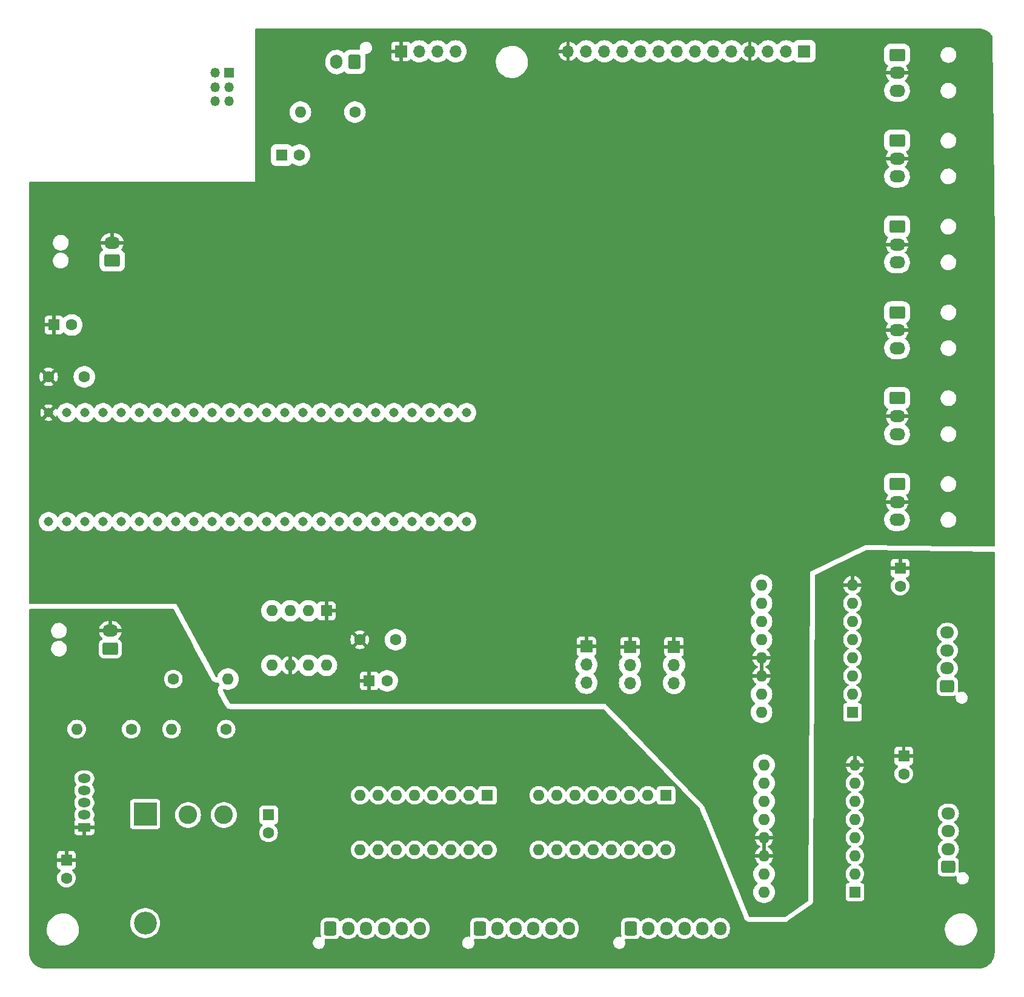
<source format=gbr>
%TF.GenerationSoftware,KiCad,Pcbnew,(7.0.0)*%
%TF.CreationDate,2023-12-07T21:26:55-05:00*%
%TF.ProjectId,PayloadPcbRev2,5061796c-6f61-4645-9063-62526576322e,rev?*%
%TF.SameCoordinates,Original*%
%TF.FileFunction,Copper,L3,Inr*%
%TF.FilePolarity,Positive*%
%FSLAX46Y46*%
G04 Gerber Fmt 4.6, Leading zero omitted, Abs format (unit mm)*
G04 Created by KiCad (PCBNEW (7.0.0)) date 2023-12-07 21:26:55*
%MOMM*%
%LPD*%
G01*
G04 APERTURE LIST*
G04 Aperture macros list*
%AMRoundRect*
0 Rectangle with rounded corners*
0 $1 Rounding radius*
0 $2 $3 $4 $5 $6 $7 $8 $9 X,Y pos of 4 corners*
0 Add a 4 corners polygon primitive as box body*
4,1,4,$2,$3,$4,$5,$6,$7,$8,$9,$2,$3,0*
0 Add four circle primitives for the rounded corners*
1,1,$1+$1,$2,$3*
1,1,$1+$1,$4,$5*
1,1,$1+$1,$6,$7*
1,1,$1+$1,$8,$9*
0 Add four rect primitives between the rounded corners*
20,1,$1+$1,$2,$3,$4,$5,0*
20,1,$1+$1,$4,$5,$6,$7,0*
20,1,$1+$1,$6,$7,$8,$9,0*
20,1,$1+$1,$8,$9,$2,$3,0*%
G04 Aperture macros list end*
%TA.AperFunction,ComponentPad*%
%ADD10RoundRect,0.250000X-0.850000X-0.600000X0.850000X-0.600000X0.850000X0.600000X-0.850000X0.600000X0*%
%TD*%
%TA.AperFunction,ComponentPad*%
%ADD11O,2.200000X1.700000*%
%TD*%
%TA.AperFunction,ComponentPad*%
%ADD12R,1.700000X1.700000*%
%TD*%
%TA.AperFunction,ComponentPad*%
%ADD13O,1.700000X1.700000*%
%TD*%
%TA.AperFunction,ComponentPad*%
%ADD14R,1.600000X1.600000*%
%TD*%
%TA.AperFunction,ComponentPad*%
%ADD15C,1.600000*%
%TD*%
%TA.AperFunction,ComponentPad*%
%ADD16RoundRect,0.250000X0.850000X0.600000X-0.850000X0.600000X-0.850000X-0.600000X0.850000X-0.600000X0*%
%TD*%
%TA.AperFunction,ComponentPad*%
%ADD17O,1.600000X1.600000*%
%TD*%
%TA.AperFunction,ComponentPad*%
%ADD18R,1.800000X1.275000*%
%TD*%
%TA.AperFunction,ComponentPad*%
%ADD19O,1.800000X1.275000*%
%TD*%
%TA.AperFunction,ComponentPad*%
%ADD20O,1.800000X1.300000*%
%TD*%
%TA.AperFunction,ComponentPad*%
%ADD21RoundRect,0.250000X-0.600000X-0.725000X0.600000X-0.725000X0.600000X0.725000X-0.600000X0.725000X0*%
%TD*%
%TA.AperFunction,ComponentPad*%
%ADD22O,1.700000X1.950000*%
%TD*%
%TA.AperFunction,ComponentPad*%
%ADD23RoundRect,0.250000X0.725000X-0.600000X0.725000X0.600000X-0.725000X0.600000X-0.725000X-0.600000X0*%
%TD*%
%TA.AperFunction,ComponentPad*%
%ADD24O,1.950000X1.700000*%
%TD*%
%TA.AperFunction,ComponentPad*%
%ADD25R,3.200000X3.200000*%
%TD*%
%TA.AperFunction,ComponentPad*%
%ADD26O,3.200000X3.200000*%
%TD*%
%TA.AperFunction,ComponentPad*%
%ADD27C,2.600000*%
%TD*%
%TA.AperFunction,ComponentPad*%
%ADD28RoundRect,0.250000X0.600000X0.750000X-0.600000X0.750000X-0.600000X-0.750000X0.600000X-0.750000X0*%
%TD*%
%TA.AperFunction,ComponentPad*%
%ADD29O,1.700000X2.000000*%
%TD*%
%TA.AperFunction,ComponentPad*%
%ADD30C,1.308000*%
%TD*%
%TA.AperFunction,ComponentPad*%
%ADD31R,1.350000X1.350000*%
%TD*%
%TA.AperFunction,ComponentPad*%
%ADD32O,1.350000X1.350000*%
%TD*%
G04 APERTURE END LIST*
D10*
%TO.N,/Motors/Servo A1 PWM*%
%TO.C,M1*%
X183070000Y-29000000D03*
D11*
%TO.N,+5V*%
X183069999Y-31499999D03*
%TO.N,GND*%
X183069999Y-33999999D03*
%TD*%
D12*
%TO.N,+5V*%
%TO.C,J5*%
X145749999Y-111724999D03*
D13*
%TO.N,M1*%
X145749999Y-114264999D03*
%TO.N,GND*%
X145749999Y-116804999D03*
%TD*%
D14*
%TO.N,+12V*%
%TO.C,C7*%
X183999999Y-126999999D03*
D15*
%TO.N,GND*%
X184000000Y-129500000D03*
%TD*%
D14*
%TO.N,+12V*%
%TO.C,C5*%
X66999999Y-141567620D03*
D15*
%TO.N,GND*%
X67000000Y-144067621D03*
%TD*%
D16*
%TO.N,GND*%
%TO.C,J9*%
X73140000Y-112000000D03*
D11*
%TO.N,+12V*%
X73139999Y-109499999D03*
%TD*%
D14*
%TO.N,GND*%
%TO.C,A2*%
X176839999Y-120889999D03*
D17*
%TO.N,unconnected-(A2-~{FLT}-Pad2)*%
X176839999Y-118349999D03*
%TO.N,Step2_A2*%
X176839999Y-115809999D03*
%TO.N,Step2_A1*%
X176839999Y-113269999D03*
%TO.N,Step2_B1*%
X176839999Y-110729999D03*
%TO.N,Step2_B2*%
X176839999Y-108189999D03*
%TO.N,GND*%
X176839999Y-105649999D03*
%TO.N,+12V*%
X176839999Y-103109999D03*
%TO.N,unconnected-(A2-~{EN}-Pad9)*%
X164139999Y-103109999D03*
%TO.N,M0*%
X164139999Y-105649999D03*
%TO.N,M1*%
X164139999Y-108189999D03*
%TO.N,M2*%
X164139999Y-110729999D03*
%TO.N,+5V*%
X164139999Y-113269999D03*
X164139999Y-115809999D03*
%TO.N,/Motors/Step*%
X164139999Y-118349999D03*
%TO.N,/Motors/Dir*%
X164139999Y-120889999D03*
%TD*%
D14*
%TO.N,/Lights Control/L4*%
%TO.C,U5*%
X125829999Y-132499999D03*
D17*
%TO.N,unconnected-(U5-I2-Pad2)*%
X123289999Y-132499999D03*
%TO.N,/Lights Control/L3*%
X120749999Y-132499999D03*
%TO.N,unconnected-(U5-I4-Pad4)*%
X118209999Y-132499999D03*
%TO.N,/Lights Control/L2*%
X115669999Y-132499999D03*
%TO.N,unconnected-(U5-I6-Pad6)*%
X113129999Y-132499999D03*
%TO.N,/Lights Control/L1*%
X110589999Y-132499999D03*
%TO.N,GND*%
X108049999Y-132499999D03*
%TO.N,unconnected-(U5-COM-Pad9)*%
X108049999Y-140119999D03*
%TO.N,L1_GND*%
X110589999Y-140119999D03*
%TO.N,unconnected-(U5-O6-Pad11)*%
X113129999Y-140119999D03*
%TO.N,L2_GND*%
X115669999Y-140119999D03*
%TO.N,unconnected-(U5-O4-Pad13)*%
X118209999Y-140119999D03*
%TO.N,L3_GND*%
X120749999Y-140119999D03*
%TO.N,unconnected-(U5-O2-Pad15)*%
X123289999Y-140119999D03*
%TO.N,L4_GND*%
X125829999Y-140119999D03*
%TD*%
D18*
%TO.N,+12V*%
%TO.C,U4*%
X69499999Y-136949999D03*
D19*
%TO.N,/Lights Control/LM2576_Out*%
X69499999Y-135249999D03*
D20*
%TO.N,GND*%
X69499999Y-133549999D03*
D19*
%TO.N,/Lights Control/FB*%
X69499999Y-131849999D03*
%TO.N,GND*%
X69499999Y-130149999D03*
%TD*%
D15*
%TO.N,/Sensors and Connectors/V_Thermo*%
%TO.C,R4*%
X107310000Y-37000000D03*
D17*
%TO.N,GND*%
X99689999Y-36999999D03*
%TD*%
D16*
%TO.N,GND*%
%TO.C,J10*%
X73390000Y-57750000D03*
D11*
%TO.N,+5V*%
X73389999Y-55249999D03*
%TD*%
D15*
%TO.N,Light_PWR*%
%TO.C,R2*%
X89310000Y-123250000D03*
D17*
%TO.N,/Lights Control/FB*%
X81689999Y-123249999D03*
%TD*%
D10*
%TO.N,/Motors/Servo S3 PWM*%
%TO.C,M6*%
X183070000Y-89000000D03*
D11*
%TO.N,+5V*%
X183069999Y-91499999D03*
%TO.N,GND*%
X183069999Y-93999999D03*
%TD*%
D12*
%TO.N,GND*%
%TO.C,J11*%
X170109999Y-28499999D03*
D13*
%TO.N,/Sensors and Connectors/GPIO34*%
X167569999Y-28499999D03*
%TO.N,/Sensors and Connectors/GPIO35*%
X165029999Y-28499999D03*
%TO.N,+5V*%
X162489999Y-28499999D03*
%TO.N,/Sensors and Connectors/GPIO36*%
X159949999Y-28499999D03*
%TO.N,/Sensors and Connectors/GPIO37*%
X157409999Y-28499999D03*
%TO.N,/Sensors and Connectors/GPIO38*%
X154869999Y-28499999D03*
%TO.N,/Sensors and Connectors/GPIO41*%
X152329999Y-28499999D03*
%TO.N,/Sensors and Connectors/GPIO13*%
X149789999Y-28499999D03*
%TO.N,/Sensors and Connectors/GPIO14*%
X147249999Y-28499999D03*
%TO.N,GND*%
X144709999Y-28499999D03*
%TO.N,/Sensors and Connectors/GPIO16*%
X142169999Y-28499999D03*
%TO.N,/Sensors and Connectors/GPIO17*%
X139629999Y-28499999D03*
%TO.N,+5V*%
X137089999Y-28499999D03*
%TD*%
D15*
%TO.N,/Lights Control/FB*%
%TO.C,R3*%
X81940000Y-116250000D03*
D17*
%TO.N,Vctrl*%
X89559999Y-116249999D03*
%TD*%
%TO.N,L9_GND*%
%TO.C,U6*%
X150779999Y-140119999D03*
%TO.N,L8_GND*%
X148239999Y-140119999D03*
%TO.N,unconnected-(U6-O3-Pad14)*%
X145699999Y-140119999D03*
%TO.N,L7_GND*%
X143159999Y-140119999D03*
%TO.N,L6_GND*%
X140619999Y-140119999D03*
%TO.N,unconnected-(U6-O6-Pad11)*%
X138079999Y-140119999D03*
%TO.N,L5_GND*%
X135539999Y-140119999D03*
%TO.N,unconnected-(U6-COM-Pad9)*%
X132999999Y-140119999D03*
%TO.N,GND*%
X132999999Y-132499999D03*
%TO.N,/Lights Control/L5*%
X135539999Y-132499999D03*
%TO.N,unconnected-(U6-I6-Pad6)*%
X138079999Y-132499999D03*
%TO.N,/Lights Control/L6*%
X140619999Y-132499999D03*
%TO.N,/Lights Control/L7*%
X143159999Y-132499999D03*
%TO.N,unconnected-(U6-I3-Pad3)*%
X145699999Y-132499999D03*
%TO.N,/Lights Control/L8*%
X148239999Y-132499999D03*
D14*
%TO.N,/Lights Control/L9*%
X150779999Y-132499999D03*
%TD*%
D12*
%TO.N,+5V*%
%TO.C,J4*%
X139649999Y-111699999D03*
D13*
%TO.N,M0*%
X139649999Y-114239999D03*
%TO.N,GND*%
X139649999Y-116779999D03*
%TD*%
D15*
%TO.N,+5V*%
%TO.C,C4*%
X108000000Y-110750000D03*
%TO.N,GND*%
X113000000Y-110750000D03*
%TD*%
D21*
%TO.N,Light_PWR*%
%TO.C,J1*%
X103880000Y-151120000D03*
D22*
%TO.N,L1_GND*%
X106379999Y-151119999D03*
%TO.N,Light_PWR*%
X108879999Y-151119999D03*
%TO.N,L2_GND*%
X111379999Y-151119999D03*
%TO.N,Light_PWR*%
X113879999Y-151119999D03*
%TO.N,L3_GND*%
X116379999Y-151119999D03*
%TD*%
D15*
%TO.N,/Lights Control/FB*%
%TO.C,R1*%
X76060000Y-123250000D03*
D17*
%TO.N,GND*%
X68439999Y-123249999D03*
%TD*%
D14*
%TO.N,+5V*%
%TO.C,C1*%
X65249999Y-66749999D03*
D15*
%TO.N,GND*%
X67750000Y-66750000D03*
%TD*%
D10*
%TO.N,/Motors/Servo A2 PWM*%
%TO.C,M2*%
X183070000Y-41000000D03*
D11*
%TO.N,+5V*%
X183069999Y-43499999D03*
%TO.N,GND*%
X183069999Y-45999999D03*
%TD*%
D23*
%TO.N,Step1_A1*%
%TO.C,J7*%
X190225000Y-142500000D03*
D24*
%TO.N,Step1_A2*%
X190224999Y-139999999D03*
%TO.N,Step1_B1*%
X190224999Y-137499999D03*
%TO.N,Step1_B2*%
X190224999Y-134999999D03*
%TD*%
D14*
%TO.N,+5V*%
%TO.C,C3*%
X109317620Y-116499999D03*
D15*
%TO.N,GND*%
X111817621Y-116500000D03*
%TD*%
D14*
%TO.N,Light_PWR*%
%TO.C,C6*%
X95249999Y-135249999D03*
D15*
%TO.N,GND*%
X95250000Y-137750000D03*
%TD*%
D25*
%TO.N,/Lights Control/LM2576_Out*%
%TO.C,D1*%
X77999999Y-135129999D03*
D26*
%TO.N,GND*%
X77999999Y-150369999D03*
%TD*%
D21*
%TO.N,Light_PWR*%
%TO.C,J3*%
X145850000Y-151120000D03*
D22*
%TO.N,L7_GND*%
X148349999Y-151119999D03*
%TO.N,Light_PWR*%
X150849999Y-151119999D03*
%TO.N,L8_GND*%
X153349999Y-151119999D03*
%TO.N,Light_PWR*%
X155849999Y-151119999D03*
%TO.N,L9_GND*%
X158349999Y-151119999D03*
%TD*%
D10*
%TO.N,/Motors/Servo A3 PWM*%
%TO.C,M3*%
X183070000Y-53000000D03*
D11*
%TO.N,+5V*%
X183069999Y-55499999D03*
%TO.N,GND*%
X183069999Y-57999999D03*
%TD*%
D10*
%TO.N,/Motors/Servo S1 PWM*%
%TO.C,M4*%
X183070000Y-65000000D03*
D11*
%TO.N,+5V*%
X183069999Y-67499999D03*
%TO.N,GND*%
X183069999Y-69999999D03*
%TD*%
D14*
%TO.N,GND*%
%TO.C,A1*%
X177179999Y-146029999D03*
D17*
%TO.N,unconnected-(A1-~{FLT}-Pad2)*%
X177179999Y-143489999D03*
%TO.N,Step1_A2*%
X177179999Y-140949999D03*
%TO.N,Step1_A1*%
X177179999Y-138409999D03*
%TO.N,Step1_B1*%
X177179999Y-135869999D03*
%TO.N,Step1_B2*%
X177179999Y-133329999D03*
%TO.N,GND*%
X177179999Y-130789999D03*
%TO.N,+12V*%
X177179999Y-128249999D03*
%TO.N,unconnected-(A1-~{EN}-Pad9)*%
X164479999Y-128249999D03*
%TO.N,M0*%
X164479999Y-130789999D03*
%TO.N,M1*%
X164479999Y-133329999D03*
%TO.N,M2*%
X164479999Y-135869999D03*
%TO.N,+5V*%
X164479999Y-138409999D03*
X164479999Y-140949999D03*
%TO.N,/Motors/Step*%
X164479999Y-143489999D03*
%TO.N,/Motors/Dir*%
X164479999Y-146029999D03*
%TD*%
D23*
%TO.N,Step2_A1*%
%TO.C,J8*%
X190090000Y-117250000D03*
D24*
%TO.N,Step2_A2*%
X190089999Y-114749999D03*
%TO.N,Step2_B1*%
X190089999Y-112249999D03*
%TO.N,Step2_B2*%
X190089999Y-109749999D03*
%TD*%
D12*
%TO.N,+5V*%
%TO.C,U7*%
X113749999Y-28499999D03*
D13*
%TO.N,GND*%
X121369999Y-28499999D03*
%TO.N,/Sensors and Connectors/BME_SCL*%
X116289999Y-28499999D03*
%TO.N,/Sensors and Connectors/BME_SDA*%
X118829999Y-28499999D03*
%TD*%
D15*
%TO.N,+5V*%
%TO.C,C2*%
X64500000Y-74000000D03*
%TO.N,GND*%
X69500000Y-74000000D03*
%TD*%
D27*
%TO.N,/Lights Control/LM2576_Out*%
%TO.C,L1*%
X84000000Y-135250000D03*
%TO.N,Light_PWR*%
X89000000Y-135250000D03*
%TD*%
D14*
%TO.N,/Sensors and Connectors/3V3*%
%TO.C,C9*%
X97067620Y-42999999D03*
D15*
%TO.N,GND*%
X99567621Y-43000000D03*
%TD*%
D12*
%TO.N,+5V*%
%TO.C,J6*%
X151899999Y-111724999D03*
D13*
%TO.N,M2*%
X151899999Y-114264999D03*
%TO.N,GND*%
X151899999Y-116804999D03*
%TD*%
D28*
%TO.N,/Sensors and Connectors/V_Thermo*%
%TO.C,TH1*%
X107250000Y-30000000D03*
D29*
%TO.N,/Sensors and Connectors/3V3*%
X104749999Y-29999999D03*
%TD*%
D21*
%TO.N,Light_PWR*%
%TO.C,J2*%
X124750000Y-151120000D03*
D22*
%TO.N,L4_GND*%
X127249999Y-151119999D03*
%TO.N,Light_PWR*%
X129749999Y-151119999D03*
%TO.N,L5_GND*%
X132249999Y-151119999D03*
%TO.N,Light_PWR*%
X134749999Y-151119999D03*
%TO.N,L6_GND*%
X137249999Y-151119999D03*
%TD*%
D14*
%TO.N,+12V*%
%TO.C,C8*%
X183499999Y-100749999D03*
D15*
%TO.N,GND*%
X183500000Y-103250000D03*
%TD*%
D10*
%TO.N,/Motors/Servo S2 PWM*%
%TO.C,M5*%
X183070000Y-77000000D03*
D11*
%TO.N,+5V*%
X183069999Y-79499999D03*
%TO.N,GND*%
X183069999Y-81999999D03*
%TD*%
D30*
%TO.N,/Lights Control/DAC_CS*%
%TO.C,U1*%
X67050000Y-94250000D03*
%TO.N,/Lights Control/LDAC*%
X69590000Y-94250000D03*
%TO.N,unconnected-(U1-GPIO2-Pad2)*%
X72130000Y-94250000D03*
%TO.N,unconnected-(U1-GPIO3-Pad3)*%
X74670000Y-94250000D03*
%TO.N,unconnected-(U1-3.3V-Pad3.3V_1)*%
X100070000Y-94250000D03*
%TO.N,/Sensors and Connectors/3V3*%
X69590000Y-79010000D03*
%TO.N,/Motors/Servo A2 PWM*%
X77210000Y-94250000D03*
%TO.N,/Motors/Servo A3 PWM*%
X79750000Y-94250000D03*
%TO.N,/Lights Control/L1*%
X82290000Y-94250000D03*
%TO.N,/Motors/Servo S1 PWM*%
X84830000Y-94250000D03*
%TO.N,/Lights Control/L2*%
X87370000Y-94250000D03*
%TO.N,/Motors/Servo S2 PWM*%
X89910000Y-94250000D03*
%TO.N,/Lights Control/L3*%
X92450000Y-94250000D03*
%TO.N,/Motors/Servo S3 PWM*%
X94990000Y-94250000D03*
%TO.N,/Lights Control/L4*%
X97530000Y-94250000D03*
%TO.N,/Sensors and Connectors/GPIO13*%
X97530000Y-79010000D03*
%TO.N,/Sensors and Connectors/GPIO14*%
X94990000Y-79010000D03*
%TO.N,unconnected-(U1-A1{slash}GPIO15-Pad15)*%
X92450000Y-79010000D03*
%TO.N,/Sensors and Connectors/GPIO16*%
X89910000Y-79010000D03*
%TO.N,/Sensors and Connectors/GPIO17*%
X87370000Y-79010000D03*
%TO.N,/Sensors and Connectors/BME_SDA*%
X84830000Y-79010000D03*
%TO.N,/Sensors and Connectors/BME_SCL*%
X82290000Y-79010000D03*
%TO.N,unconnected-(U1-A6{slash}GPIO20-Pad20)*%
X79750000Y-79010000D03*
%TO.N,unconnected-(U1-A7{slash}GPIO21-Pad21)*%
X77210000Y-79010000D03*
%TO.N,/Sensors and Connectors/V_Thermo*%
X74670000Y-79010000D03*
%TO.N,unconnected-(U1-A9{slash}GPIO23-Pad23)*%
X72130000Y-79010000D03*
%TO.N,/Lights Control/L5*%
X102610000Y-94250000D03*
%TO.N,/Lights Control/L6*%
X105150000Y-94250000D03*
%TO.N,/Lights Control/DAC_MOSI*%
X107690000Y-94250000D03*
%TO.N,/Lights Control/DAC_SCK*%
X110230000Y-94250000D03*
%TO.N,/Lights Control/L7*%
X112770000Y-94250000D03*
%TO.N,/Lights Control/L8*%
X115310000Y-94250000D03*
%TO.N,/Lights Control/L9*%
X117850000Y-94250000D03*
%TO.N,/Motors/Dir*%
X120390000Y-94250000D03*
%TO.N,/Motors/Step*%
X122930000Y-94250000D03*
%TO.N,/Motors/Servo A1 PWM*%
X122930000Y-79010000D03*
%TO.N,/Sensors and Connectors/GPIO34*%
X120390000Y-79010000D03*
%TO.N,/Sensors and Connectors/GPIO35*%
X117850000Y-79010000D03*
%TO.N,/Sensors and Connectors/GPIO36*%
X115310000Y-79010000D03*
%TO.N,/Sensors and Connectors/GPIO37*%
X112770000Y-79010000D03*
%TO.N,/Sensors and Connectors/GPIO38*%
X110230000Y-79010000D03*
%TO.N,unconnected-(U1-A15{slash}GPIO39-Pad39)*%
X107690000Y-79010000D03*
%TO.N,unconnected-(U1-A16{slash}GPIO40-Pad40)*%
X105150000Y-79010000D03*
%TO.N,/Sensors and Connectors/GPIO41*%
X102610000Y-79010000D03*
%TO.N,GND*%
X64510000Y-94250000D03*
X100070000Y-79010000D03*
X67050000Y-79010000D03*
%TO.N,+5V*%
X64510000Y-79010000D03*
%TD*%
D14*
%TO.N,+5V*%
%TO.C,U3*%
X103329999Y-106699999D03*
D17*
%TO.N,/Lights Control/DAC_CS*%
X100789999Y-106699999D03*
%TO.N,/Lights Control/DAC_SCK*%
X98249999Y-106699999D03*
%TO.N,/Lights Control/DAC_MOSI*%
X95709999Y-106699999D03*
%TO.N,/Lights Control/LDAC*%
X95709999Y-114319999D03*
%TO.N,+5V*%
X98249999Y-114319999D03*
%TO.N,GND*%
X100789999Y-114319999D03*
%TO.N,Vctrl*%
X103329999Y-114319999D03*
%TD*%
D31*
%TO.N,N/C*%
%TO.C,U2*%
X89749999Y-31499999D03*
D32*
X87749999Y-31499999D03*
X89749999Y-33499999D03*
X87749999Y-33499999D03*
X89749999Y-35499999D03*
X87749999Y-35499999D03*
%TD*%
%TA.AperFunction,Conductor*%
%TO.N,+12V*%
G36*
X196564291Y-98447816D02*
G01*
X196568533Y-98447593D01*
X196568995Y-98447569D01*
X196633706Y-98461908D01*
X196681786Y-98507529D01*
X196699500Y-98571398D01*
X196699500Y-154496249D01*
X196699274Y-154503736D01*
X196683915Y-154757635D01*
X196682110Y-154772499D01*
X196636938Y-155018998D01*
X196633354Y-155033538D01*
X196558800Y-155272788D01*
X196553491Y-155286788D01*
X196450638Y-155515319D01*
X196443679Y-155528578D01*
X196314033Y-155743039D01*
X196305527Y-155755362D01*
X196150972Y-155952636D01*
X196141042Y-155963844D01*
X195963844Y-156141042D01*
X195952636Y-156150972D01*
X195755362Y-156305527D01*
X195743039Y-156314033D01*
X195528578Y-156443679D01*
X195515319Y-156450638D01*
X195286788Y-156553491D01*
X195272788Y-156558800D01*
X195033538Y-156633354D01*
X195018998Y-156636938D01*
X194772499Y-156682110D01*
X194757635Y-156683915D01*
X194503736Y-156699274D01*
X194496249Y-156699500D01*
X64003751Y-156699500D01*
X63996264Y-156699274D01*
X63742364Y-156683915D01*
X63727500Y-156682110D01*
X63481001Y-156636938D01*
X63466461Y-156633354D01*
X63227211Y-156558800D01*
X63213211Y-156553491D01*
X62984680Y-156450638D01*
X62971421Y-156443679D01*
X62756960Y-156314033D01*
X62744637Y-156305527D01*
X62547363Y-156150972D01*
X62536155Y-156141042D01*
X62358957Y-155963844D01*
X62349027Y-155952636D01*
X62194468Y-155755356D01*
X62185970Y-155743045D01*
X62083412Y-155573394D01*
X62056320Y-155528578D01*
X62049361Y-155515319D01*
X61946508Y-155286788D01*
X61941199Y-155272788D01*
X61866645Y-155033538D01*
X61863061Y-155018998D01*
X61817889Y-154772499D01*
X61816084Y-154757635D01*
X61800726Y-154503736D01*
X61800500Y-154496249D01*
X61800500Y-151325369D01*
X64245723Y-151325369D01*
X64246137Y-151329490D01*
X64246138Y-151329501D01*
X64275466Y-151621034D01*
X64275467Y-151621044D01*
X64275882Y-151625162D01*
X64276842Y-151629193D01*
X64276843Y-151629195D01*
X64342717Y-151905616D01*
X64345731Y-151918261D01*
X64347220Y-151922128D01*
X64347221Y-151922130D01*
X64361577Y-151959404D01*
X64454023Y-152199434D01*
X64456007Y-152203055D01*
X64456013Y-152203067D01*
X64539266Y-152354984D01*
X64598825Y-152463665D01*
X64601281Y-152466998D01*
X64601284Y-152467003D01*
X64699415Y-152600187D01*
X64777554Y-152706238D01*
X64987020Y-152922824D01*
X65106737Y-153017363D01*
X65220230Y-153106988D01*
X65220234Y-153106990D01*
X65223485Y-153109558D01*
X65482730Y-153263109D01*
X65486534Y-153264722D01*
X65486538Y-153264724D01*
X65591578Y-153309264D01*
X65760128Y-153380736D01*
X66050729Y-153460340D01*
X66349347Y-153500500D01*
X66573162Y-153500500D01*
X66575244Y-153500500D01*
X66800634Y-153485412D01*
X67095903Y-153425396D01*
X67380537Y-153326560D01*
X67649459Y-153190668D01*
X67819876Y-153073683D01*
X101425740Y-153073683D01*
X101435755Y-153258407D01*
X101437552Y-153264882D01*
X101437553Y-153264883D01*
X101483446Y-153430179D01*
X101483448Y-153430186D01*
X101485246Y-153436659D01*
X101488392Y-153442594D01*
X101488395Y-153442600D01*
X101568750Y-153594164D01*
X101568753Y-153594169D01*
X101571900Y-153600104D01*
X101576248Y-153605224D01*
X101576251Y-153605227D01*
X101638465Y-153678471D01*
X101691663Y-153741100D01*
X101838936Y-153853054D01*
X102006833Y-153930732D01*
X102187503Y-153970500D01*
X102322754Y-153970500D01*
X102326113Y-153970500D01*
X102463910Y-153955514D01*
X102639221Y-153896444D01*
X102797736Y-153801070D01*
X102932041Y-153673849D01*
X103035858Y-153520730D01*
X103104331Y-153348875D01*
X103134260Y-153166317D01*
X103129238Y-153073683D01*
X122295740Y-153073683D01*
X122305755Y-153258407D01*
X122307552Y-153264882D01*
X122307553Y-153264883D01*
X122353446Y-153430179D01*
X122353448Y-153430186D01*
X122355246Y-153436659D01*
X122358392Y-153442594D01*
X122358395Y-153442600D01*
X122438750Y-153594164D01*
X122438753Y-153594169D01*
X122441900Y-153600104D01*
X122446248Y-153605224D01*
X122446251Y-153605227D01*
X122508465Y-153678471D01*
X122561663Y-153741100D01*
X122708936Y-153853054D01*
X122876833Y-153930732D01*
X123057503Y-153970500D01*
X123192754Y-153970500D01*
X123196113Y-153970500D01*
X123333910Y-153955514D01*
X123509221Y-153896444D01*
X123667736Y-153801070D01*
X123802041Y-153673849D01*
X123905858Y-153520730D01*
X123974331Y-153348875D01*
X124004260Y-153166317D01*
X123999238Y-153073683D01*
X143395740Y-153073683D01*
X143405755Y-153258407D01*
X143407552Y-153264882D01*
X143407553Y-153264883D01*
X143453446Y-153430179D01*
X143453448Y-153430186D01*
X143455246Y-153436659D01*
X143458392Y-153442594D01*
X143458395Y-153442600D01*
X143538750Y-153594164D01*
X143538753Y-153594169D01*
X143541900Y-153600104D01*
X143546248Y-153605224D01*
X143546251Y-153605227D01*
X143608465Y-153678471D01*
X143661663Y-153741100D01*
X143808936Y-153853054D01*
X143976833Y-153930732D01*
X144157503Y-153970500D01*
X144292754Y-153970500D01*
X144296113Y-153970500D01*
X144433910Y-153955514D01*
X144609221Y-153896444D01*
X144767736Y-153801070D01*
X144902041Y-153673849D01*
X145005858Y-153520730D01*
X145074331Y-153348875D01*
X145104260Y-153166317D01*
X145094245Y-152981593D01*
X145044754Y-152803341D01*
X145028061Y-152771856D01*
X145013787Y-152707263D01*
X145034756Y-152644522D01*
X145085000Y-152601490D01*
X145150218Y-152590415D01*
X145199991Y-152595500D01*
X146500008Y-152595499D01*
X146602797Y-152584999D01*
X146769334Y-152529814D01*
X146918656Y-152437712D01*
X147042712Y-152313656D01*
X147134814Y-152164334D01*
X147135698Y-152164879D01*
X147167662Y-152125046D01*
X147221618Y-152101300D01*
X147280441Y-152105153D01*
X147330838Y-152135734D01*
X147478599Y-152283495D01*
X147483031Y-152286598D01*
X147483033Y-152286600D01*
X147561307Y-152341408D01*
X147672170Y-152419035D01*
X147677070Y-152421320D01*
X147677072Y-152421321D01*
X147699862Y-152431948D01*
X147886337Y-152518903D01*
X148114592Y-152580063D01*
X148350000Y-152600659D01*
X148585408Y-152580063D01*
X148813663Y-152518903D01*
X149027829Y-152419035D01*
X149221401Y-152283495D01*
X149388495Y-152116401D01*
X149498425Y-151959403D01*
X149542743Y-151920538D01*
X149600000Y-151906527D01*
X149657257Y-151920538D01*
X149701574Y-151959403D01*
X149811505Y-152116401D01*
X149978599Y-152283495D01*
X149983031Y-152286598D01*
X149983033Y-152286600D01*
X150061307Y-152341408D01*
X150172170Y-152419035D01*
X150177070Y-152421320D01*
X150177072Y-152421321D01*
X150199862Y-152431948D01*
X150386337Y-152518903D01*
X150614592Y-152580063D01*
X150850000Y-152600659D01*
X151085408Y-152580063D01*
X151313663Y-152518903D01*
X151527829Y-152419035D01*
X151721401Y-152283495D01*
X151888495Y-152116401D01*
X151998425Y-151959403D01*
X152042743Y-151920538D01*
X152100000Y-151906527D01*
X152157257Y-151920538D01*
X152201574Y-151959403D01*
X152311505Y-152116401D01*
X152478599Y-152283495D01*
X152483031Y-152286598D01*
X152483033Y-152286600D01*
X152561307Y-152341408D01*
X152672170Y-152419035D01*
X152677070Y-152421320D01*
X152677072Y-152421321D01*
X152699862Y-152431948D01*
X152886337Y-152518903D01*
X153114592Y-152580063D01*
X153350000Y-152600659D01*
X153585408Y-152580063D01*
X153813663Y-152518903D01*
X154027829Y-152419035D01*
X154221401Y-152283495D01*
X154388495Y-152116401D01*
X154498425Y-151959403D01*
X154542743Y-151920538D01*
X154600000Y-151906527D01*
X154657257Y-151920538D01*
X154701574Y-151959403D01*
X154811505Y-152116401D01*
X154978599Y-152283495D01*
X154983031Y-152286598D01*
X154983033Y-152286600D01*
X155061307Y-152341408D01*
X155172170Y-152419035D01*
X155177070Y-152421320D01*
X155177072Y-152421321D01*
X155199862Y-152431948D01*
X155386337Y-152518903D01*
X155614592Y-152580063D01*
X155850000Y-152600659D01*
X156085408Y-152580063D01*
X156313663Y-152518903D01*
X156527829Y-152419035D01*
X156721401Y-152283495D01*
X156888495Y-152116401D01*
X156998425Y-151959403D01*
X157042743Y-151920538D01*
X157100000Y-151906527D01*
X157157257Y-151920538D01*
X157201574Y-151959403D01*
X157311505Y-152116401D01*
X157478599Y-152283495D01*
X157483031Y-152286598D01*
X157483033Y-152286600D01*
X157561307Y-152341408D01*
X157672170Y-152419035D01*
X157677070Y-152421320D01*
X157677072Y-152421321D01*
X157699862Y-152431948D01*
X157886337Y-152518903D01*
X158114592Y-152580063D01*
X158350000Y-152600659D01*
X158585408Y-152580063D01*
X158813663Y-152518903D01*
X159027829Y-152419035D01*
X159221401Y-152283495D01*
X159388495Y-152116401D01*
X159524035Y-151922829D01*
X159623903Y-151708663D01*
X159685063Y-151480408D01*
X159698627Y-151325369D01*
X189745723Y-151325369D01*
X189746137Y-151329490D01*
X189746138Y-151329501D01*
X189775466Y-151621034D01*
X189775467Y-151621044D01*
X189775882Y-151625162D01*
X189776842Y-151629193D01*
X189776843Y-151629195D01*
X189842717Y-151905616D01*
X189845731Y-151918261D01*
X189847220Y-151922128D01*
X189847221Y-151922130D01*
X189861577Y-151959404D01*
X189954023Y-152199434D01*
X189956007Y-152203055D01*
X189956013Y-152203067D01*
X190039266Y-152354984D01*
X190098825Y-152463665D01*
X190101281Y-152466998D01*
X190101284Y-152467003D01*
X190199415Y-152600187D01*
X190277554Y-152706238D01*
X190487020Y-152922824D01*
X190606737Y-153017363D01*
X190720230Y-153106988D01*
X190720234Y-153106990D01*
X190723485Y-153109558D01*
X190982730Y-153263109D01*
X190986534Y-153264722D01*
X190986538Y-153264724D01*
X191091578Y-153309264D01*
X191260128Y-153380736D01*
X191550729Y-153460340D01*
X191849347Y-153500500D01*
X192073162Y-153500500D01*
X192075244Y-153500500D01*
X192300634Y-153485412D01*
X192595903Y-153425396D01*
X192880537Y-153326560D01*
X193149459Y-153190668D01*
X193397869Y-153020144D01*
X193621333Y-152818032D01*
X193815865Y-152587939D01*
X193977993Y-152333970D01*
X194104823Y-152060658D01*
X194194093Y-151772879D01*
X194244209Y-151475770D01*
X194254277Y-151174631D01*
X194224118Y-150874838D01*
X194154269Y-150581739D01*
X194045977Y-150300566D01*
X194035033Y-150280596D01*
X193972252Y-150166034D01*
X193901175Y-150036335D01*
X193722446Y-149793762D01*
X193512980Y-149577176D01*
X193386770Y-149477509D01*
X193279769Y-149393011D01*
X193279762Y-149393006D01*
X193276515Y-149390442D01*
X193272954Y-149388332D01*
X193272947Y-149388328D01*
X193020831Y-149239000D01*
X193020828Y-149238998D01*
X193017270Y-149236891D01*
X193013471Y-149235280D01*
X193013461Y-149235275D01*
X192743681Y-149120879D01*
X192743678Y-149120878D01*
X192739872Y-149119264D01*
X192735885Y-149118172D01*
X192735877Y-149118169D01*
X192453278Y-149040757D01*
X192453269Y-149040755D01*
X192449271Y-149039660D01*
X192445164Y-149039107D01*
X192445156Y-149039106D01*
X192154754Y-149000051D01*
X192154746Y-149000050D01*
X192150653Y-148999500D01*
X191924756Y-148999500D01*
X191922682Y-148999638D01*
X191922677Y-148999639D01*
X191703498Y-149014311D01*
X191703492Y-149014311D01*
X191699366Y-149014588D01*
X191695309Y-149015412D01*
X191695306Y-149015413D01*
X191408165Y-149073777D01*
X191408162Y-149073777D01*
X191404097Y-149074604D01*
X191400183Y-149075963D01*
X191400176Y-149075965D01*
X191123375Y-149172081D01*
X191123367Y-149172084D01*
X191119463Y-149173440D01*
X191115771Y-149175305D01*
X191115763Y-149175309D01*
X190854242Y-149307461D01*
X190854232Y-149307466D01*
X190850541Y-149309332D01*
X190847130Y-149311672D01*
X190847124Y-149311677D01*
X190605548Y-149477509D01*
X190605534Y-149477519D01*
X190602131Y-149479856D01*
X190599066Y-149482627D01*
X190599056Y-149482636D01*
X190381741Y-149679187D01*
X190381735Y-149679192D01*
X190378667Y-149681968D01*
X190375998Y-149685123D01*
X190375991Y-149685132D01*
X190186810Y-149908896D01*
X190186804Y-149908903D01*
X190184135Y-149912061D01*
X190181912Y-149915542D01*
X190181904Y-149915554D01*
X190024233Y-150162542D01*
X190024229Y-150162549D01*
X190022007Y-150166030D01*
X190020267Y-150169779D01*
X190020264Y-150169785D01*
X189896922Y-150435580D01*
X189896918Y-150435589D01*
X189895177Y-150439342D01*
X189893951Y-150443291D01*
X189893949Y-150443299D01*
X189827756Y-150656686D01*
X189805907Y-150727121D01*
X189805218Y-150731199D01*
X189805218Y-150731204D01*
X189780990Y-150874838D01*
X189755791Y-151024230D01*
X189755653Y-151028353D01*
X189755652Y-151028365D01*
X189745861Y-151321222D01*
X189745861Y-151321231D01*
X189745723Y-151325369D01*
X159698627Y-151325369D01*
X159700500Y-151303966D01*
X159700500Y-150936034D01*
X159685063Y-150759592D01*
X159623903Y-150531337D01*
X159524035Y-150317171D01*
X159388495Y-150123599D01*
X159221401Y-149956505D01*
X159216970Y-149953402D01*
X159216966Y-149953399D01*
X159032259Y-149824066D01*
X159032257Y-149824064D01*
X159027830Y-149820965D01*
X159022933Y-149818681D01*
X159022927Y-149818678D01*
X158818572Y-149723386D01*
X158818570Y-149723385D01*
X158813663Y-149721097D01*
X158808438Y-149719697D01*
X158808430Y-149719694D01*
X158590634Y-149661337D01*
X158590630Y-149661336D01*
X158585408Y-149659937D01*
X158580020Y-149659465D01*
X158580017Y-149659465D01*
X158355395Y-149639813D01*
X158350000Y-149639341D01*
X158344605Y-149639813D01*
X158119982Y-149659465D01*
X158119977Y-149659465D01*
X158114592Y-149659937D01*
X158109371Y-149661335D01*
X158109365Y-149661337D01*
X157891569Y-149719694D01*
X157891557Y-149719698D01*
X157886337Y-149721097D01*
X157881432Y-149723383D01*
X157881427Y-149723386D01*
X157677081Y-149818675D01*
X157677077Y-149818677D01*
X157672171Y-149820965D01*
X157667738Y-149824068D01*
X157667731Y-149824073D01*
X157483034Y-149953399D01*
X157483029Y-149953402D01*
X157478599Y-149956505D01*
X157474775Y-149960328D01*
X157474769Y-149960334D01*
X157315334Y-150119769D01*
X157315328Y-150119775D01*
X157311505Y-150123599D01*
X157308403Y-150128028D01*
X157308403Y-150128029D01*
X157201575Y-150280596D01*
X157157257Y-150319461D01*
X157100000Y-150333472D01*
X157042743Y-150319461D01*
X156998425Y-150280596D01*
X156945842Y-150205500D01*
X156888495Y-150123599D01*
X156721401Y-149956505D01*
X156716970Y-149953402D01*
X156716966Y-149953399D01*
X156532259Y-149824066D01*
X156532257Y-149824064D01*
X156527830Y-149820965D01*
X156522933Y-149818681D01*
X156522927Y-149818678D01*
X156318572Y-149723386D01*
X156318570Y-149723385D01*
X156313663Y-149721097D01*
X156308438Y-149719697D01*
X156308430Y-149719694D01*
X156090634Y-149661337D01*
X156090630Y-149661336D01*
X156085408Y-149659937D01*
X156080020Y-149659465D01*
X156080017Y-149659465D01*
X155855395Y-149639813D01*
X155850000Y-149639341D01*
X155844605Y-149639813D01*
X155619982Y-149659465D01*
X155619977Y-149659465D01*
X155614592Y-149659937D01*
X155609371Y-149661335D01*
X155609365Y-149661337D01*
X155391569Y-149719694D01*
X155391557Y-149719698D01*
X155386337Y-149721097D01*
X155381432Y-149723383D01*
X155381427Y-149723386D01*
X155177081Y-149818675D01*
X155177077Y-149818677D01*
X155172171Y-149820965D01*
X155167738Y-149824068D01*
X155167731Y-149824073D01*
X154983034Y-149953399D01*
X154983029Y-149953402D01*
X154978599Y-149956505D01*
X154974775Y-149960328D01*
X154974769Y-149960334D01*
X154815334Y-150119769D01*
X154815328Y-150119775D01*
X154811505Y-150123599D01*
X154808403Y-150128028D01*
X154808403Y-150128029D01*
X154701575Y-150280596D01*
X154657257Y-150319461D01*
X154600000Y-150333472D01*
X154542743Y-150319461D01*
X154498425Y-150280596D01*
X154445842Y-150205500D01*
X154388495Y-150123599D01*
X154221401Y-149956505D01*
X154216970Y-149953402D01*
X154216966Y-149953399D01*
X154032259Y-149824066D01*
X154032257Y-149824064D01*
X154027830Y-149820965D01*
X154022933Y-149818681D01*
X154022927Y-149818678D01*
X153818572Y-149723386D01*
X153818570Y-149723385D01*
X153813663Y-149721097D01*
X153808438Y-149719697D01*
X153808430Y-149719694D01*
X153590634Y-149661337D01*
X153590630Y-149661336D01*
X153585408Y-149659937D01*
X153580020Y-149659465D01*
X153580017Y-149659465D01*
X153355395Y-149639813D01*
X153350000Y-149639341D01*
X153344605Y-149639813D01*
X153119982Y-149659465D01*
X153119977Y-149659465D01*
X153114592Y-149659937D01*
X153109371Y-149661335D01*
X153109365Y-149661337D01*
X152891569Y-149719694D01*
X152891557Y-149719698D01*
X152886337Y-149721097D01*
X152881432Y-149723383D01*
X152881427Y-149723386D01*
X152677081Y-149818675D01*
X152677077Y-149818677D01*
X152672171Y-149820965D01*
X152667738Y-149824068D01*
X152667731Y-149824073D01*
X152483034Y-149953399D01*
X152483029Y-149953402D01*
X152478599Y-149956505D01*
X152474775Y-149960328D01*
X152474769Y-149960334D01*
X152315334Y-150119769D01*
X152315328Y-150119775D01*
X152311505Y-150123599D01*
X152308403Y-150128028D01*
X152308403Y-150128029D01*
X152201575Y-150280596D01*
X152157257Y-150319461D01*
X152100000Y-150333472D01*
X152042743Y-150319461D01*
X151998425Y-150280596D01*
X151945842Y-150205500D01*
X151888495Y-150123599D01*
X151721401Y-149956505D01*
X151716970Y-149953402D01*
X151716966Y-149953399D01*
X151532259Y-149824066D01*
X151532257Y-149824064D01*
X151527830Y-149820965D01*
X151522933Y-149818681D01*
X151522927Y-149818678D01*
X151318572Y-149723386D01*
X151318570Y-149723385D01*
X151313663Y-149721097D01*
X151308438Y-149719697D01*
X151308430Y-149719694D01*
X151090634Y-149661337D01*
X151090630Y-149661336D01*
X151085408Y-149659937D01*
X151080020Y-149659465D01*
X151080017Y-149659465D01*
X150855395Y-149639813D01*
X150850000Y-149639341D01*
X150844605Y-149639813D01*
X150619982Y-149659465D01*
X150619977Y-149659465D01*
X150614592Y-149659937D01*
X150609371Y-149661335D01*
X150609365Y-149661337D01*
X150391569Y-149719694D01*
X150391557Y-149719698D01*
X150386337Y-149721097D01*
X150381432Y-149723383D01*
X150381427Y-149723386D01*
X150177081Y-149818675D01*
X150177077Y-149818677D01*
X150172171Y-149820965D01*
X150167738Y-149824068D01*
X150167731Y-149824073D01*
X149983034Y-149953399D01*
X149983029Y-149953402D01*
X149978599Y-149956505D01*
X149974775Y-149960328D01*
X149974769Y-149960334D01*
X149815334Y-150119769D01*
X149815328Y-150119775D01*
X149811505Y-150123599D01*
X149808403Y-150128028D01*
X149808403Y-150128029D01*
X149701575Y-150280596D01*
X149657257Y-150319461D01*
X149600000Y-150333472D01*
X149542743Y-150319461D01*
X149498425Y-150280596D01*
X149445842Y-150205500D01*
X149388495Y-150123599D01*
X149221401Y-149956505D01*
X149216970Y-149953402D01*
X149216966Y-149953399D01*
X149032259Y-149824066D01*
X149032257Y-149824064D01*
X149027830Y-149820965D01*
X149022933Y-149818681D01*
X149022927Y-149818678D01*
X148818572Y-149723386D01*
X148818570Y-149723385D01*
X148813663Y-149721097D01*
X148808438Y-149719697D01*
X148808430Y-149719694D01*
X148590634Y-149661337D01*
X148590630Y-149661336D01*
X148585408Y-149659937D01*
X148580020Y-149659465D01*
X148580017Y-149659465D01*
X148355395Y-149639813D01*
X148350000Y-149639341D01*
X148344605Y-149639813D01*
X148119982Y-149659465D01*
X148119977Y-149659465D01*
X148114592Y-149659937D01*
X148109371Y-149661335D01*
X148109365Y-149661337D01*
X147891569Y-149719694D01*
X147891557Y-149719698D01*
X147886337Y-149721097D01*
X147881432Y-149723383D01*
X147881427Y-149723386D01*
X147677081Y-149818675D01*
X147677077Y-149818677D01*
X147672171Y-149820965D01*
X147667738Y-149824068D01*
X147667731Y-149824073D01*
X147483034Y-149953399D01*
X147483029Y-149953402D01*
X147478599Y-149956505D01*
X147474774Y-149960329D01*
X147474775Y-149960329D01*
X147330838Y-150104266D01*
X147280443Y-150134845D01*
X147221621Y-150138700D01*
X147167667Y-150114957D01*
X147135697Y-150075120D01*
X147134814Y-150075666D01*
X147046502Y-149932488D01*
X147046500Y-149932485D01*
X147042712Y-149926344D01*
X146918656Y-149802288D01*
X146912515Y-149798500D01*
X146912511Y-149798497D01*
X146775480Y-149713977D01*
X146769334Y-149710186D01*
X146696970Y-149686207D01*
X146609225Y-149657131D01*
X146609224Y-149657130D01*
X146602797Y-149655001D01*
X146596064Y-149654313D01*
X146596059Y-149654312D01*
X146503140Y-149644819D01*
X146503123Y-149644818D01*
X146500009Y-149644500D01*
X146496860Y-149644500D01*
X145203140Y-149644500D01*
X145203120Y-149644500D01*
X145199992Y-149644501D01*
X145196860Y-149644820D01*
X145196858Y-149644821D01*
X145103938Y-149654312D01*
X145103928Y-149654313D01*
X145097203Y-149655001D01*
X145090781Y-149657128D01*
X145090776Y-149657130D01*
X144937521Y-149707914D01*
X144937517Y-149707915D01*
X144930666Y-149710186D01*
X144924522Y-149713975D01*
X144924519Y-149713977D01*
X144787488Y-149798497D01*
X144787480Y-149798503D01*
X144781344Y-149802288D01*
X144776242Y-149807389D01*
X144776238Y-149807393D01*
X144662393Y-149921238D01*
X144662389Y-149921242D01*
X144657288Y-149926344D01*
X144653503Y-149932480D01*
X144653497Y-149932488D01*
X144568977Y-150069519D01*
X144565186Y-150075666D01*
X144562915Y-150082517D01*
X144562914Y-150082521D01*
X144522163Y-150205500D01*
X144510001Y-150242203D01*
X144509313Y-150248933D01*
X144509312Y-150248940D01*
X144499819Y-150341859D01*
X144499818Y-150341877D01*
X144499500Y-150344991D01*
X144499500Y-150348138D01*
X144499500Y-150348139D01*
X144499500Y-151891859D01*
X144499500Y-151891878D01*
X144499501Y-151895008D01*
X144499820Y-151898140D01*
X144499821Y-151898141D01*
X144509312Y-151991061D01*
X144509313Y-151991069D01*
X144510001Y-151997797D01*
X144512129Y-152004219D01*
X144512130Y-152004223D01*
X144551711Y-152123669D01*
X144555361Y-152188143D01*
X144526097Y-152245709D01*
X144471857Y-152280754D01*
X144407350Y-152283774D01*
X144349064Y-152270945D01*
X144349059Y-152270944D01*
X144342497Y-152269500D01*
X144203887Y-152269500D01*
X144200552Y-152269862D01*
X144200546Y-152269863D01*
X144072772Y-152283759D01*
X144072769Y-152283759D01*
X144066090Y-152284486D01*
X144059729Y-152286629D01*
X144059721Y-152286631D01*
X143897152Y-152341408D01*
X143897146Y-152341410D01*
X143890779Y-152343556D01*
X143885026Y-152347017D01*
X143885016Y-152347022D01*
X143738027Y-152435462D01*
X143738023Y-152435464D01*
X143732264Y-152438930D01*
X143727386Y-152443550D01*
X143727379Y-152443556D01*
X143602839Y-152561528D01*
X143597959Y-152566151D01*
X143594191Y-152571707D01*
X143594187Y-152571713D01*
X143500956Y-152709220D01*
X143494142Y-152719270D01*
X143491654Y-152725513D01*
X143491653Y-152725516D01*
X143428159Y-152884874D01*
X143428157Y-152884879D01*
X143425669Y-152891125D01*
X143424580Y-152897763D01*
X143424580Y-152897766D01*
X143396828Y-153067045D01*
X143395740Y-153073683D01*
X123999238Y-153073683D01*
X123994245Y-152981593D01*
X123944754Y-152803341D01*
X123928061Y-152771856D01*
X123913787Y-152707263D01*
X123934756Y-152644522D01*
X123985000Y-152601490D01*
X124050218Y-152590415D01*
X124099991Y-152595500D01*
X125400008Y-152595499D01*
X125502797Y-152584999D01*
X125669334Y-152529814D01*
X125818656Y-152437712D01*
X125942712Y-152313656D01*
X126034814Y-152164334D01*
X126035698Y-152164879D01*
X126067662Y-152125046D01*
X126121618Y-152101300D01*
X126180441Y-152105153D01*
X126230838Y-152135734D01*
X126378599Y-152283495D01*
X126383031Y-152286598D01*
X126383033Y-152286600D01*
X126461307Y-152341408D01*
X126572170Y-152419035D01*
X126577070Y-152421320D01*
X126577072Y-152421321D01*
X126599862Y-152431948D01*
X126786337Y-152518903D01*
X127014592Y-152580063D01*
X127250000Y-152600659D01*
X127485408Y-152580063D01*
X127713663Y-152518903D01*
X127927829Y-152419035D01*
X128121401Y-152283495D01*
X128288495Y-152116401D01*
X128398426Y-151959401D01*
X128442742Y-151920538D01*
X128499998Y-151906527D01*
X128557255Y-151920537D01*
X128601574Y-151959403D01*
X128711505Y-152116401D01*
X128878599Y-152283495D01*
X128883031Y-152286598D01*
X128883033Y-152286600D01*
X128961307Y-152341408D01*
X129072170Y-152419035D01*
X129077070Y-152421320D01*
X129077072Y-152421321D01*
X129099862Y-152431948D01*
X129286337Y-152518903D01*
X129514592Y-152580063D01*
X129750000Y-152600659D01*
X129985408Y-152580063D01*
X130213663Y-152518903D01*
X130427829Y-152419035D01*
X130621401Y-152283495D01*
X130788495Y-152116401D01*
X130898426Y-151959401D01*
X130942742Y-151920538D01*
X130999998Y-151906527D01*
X131057255Y-151920537D01*
X131101574Y-151959403D01*
X131211505Y-152116401D01*
X131378599Y-152283495D01*
X131383031Y-152286598D01*
X131383033Y-152286600D01*
X131461307Y-152341408D01*
X131572170Y-152419035D01*
X131577070Y-152421320D01*
X131577072Y-152421321D01*
X131599862Y-152431948D01*
X131786337Y-152518903D01*
X132014592Y-152580063D01*
X132250000Y-152600659D01*
X132485408Y-152580063D01*
X132713663Y-152518903D01*
X132927829Y-152419035D01*
X133121401Y-152283495D01*
X133288495Y-152116401D01*
X133398426Y-151959401D01*
X133442742Y-151920538D01*
X133499998Y-151906527D01*
X133557255Y-151920537D01*
X133601574Y-151959403D01*
X133711505Y-152116401D01*
X133878599Y-152283495D01*
X133883031Y-152286598D01*
X133883033Y-152286600D01*
X133961307Y-152341408D01*
X134072170Y-152419035D01*
X134077070Y-152421320D01*
X134077072Y-152421321D01*
X134099862Y-152431948D01*
X134286337Y-152518903D01*
X134514592Y-152580063D01*
X134750000Y-152600659D01*
X134985408Y-152580063D01*
X135213663Y-152518903D01*
X135427829Y-152419035D01*
X135621401Y-152283495D01*
X135788495Y-152116401D01*
X135898425Y-151959403D01*
X135942743Y-151920538D01*
X136000000Y-151906527D01*
X136057257Y-151920538D01*
X136101574Y-151959403D01*
X136211505Y-152116401D01*
X136378599Y-152283495D01*
X136383031Y-152286598D01*
X136383033Y-152286600D01*
X136461307Y-152341408D01*
X136572170Y-152419035D01*
X136577070Y-152421320D01*
X136577072Y-152421321D01*
X136599862Y-152431948D01*
X136786337Y-152518903D01*
X137014592Y-152580063D01*
X137250000Y-152600659D01*
X137485408Y-152580063D01*
X137713663Y-152518903D01*
X137927829Y-152419035D01*
X138121401Y-152283495D01*
X138288495Y-152116401D01*
X138424035Y-151922829D01*
X138523903Y-151708663D01*
X138585063Y-151480408D01*
X138600500Y-151303966D01*
X138600500Y-150936034D01*
X138585063Y-150759592D01*
X138523903Y-150531337D01*
X138424035Y-150317171D01*
X138288495Y-150123599D01*
X138121401Y-149956505D01*
X138116970Y-149953402D01*
X138116966Y-149953399D01*
X137932259Y-149824066D01*
X137932257Y-149824064D01*
X137927830Y-149820965D01*
X137922933Y-149818681D01*
X137922927Y-149818678D01*
X137718572Y-149723386D01*
X137718570Y-149723385D01*
X137713663Y-149721097D01*
X137708438Y-149719697D01*
X137708430Y-149719694D01*
X137490634Y-149661337D01*
X137490630Y-149661336D01*
X137485408Y-149659937D01*
X137480020Y-149659465D01*
X137480017Y-149659465D01*
X137255395Y-149639813D01*
X137250000Y-149639341D01*
X137244605Y-149639813D01*
X137019982Y-149659465D01*
X137019977Y-149659465D01*
X137014592Y-149659937D01*
X137009371Y-149661335D01*
X137009365Y-149661337D01*
X136791569Y-149719694D01*
X136791557Y-149719698D01*
X136786337Y-149721097D01*
X136781432Y-149723383D01*
X136781427Y-149723386D01*
X136577081Y-149818675D01*
X136577077Y-149818677D01*
X136572171Y-149820965D01*
X136567738Y-149824068D01*
X136567731Y-149824073D01*
X136383034Y-149953399D01*
X136383029Y-149953402D01*
X136378599Y-149956505D01*
X136374775Y-149960328D01*
X136374769Y-149960334D01*
X136215334Y-150119769D01*
X136215328Y-150119775D01*
X136211505Y-150123599D01*
X136208403Y-150128028D01*
X136208403Y-150128029D01*
X136101575Y-150280596D01*
X136057257Y-150319461D01*
X136000000Y-150333472D01*
X135942743Y-150319461D01*
X135898425Y-150280596D01*
X135845842Y-150205500D01*
X135788495Y-150123599D01*
X135621401Y-149956505D01*
X135616970Y-149953402D01*
X135616966Y-149953399D01*
X135432259Y-149824066D01*
X135432257Y-149824064D01*
X135427830Y-149820965D01*
X135422933Y-149818681D01*
X135422927Y-149818678D01*
X135218572Y-149723386D01*
X135218570Y-149723385D01*
X135213663Y-149721097D01*
X135208438Y-149719697D01*
X135208430Y-149719694D01*
X134990634Y-149661337D01*
X134990630Y-149661336D01*
X134985408Y-149659937D01*
X134980020Y-149659465D01*
X134980017Y-149659465D01*
X134755395Y-149639813D01*
X134750000Y-149639341D01*
X134744605Y-149639813D01*
X134519982Y-149659465D01*
X134519977Y-149659465D01*
X134514592Y-149659937D01*
X134509371Y-149661335D01*
X134509365Y-149661337D01*
X134291569Y-149719694D01*
X134291557Y-149719698D01*
X134286337Y-149721097D01*
X134281432Y-149723383D01*
X134281427Y-149723386D01*
X134077081Y-149818675D01*
X134077077Y-149818677D01*
X134072171Y-149820965D01*
X134067738Y-149824068D01*
X134067731Y-149824073D01*
X133883034Y-149953399D01*
X133883029Y-149953402D01*
X133878599Y-149956505D01*
X133874775Y-149960328D01*
X133874769Y-149960334D01*
X133715334Y-150119769D01*
X133715328Y-150119775D01*
X133711505Y-150123599D01*
X133708403Y-150128028D01*
X133708403Y-150128029D01*
X133601575Y-150280596D01*
X133557257Y-150319461D01*
X133500000Y-150333472D01*
X133442743Y-150319461D01*
X133398425Y-150280596D01*
X133345842Y-150205500D01*
X133288495Y-150123599D01*
X133121401Y-149956505D01*
X133116970Y-149953402D01*
X133116966Y-149953399D01*
X132932259Y-149824066D01*
X132932257Y-149824064D01*
X132927830Y-149820965D01*
X132922933Y-149818681D01*
X132922927Y-149818678D01*
X132718572Y-149723386D01*
X132718570Y-149723385D01*
X132713663Y-149721097D01*
X132708438Y-149719697D01*
X132708430Y-149719694D01*
X132490634Y-149661337D01*
X132490630Y-149661336D01*
X132485408Y-149659937D01*
X132480020Y-149659465D01*
X132480017Y-149659465D01*
X132255395Y-149639813D01*
X132250000Y-149639341D01*
X132244605Y-149639813D01*
X132019982Y-149659465D01*
X132019977Y-149659465D01*
X132014592Y-149659937D01*
X132009371Y-149661335D01*
X132009365Y-149661337D01*
X131791569Y-149719694D01*
X131791557Y-149719698D01*
X131786337Y-149721097D01*
X131781432Y-149723383D01*
X131781427Y-149723386D01*
X131577081Y-149818675D01*
X131577077Y-149818677D01*
X131572171Y-149820965D01*
X131567738Y-149824068D01*
X131567731Y-149824073D01*
X131383034Y-149953399D01*
X131383029Y-149953402D01*
X131378599Y-149956505D01*
X131374775Y-149960328D01*
X131374769Y-149960334D01*
X131215334Y-150119769D01*
X131215328Y-150119775D01*
X131211505Y-150123599D01*
X131208403Y-150128028D01*
X131208403Y-150128029D01*
X131101575Y-150280596D01*
X131057257Y-150319461D01*
X131000000Y-150333472D01*
X130942743Y-150319461D01*
X130898425Y-150280596D01*
X130845842Y-150205500D01*
X130788495Y-150123599D01*
X130621401Y-149956505D01*
X130616970Y-149953402D01*
X130616966Y-149953399D01*
X130432259Y-149824066D01*
X130432257Y-149824064D01*
X130427830Y-149820965D01*
X130422933Y-149818681D01*
X130422927Y-149818678D01*
X130218572Y-149723386D01*
X130218570Y-149723385D01*
X130213663Y-149721097D01*
X130208438Y-149719697D01*
X130208430Y-149719694D01*
X129990634Y-149661337D01*
X129990630Y-149661336D01*
X129985408Y-149659937D01*
X129980020Y-149659465D01*
X129980017Y-149659465D01*
X129755395Y-149639813D01*
X129750000Y-149639341D01*
X129744605Y-149639813D01*
X129519982Y-149659465D01*
X129519977Y-149659465D01*
X129514592Y-149659937D01*
X129509371Y-149661335D01*
X129509365Y-149661337D01*
X129291569Y-149719694D01*
X129291557Y-149719698D01*
X129286337Y-149721097D01*
X129281432Y-149723383D01*
X129281427Y-149723386D01*
X129077081Y-149818675D01*
X129077077Y-149818677D01*
X129072171Y-149820965D01*
X129067738Y-149824068D01*
X129067731Y-149824073D01*
X128883034Y-149953399D01*
X128883029Y-149953402D01*
X128878599Y-149956505D01*
X128874775Y-149960328D01*
X128874769Y-149960334D01*
X128715334Y-150119769D01*
X128715328Y-150119775D01*
X128711505Y-150123599D01*
X128708403Y-150128028D01*
X128708403Y-150128029D01*
X128601575Y-150280596D01*
X128557257Y-150319461D01*
X128500000Y-150333472D01*
X128442743Y-150319461D01*
X128398425Y-150280596D01*
X128345842Y-150205500D01*
X128288495Y-150123599D01*
X128121401Y-149956505D01*
X128116970Y-149953402D01*
X128116966Y-149953399D01*
X127932259Y-149824066D01*
X127932257Y-149824064D01*
X127927830Y-149820965D01*
X127922933Y-149818681D01*
X127922927Y-149818678D01*
X127718572Y-149723386D01*
X127718570Y-149723385D01*
X127713663Y-149721097D01*
X127708438Y-149719697D01*
X127708430Y-149719694D01*
X127490634Y-149661337D01*
X127490630Y-149661336D01*
X127485408Y-149659937D01*
X127480020Y-149659465D01*
X127480017Y-149659465D01*
X127255395Y-149639813D01*
X127250000Y-149639341D01*
X127244605Y-149639813D01*
X127019982Y-149659465D01*
X127019977Y-149659465D01*
X127014592Y-149659937D01*
X127009371Y-149661335D01*
X127009365Y-149661337D01*
X126791569Y-149719694D01*
X126791557Y-149719698D01*
X126786337Y-149721097D01*
X126781432Y-149723383D01*
X126781427Y-149723386D01*
X126577081Y-149818675D01*
X126577077Y-149818677D01*
X126572171Y-149820965D01*
X126567738Y-149824068D01*
X126567731Y-149824073D01*
X126383034Y-149953399D01*
X126383029Y-149953402D01*
X126378599Y-149956505D01*
X126374774Y-149960329D01*
X126374775Y-149960329D01*
X126230838Y-150104266D01*
X126180443Y-150134845D01*
X126121621Y-150138700D01*
X126067667Y-150114957D01*
X126035697Y-150075120D01*
X126034814Y-150075666D01*
X125946502Y-149932488D01*
X125946500Y-149932485D01*
X125942712Y-149926344D01*
X125818656Y-149802288D01*
X125812515Y-149798500D01*
X125812511Y-149798497D01*
X125675480Y-149713977D01*
X125669334Y-149710186D01*
X125596970Y-149686207D01*
X125509225Y-149657131D01*
X125509224Y-149657130D01*
X125502797Y-149655001D01*
X125496064Y-149654313D01*
X125496059Y-149654312D01*
X125403140Y-149644819D01*
X125403123Y-149644818D01*
X125400009Y-149644500D01*
X125396860Y-149644500D01*
X124103140Y-149644500D01*
X124103120Y-149644500D01*
X124099992Y-149644501D01*
X124096860Y-149644820D01*
X124096858Y-149644821D01*
X124003938Y-149654312D01*
X124003928Y-149654313D01*
X123997203Y-149655001D01*
X123990781Y-149657128D01*
X123990776Y-149657130D01*
X123837521Y-149707914D01*
X123837517Y-149707915D01*
X123830666Y-149710186D01*
X123824522Y-149713975D01*
X123824519Y-149713977D01*
X123687488Y-149798497D01*
X123687480Y-149798503D01*
X123681344Y-149802288D01*
X123676242Y-149807389D01*
X123676238Y-149807393D01*
X123562393Y-149921238D01*
X123562389Y-149921242D01*
X123557288Y-149926344D01*
X123553503Y-149932480D01*
X123553497Y-149932488D01*
X123468977Y-150069519D01*
X123465186Y-150075666D01*
X123462915Y-150082517D01*
X123462914Y-150082521D01*
X123422163Y-150205500D01*
X123410001Y-150242203D01*
X123409313Y-150248933D01*
X123409312Y-150248940D01*
X123399819Y-150341859D01*
X123399818Y-150341877D01*
X123399500Y-150344991D01*
X123399500Y-150348138D01*
X123399500Y-150348139D01*
X123399500Y-151891859D01*
X123399500Y-151891878D01*
X123399501Y-151895008D01*
X123399820Y-151898140D01*
X123399821Y-151898141D01*
X123409312Y-151991061D01*
X123409313Y-151991069D01*
X123410001Y-151997797D01*
X123412129Y-152004219D01*
X123412130Y-152004223D01*
X123451711Y-152123669D01*
X123455361Y-152188143D01*
X123426097Y-152245709D01*
X123371857Y-152280754D01*
X123307350Y-152283774D01*
X123249064Y-152270945D01*
X123249059Y-152270944D01*
X123242497Y-152269500D01*
X123103887Y-152269500D01*
X123100552Y-152269862D01*
X123100546Y-152269863D01*
X122972772Y-152283759D01*
X122972769Y-152283759D01*
X122966090Y-152284486D01*
X122959729Y-152286629D01*
X122959721Y-152286631D01*
X122797152Y-152341408D01*
X122797146Y-152341410D01*
X122790779Y-152343556D01*
X122785026Y-152347017D01*
X122785016Y-152347022D01*
X122638027Y-152435462D01*
X122638023Y-152435464D01*
X122632264Y-152438930D01*
X122627386Y-152443550D01*
X122627379Y-152443556D01*
X122502839Y-152561528D01*
X122497959Y-152566151D01*
X122494191Y-152571707D01*
X122494187Y-152571713D01*
X122400956Y-152709220D01*
X122394142Y-152719270D01*
X122391654Y-152725513D01*
X122391653Y-152725516D01*
X122328159Y-152884874D01*
X122328157Y-152884879D01*
X122325669Y-152891125D01*
X122324580Y-152897763D01*
X122324580Y-152897766D01*
X122296828Y-153067045D01*
X122295740Y-153073683D01*
X103129238Y-153073683D01*
X103124245Y-152981593D01*
X103074754Y-152803341D01*
X103058061Y-152771856D01*
X103043787Y-152707263D01*
X103064756Y-152644522D01*
X103115000Y-152601490D01*
X103180218Y-152590415D01*
X103229991Y-152595500D01*
X104530008Y-152595499D01*
X104632797Y-152584999D01*
X104799334Y-152529814D01*
X104948656Y-152437712D01*
X105072712Y-152313656D01*
X105164814Y-152164334D01*
X105165698Y-152164879D01*
X105197662Y-152125046D01*
X105251618Y-152101300D01*
X105310441Y-152105153D01*
X105360838Y-152135734D01*
X105508599Y-152283495D01*
X105513031Y-152286598D01*
X105513033Y-152286600D01*
X105591307Y-152341408D01*
X105702170Y-152419035D01*
X105707070Y-152421320D01*
X105707072Y-152421321D01*
X105729862Y-152431948D01*
X105916337Y-152518903D01*
X106144592Y-152580063D01*
X106380000Y-152600659D01*
X106615408Y-152580063D01*
X106843663Y-152518903D01*
X107057829Y-152419035D01*
X107251401Y-152283495D01*
X107418495Y-152116401D01*
X107528426Y-151959401D01*
X107572742Y-151920538D01*
X107629998Y-151906527D01*
X107687255Y-151920537D01*
X107731574Y-151959403D01*
X107841505Y-152116401D01*
X108008599Y-152283495D01*
X108013031Y-152286598D01*
X108013033Y-152286600D01*
X108091307Y-152341408D01*
X108202170Y-152419035D01*
X108207070Y-152421320D01*
X108207072Y-152421321D01*
X108229862Y-152431948D01*
X108416337Y-152518903D01*
X108644592Y-152580063D01*
X108880000Y-152600659D01*
X109115408Y-152580063D01*
X109343663Y-152518903D01*
X109557829Y-152419035D01*
X109751401Y-152283495D01*
X109918495Y-152116401D01*
X110028426Y-151959401D01*
X110072742Y-151920538D01*
X110129998Y-151906527D01*
X110187255Y-151920537D01*
X110231574Y-151959403D01*
X110341505Y-152116401D01*
X110508599Y-152283495D01*
X110513031Y-152286598D01*
X110513033Y-152286600D01*
X110591307Y-152341408D01*
X110702170Y-152419035D01*
X110707070Y-152421320D01*
X110707072Y-152421321D01*
X110729862Y-152431948D01*
X110916337Y-152518903D01*
X111144592Y-152580063D01*
X111380000Y-152600659D01*
X111615408Y-152580063D01*
X111843663Y-152518903D01*
X112057829Y-152419035D01*
X112251401Y-152283495D01*
X112418495Y-152116401D01*
X112528426Y-151959401D01*
X112572742Y-151920538D01*
X112629998Y-151906527D01*
X112687255Y-151920537D01*
X112731574Y-151959403D01*
X112841505Y-152116401D01*
X113008599Y-152283495D01*
X113013031Y-152286598D01*
X113013033Y-152286600D01*
X113091307Y-152341408D01*
X113202170Y-152419035D01*
X113207070Y-152421320D01*
X113207072Y-152421321D01*
X113229862Y-152431948D01*
X113416337Y-152518903D01*
X113644592Y-152580063D01*
X113880000Y-152600659D01*
X114115408Y-152580063D01*
X114343663Y-152518903D01*
X114557829Y-152419035D01*
X114751401Y-152283495D01*
X114918495Y-152116401D01*
X115028426Y-151959401D01*
X115072742Y-151920538D01*
X115129998Y-151906527D01*
X115187255Y-151920537D01*
X115231574Y-151959403D01*
X115341505Y-152116401D01*
X115508599Y-152283495D01*
X115513031Y-152286598D01*
X115513033Y-152286600D01*
X115591307Y-152341408D01*
X115702170Y-152419035D01*
X115707070Y-152421320D01*
X115707072Y-152421321D01*
X115729862Y-152431948D01*
X115916337Y-152518903D01*
X116144592Y-152580063D01*
X116380000Y-152600659D01*
X116615408Y-152580063D01*
X116843663Y-152518903D01*
X117057829Y-152419035D01*
X117251401Y-152283495D01*
X117418495Y-152116401D01*
X117554035Y-151922829D01*
X117653903Y-151708663D01*
X117715063Y-151480408D01*
X117730500Y-151303966D01*
X117730500Y-150936034D01*
X117715063Y-150759592D01*
X117653903Y-150531337D01*
X117554035Y-150317171D01*
X117418495Y-150123599D01*
X117251401Y-149956505D01*
X117246970Y-149953402D01*
X117246966Y-149953399D01*
X117062259Y-149824066D01*
X117062257Y-149824064D01*
X117057830Y-149820965D01*
X117052933Y-149818681D01*
X117052927Y-149818678D01*
X116848572Y-149723386D01*
X116848570Y-149723385D01*
X116843663Y-149721097D01*
X116838438Y-149719697D01*
X116838430Y-149719694D01*
X116620634Y-149661337D01*
X116620630Y-149661336D01*
X116615408Y-149659937D01*
X116610020Y-149659465D01*
X116610017Y-149659465D01*
X116385395Y-149639813D01*
X116380000Y-149639341D01*
X116374605Y-149639813D01*
X116149982Y-149659465D01*
X116149977Y-149659465D01*
X116144592Y-149659937D01*
X116139371Y-149661335D01*
X116139365Y-149661337D01*
X115921569Y-149719694D01*
X115921557Y-149719698D01*
X115916337Y-149721097D01*
X115911432Y-149723383D01*
X115911427Y-149723386D01*
X115707081Y-149818675D01*
X115707077Y-149818677D01*
X115702171Y-149820965D01*
X115697738Y-149824068D01*
X115697731Y-149824073D01*
X115513034Y-149953399D01*
X115513029Y-149953402D01*
X115508599Y-149956505D01*
X115504775Y-149960328D01*
X115504769Y-149960334D01*
X115345334Y-150119769D01*
X115345328Y-150119775D01*
X115341505Y-150123599D01*
X115338403Y-150128028D01*
X115338403Y-150128029D01*
X115231575Y-150280596D01*
X115187257Y-150319461D01*
X115130000Y-150333472D01*
X115072743Y-150319461D01*
X115028425Y-150280596D01*
X114975842Y-150205500D01*
X114918495Y-150123599D01*
X114751401Y-149956505D01*
X114746970Y-149953402D01*
X114746966Y-149953399D01*
X114562259Y-149824066D01*
X114562257Y-149824064D01*
X114557830Y-149820965D01*
X114552933Y-149818681D01*
X114552927Y-149818678D01*
X114348572Y-149723386D01*
X114348570Y-149723385D01*
X114343663Y-149721097D01*
X114338438Y-149719697D01*
X114338430Y-149719694D01*
X114120634Y-149661337D01*
X114120630Y-149661336D01*
X114115408Y-149659937D01*
X114110020Y-149659465D01*
X114110017Y-149659465D01*
X113885395Y-149639813D01*
X113880000Y-149639341D01*
X113874605Y-149639813D01*
X113649982Y-149659465D01*
X113649977Y-149659465D01*
X113644592Y-149659937D01*
X113639371Y-149661335D01*
X113639365Y-149661337D01*
X113421569Y-149719694D01*
X113421557Y-149719698D01*
X113416337Y-149721097D01*
X113411432Y-149723383D01*
X113411427Y-149723386D01*
X113207081Y-149818675D01*
X113207077Y-149818677D01*
X113202171Y-149820965D01*
X113197738Y-149824068D01*
X113197731Y-149824073D01*
X113013034Y-149953399D01*
X113013029Y-149953402D01*
X113008599Y-149956505D01*
X113004775Y-149960328D01*
X113004769Y-149960334D01*
X112845334Y-150119769D01*
X112845328Y-150119775D01*
X112841505Y-150123599D01*
X112838403Y-150128028D01*
X112838403Y-150128029D01*
X112731575Y-150280596D01*
X112687257Y-150319461D01*
X112630000Y-150333472D01*
X112572743Y-150319461D01*
X112528425Y-150280596D01*
X112475842Y-150205500D01*
X112418495Y-150123599D01*
X112251401Y-149956505D01*
X112246970Y-149953402D01*
X112246966Y-149953399D01*
X112062259Y-149824066D01*
X112062257Y-149824064D01*
X112057830Y-149820965D01*
X112052933Y-149818681D01*
X112052927Y-149818678D01*
X111848572Y-149723386D01*
X111848570Y-149723385D01*
X111843663Y-149721097D01*
X111838438Y-149719697D01*
X111838430Y-149719694D01*
X111620634Y-149661337D01*
X111620630Y-149661336D01*
X111615408Y-149659937D01*
X111610020Y-149659465D01*
X111610017Y-149659465D01*
X111385395Y-149639813D01*
X111380000Y-149639341D01*
X111374605Y-149639813D01*
X111149982Y-149659465D01*
X111149977Y-149659465D01*
X111144592Y-149659937D01*
X111139371Y-149661335D01*
X111139365Y-149661337D01*
X110921569Y-149719694D01*
X110921557Y-149719698D01*
X110916337Y-149721097D01*
X110911432Y-149723383D01*
X110911427Y-149723386D01*
X110707081Y-149818675D01*
X110707077Y-149818677D01*
X110702171Y-149820965D01*
X110697738Y-149824068D01*
X110697731Y-149824073D01*
X110513034Y-149953399D01*
X110513029Y-149953402D01*
X110508599Y-149956505D01*
X110504775Y-149960328D01*
X110504769Y-149960334D01*
X110345334Y-150119769D01*
X110345328Y-150119775D01*
X110341505Y-150123599D01*
X110338403Y-150128028D01*
X110338403Y-150128029D01*
X110231575Y-150280596D01*
X110187257Y-150319461D01*
X110130000Y-150333472D01*
X110072743Y-150319461D01*
X110028425Y-150280596D01*
X109975842Y-150205500D01*
X109918495Y-150123599D01*
X109751401Y-149956505D01*
X109746970Y-149953402D01*
X109746966Y-149953399D01*
X109562259Y-149824066D01*
X109562257Y-149824064D01*
X109557830Y-149820965D01*
X109552933Y-149818681D01*
X109552927Y-149818678D01*
X109348572Y-149723386D01*
X109348570Y-149723385D01*
X109343663Y-149721097D01*
X109338438Y-149719697D01*
X109338430Y-149719694D01*
X109120634Y-149661337D01*
X109120630Y-149661336D01*
X109115408Y-149659937D01*
X109110020Y-149659465D01*
X109110017Y-149659465D01*
X108885395Y-149639813D01*
X108880000Y-149639341D01*
X108874605Y-149639813D01*
X108649982Y-149659465D01*
X108649977Y-149659465D01*
X108644592Y-149659937D01*
X108639371Y-149661335D01*
X108639365Y-149661337D01*
X108421569Y-149719694D01*
X108421557Y-149719698D01*
X108416337Y-149721097D01*
X108411432Y-149723383D01*
X108411427Y-149723386D01*
X108207081Y-149818675D01*
X108207077Y-149818677D01*
X108202171Y-149820965D01*
X108197738Y-149824068D01*
X108197731Y-149824073D01*
X108013034Y-149953399D01*
X108013029Y-149953402D01*
X108008599Y-149956505D01*
X108004775Y-149960328D01*
X108004769Y-149960334D01*
X107845334Y-150119769D01*
X107845328Y-150119775D01*
X107841505Y-150123599D01*
X107838403Y-150128028D01*
X107838403Y-150128029D01*
X107731575Y-150280596D01*
X107687257Y-150319461D01*
X107630000Y-150333472D01*
X107572743Y-150319461D01*
X107528425Y-150280596D01*
X107475842Y-150205500D01*
X107418495Y-150123599D01*
X107251401Y-149956505D01*
X107246970Y-149953402D01*
X107246966Y-149953399D01*
X107062259Y-149824066D01*
X107062257Y-149824064D01*
X107057830Y-149820965D01*
X107052933Y-149818681D01*
X107052927Y-149818678D01*
X106848572Y-149723386D01*
X106848570Y-149723385D01*
X106843663Y-149721097D01*
X106838438Y-149719697D01*
X106838430Y-149719694D01*
X106620634Y-149661337D01*
X106620630Y-149661336D01*
X106615408Y-149659937D01*
X106610020Y-149659465D01*
X106610017Y-149659465D01*
X106385395Y-149639813D01*
X106380000Y-149639341D01*
X106374605Y-149639813D01*
X106149982Y-149659465D01*
X106149977Y-149659465D01*
X106144592Y-149659937D01*
X106139371Y-149661335D01*
X106139365Y-149661337D01*
X105921569Y-149719694D01*
X105921557Y-149719698D01*
X105916337Y-149721097D01*
X105911432Y-149723383D01*
X105911427Y-149723386D01*
X105707081Y-149818675D01*
X105707077Y-149818677D01*
X105702171Y-149820965D01*
X105697738Y-149824068D01*
X105697731Y-149824073D01*
X105513034Y-149953399D01*
X105513029Y-149953402D01*
X105508599Y-149956505D01*
X105504774Y-149960329D01*
X105504775Y-149960329D01*
X105360838Y-150104266D01*
X105310443Y-150134845D01*
X105251621Y-150138700D01*
X105197667Y-150114957D01*
X105165697Y-150075120D01*
X105164814Y-150075666D01*
X105076502Y-149932488D01*
X105076500Y-149932485D01*
X105072712Y-149926344D01*
X104948656Y-149802288D01*
X104942515Y-149798500D01*
X104942511Y-149798497D01*
X104805480Y-149713977D01*
X104799334Y-149710186D01*
X104726970Y-149686207D01*
X104639225Y-149657131D01*
X104639224Y-149657130D01*
X104632797Y-149655001D01*
X104626064Y-149654313D01*
X104626059Y-149654312D01*
X104533140Y-149644819D01*
X104533123Y-149644818D01*
X104530009Y-149644500D01*
X104526860Y-149644500D01*
X103233140Y-149644500D01*
X103233120Y-149644500D01*
X103229992Y-149644501D01*
X103226860Y-149644820D01*
X103226858Y-149644821D01*
X103133938Y-149654312D01*
X103133928Y-149654313D01*
X103127203Y-149655001D01*
X103120781Y-149657128D01*
X103120776Y-149657130D01*
X102967521Y-149707914D01*
X102967517Y-149707915D01*
X102960666Y-149710186D01*
X102954522Y-149713975D01*
X102954519Y-149713977D01*
X102817488Y-149798497D01*
X102817480Y-149798503D01*
X102811344Y-149802288D01*
X102806242Y-149807389D01*
X102806238Y-149807393D01*
X102692393Y-149921238D01*
X102692389Y-149921242D01*
X102687288Y-149926344D01*
X102683503Y-149932480D01*
X102683497Y-149932488D01*
X102598977Y-150069519D01*
X102595186Y-150075666D01*
X102592915Y-150082517D01*
X102592914Y-150082521D01*
X102552163Y-150205500D01*
X102540001Y-150242203D01*
X102539313Y-150248933D01*
X102539312Y-150248940D01*
X102529819Y-150341859D01*
X102529818Y-150341877D01*
X102529500Y-150344991D01*
X102529500Y-150348138D01*
X102529500Y-150348139D01*
X102529500Y-151891859D01*
X102529500Y-151891878D01*
X102529501Y-151895008D01*
X102529820Y-151898140D01*
X102529821Y-151898141D01*
X102539312Y-151991061D01*
X102539313Y-151991069D01*
X102540001Y-151997797D01*
X102542129Y-152004219D01*
X102542130Y-152004223D01*
X102581711Y-152123669D01*
X102585361Y-152188143D01*
X102556097Y-152245709D01*
X102501857Y-152280754D01*
X102437350Y-152283774D01*
X102379064Y-152270945D01*
X102379059Y-152270944D01*
X102372497Y-152269500D01*
X102233887Y-152269500D01*
X102230552Y-152269862D01*
X102230546Y-152269863D01*
X102102772Y-152283759D01*
X102102769Y-152283759D01*
X102096090Y-152284486D01*
X102089729Y-152286629D01*
X102089721Y-152286631D01*
X101927152Y-152341408D01*
X101927146Y-152341410D01*
X101920779Y-152343556D01*
X101915026Y-152347017D01*
X101915016Y-152347022D01*
X101768027Y-152435462D01*
X101768023Y-152435464D01*
X101762264Y-152438930D01*
X101757386Y-152443550D01*
X101757379Y-152443556D01*
X101632839Y-152561528D01*
X101627959Y-152566151D01*
X101624191Y-152571707D01*
X101624187Y-152571713D01*
X101530956Y-152709220D01*
X101524142Y-152719270D01*
X101521654Y-152725513D01*
X101521653Y-152725516D01*
X101458159Y-152884874D01*
X101458157Y-152884879D01*
X101455669Y-152891125D01*
X101454580Y-152897763D01*
X101454580Y-152897766D01*
X101426828Y-153067045D01*
X101425740Y-153073683D01*
X67819876Y-153073683D01*
X67897869Y-153020144D01*
X68121333Y-152818032D01*
X68315865Y-152587939D01*
X68477993Y-152333970D01*
X68604823Y-152060658D01*
X68694093Y-151772879D01*
X68744209Y-151475770D01*
X68754277Y-151174631D01*
X68724118Y-150874838D01*
X68654269Y-150581739D01*
X68572719Y-150370000D01*
X75894592Y-150370000D01*
X75894881Y-150374225D01*
X75902121Y-150480077D01*
X75914202Y-150656686D01*
X75915061Y-150660824D01*
X75915063Y-150660832D01*
X75935586Y-150759592D01*
X75972666Y-150938032D01*
X75974084Y-150942023D01*
X75974085Y-150942025D01*
X76058225Y-151178774D01*
X76068896Y-151208797D01*
X76070843Y-151212555D01*
X76070845Y-151212559D01*
X76118209Y-151303966D01*
X76201099Y-151463936D01*
X76203545Y-151467401D01*
X76364366Y-151695235D01*
X76364370Y-151695240D01*
X76366811Y-151698698D01*
X76562947Y-151908708D01*
X76566228Y-151911377D01*
X76566231Y-151911380D01*
X76625261Y-151959404D01*
X76785853Y-152090055D01*
X77031375Y-152239361D01*
X77035260Y-152241048D01*
X77035261Y-152241049D01*
X77271256Y-152343556D01*
X77294942Y-152353844D01*
X77515384Y-152415608D01*
X77567562Y-152430228D01*
X77567564Y-152430228D01*
X77571642Y-152431371D01*
X77856322Y-152470500D01*
X78139441Y-152470500D01*
X78143678Y-152470500D01*
X78428358Y-152431371D01*
X78705058Y-152353844D01*
X78968625Y-152239361D01*
X79214147Y-152090055D01*
X79437053Y-151908708D01*
X79633189Y-151698698D01*
X79798901Y-151463936D01*
X79931104Y-151208797D01*
X80027334Y-150938032D01*
X80085798Y-150656686D01*
X80105408Y-150370000D01*
X80085798Y-150083314D01*
X80027334Y-149801968D01*
X79931104Y-149531203D01*
X79798901Y-149276064D01*
X79633189Y-149041302D01*
X79437053Y-148831292D01*
X79433771Y-148828622D01*
X79433768Y-148828619D01*
X79217429Y-148652615D01*
X79217428Y-148652614D01*
X79214147Y-148649945D01*
X78968625Y-148500639D01*
X78964745Y-148498953D01*
X78964738Y-148498950D01*
X78708939Y-148387841D01*
X78708929Y-148387837D01*
X78705058Y-148386156D01*
X78700986Y-148385015D01*
X78432437Y-148309771D01*
X78432424Y-148309768D01*
X78428358Y-148308629D01*
X78424168Y-148308053D01*
X78424158Y-148308051D01*
X78147875Y-148270076D01*
X78147862Y-148270075D01*
X78143678Y-148269500D01*
X77856322Y-148269500D01*
X77852138Y-148270075D01*
X77852124Y-148270076D01*
X77575841Y-148308051D01*
X77575828Y-148308053D01*
X77571642Y-148308629D01*
X77567577Y-148309767D01*
X77567562Y-148309771D01*
X77299013Y-148385015D01*
X77299008Y-148385016D01*
X77294942Y-148386156D01*
X77291075Y-148387835D01*
X77291060Y-148387841D01*
X77035261Y-148498950D01*
X77035248Y-148498956D01*
X77031375Y-148500639D01*
X77027764Y-148502834D01*
X77027756Y-148502839D01*
X76789465Y-148647748D01*
X76789460Y-148647751D01*
X76785853Y-148649945D01*
X76782578Y-148652609D01*
X76782570Y-148652615D01*
X76566231Y-148828619D01*
X76566220Y-148828628D01*
X76562947Y-148831292D01*
X76560068Y-148834374D01*
X76560059Y-148834383D01*
X76369699Y-149038209D01*
X76369694Y-149038214D01*
X76366811Y-149041302D01*
X76364375Y-149044752D01*
X76364366Y-149044764D01*
X76203545Y-149272598D01*
X76203541Y-149272603D01*
X76201099Y-149276064D01*
X76199153Y-149279818D01*
X76199149Y-149279826D01*
X76070845Y-149527440D01*
X76070840Y-149527450D01*
X76068896Y-149531203D01*
X76067479Y-149535188D01*
X76067475Y-149535199D01*
X75974085Y-149797974D01*
X75972666Y-149801968D01*
X75971804Y-149806113D01*
X75971803Y-149806119D01*
X75915063Y-150079167D01*
X75915061Y-150079177D01*
X75914202Y-150083314D01*
X75913913Y-150087529D01*
X75913913Y-150087534D01*
X75902873Y-150248940D01*
X75894592Y-150370000D01*
X68572719Y-150370000D01*
X68545977Y-150300566D01*
X68535033Y-150280596D01*
X68472252Y-150166034D01*
X68401175Y-150036335D01*
X68222446Y-149793762D01*
X68012980Y-149577176D01*
X67886770Y-149477509D01*
X67779769Y-149393011D01*
X67779762Y-149393006D01*
X67776515Y-149390442D01*
X67772954Y-149388332D01*
X67772947Y-149388328D01*
X67520831Y-149239000D01*
X67520828Y-149238998D01*
X67517270Y-149236891D01*
X67513471Y-149235280D01*
X67513461Y-149235275D01*
X67243681Y-149120879D01*
X67243678Y-149120878D01*
X67239872Y-149119264D01*
X67235885Y-149118172D01*
X67235877Y-149118169D01*
X66953278Y-149040757D01*
X66953269Y-149040755D01*
X66949271Y-149039660D01*
X66945164Y-149039107D01*
X66945156Y-149039106D01*
X66654754Y-149000051D01*
X66654746Y-149000050D01*
X66650653Y-148999500D01*
X66424756Y-148999500D01*
X66422682Y-148999638D01*
X66422677Y-148999639D01*
X66203498Y-149014311D01*
X66203492Y-149014311D01*
X66199366Y-149014588D01*
X66195309Y-149015412D01*
X66195306Y-149015413D01*
X65908165Y-149073777D01*
X65908162Y-149073777D01*
X65904097Y-149074604D01*
X65900183Y-149075963D01*
X65900176Y-149075965D01*
X65623375Y-149172081D01*
X65623367Y-149172084D01*
X65619463Y-149173440D01*
X65615771Y-149175305D01*
X65615763Y-149175309D01*
X65354242Y-149307461D01*
X65354232Y-149307466D01*
X65350541Y-149309332D01*
X65347130Y-149311672D01*
X65347124Y-149311677D01*
X65105548Y-149477509D01*
X65105534Y-149477519D01*
X65102131Y-149479856D01*
X65099066Y-149482627D01*
X65099056Y-149482636D01*
X64881741Y-149679187D01*
X64881735Y-149679192D01*
X64878667Y-149681968D01*
X64875998Y-149685123D01*
X64875991Y-149685132D01*
X64686810Y-149908896D01*
X64686804Y-149908903D01*
X64684135Y-149912061D01*
X64681912Y-149915542D01*
X64681904Y-149915554D01*
X64524233Y-150162542D01*
X64524229Y-150162549D01*
X64522007Y-150166030D01*
X64520267Y-150169779D01*
X64520264Y-150169785D01*
X64396922Y-150435580D01*
X64396918Y-150435589D01*
X64395177Y-150439342D01*
X64393951Y-150443291D01*
X64393949Y-150443299D01*
X64327756Y-150656686D01*
X64305907Y-150727121D01*
X64305218Y-150731199D01*
X64305218Y-150731204D01*
X64280990Y-150874838D01*
X64255791Y-151024230D01*
X64255653Y-151028353D01*
X64255652Y-151028365D01*
X64245861Y-151321222D01*
X64245861Y-151321231D01*
X64245723Y-151325369D01*
X61800500Y-151325369D01*
X61800500Y-144067621D01*
X65694532Y-144067621D01*
X65695004Y-144073016D01*
X65708886Y-144231696D01*
X65714365Y-144294313D01*
X65715762Y-144299528D01*
X65715764Y-144299537D01*
X65771858Y-144508884D01*
X65771861Y-144508892D01*
X65773261Y-144514117D01*
X65775549Y-144519024D01*
X65775550Y-144519026D01*
X65804031Y-144580104D01*
X65869432Y-144720355D01*
X65872539Y-144724792D01*
X65872540Y-144724794D01*
X65919261Y-144791519D01*
X65999953Y-144906760D01*
X66160861Y-145067668D01*
X66347266Y-145198189D01*
X66553504Y-145294360D01*
X66773308Y-145353256D01*
X67000000Y-145373089D01*
X67226692Y-145353256D01*
X67446496Y-145294360D01*
X67652734Y-145198189D01*
X67839139Y-145067668D01*
X68000047Y-144906760D01*
X68130568Y-144720355D01*
X68226739Y-144514117D01*
X68285635Y-144294313D01*
X68305468Y-144067621D01*
X68285635Y-143840929D01*
X68252346Y-143716692D01*
X68228141Y-143626357D01*
X68228140Y-143626355D01*
X68226739Y-143621125D01*
X68130568Y-143414887D01*
X68000047Y-143228482D01*
X67841689Y-143070124D01*
X67809360Y-143013644D01*
X67810086Y-142948570D01*
X67843668Y-142892826D01*
X67900856Y-142861766D01*
X67914644Y-142858508D01*
X68033777Y-142814073D01*
X68049189Y-142805658D01*
X68150092Y-142730122D01*
X68162501Y-142717713D01*
X68238037Y-142616810D01*
X68246452Y-142601398D01*
X68290888Y-142482262D01*
X68294426Y-142467288D01*
X68299646Y-142418735D01*
X68300000Y-142412139D01*
X68300000Y-141833947D01*
X68296549Y-141821071D01*
X68283674Y-141817621D01*
X65716326Y-141817621D01*
X65703450Y-141821071D01*
X65700000Y-141833947D01*
X65700000Y-142412139D01*
X65700353Y-142418735D01*
X65705573Y-142467288D01*
X65709111Y-142482262D01*
X65753547Y-142601398D01*
X65761962Y-142616810D01*
X65837498Y-142717713D01*
X65849907Y-142730122D01*
X65950810Y-142805658D01*
X65966222Y-142814073D01*
X66085354Y-142858507D01*
X66099144Y-142861766D01*
X66156331Y-142892826D01*
X66189913Y-142948570D01*
X66190639Y-143013644D01*
X66158311Y-143070124D01*
X65999953Y-143228482D01*
X65996850Y-143232912D01*
X65996847Y-143232917D01*
X65872540Y-143410447D01*
X65872535Y-143410454D01*
X65869432Y-143414887D01*
X65867144Y-143419793D01*
X65867142Y-143419797D01*
X65775550Y-143616215D01*
X65775547Y-143616220D01*
X65773261Y-143621125D01*
X65771862Y-143626345D01*
X65771858Y-143626357D01*
X65715764Y-143835704D01*
X65715762Y-143835715D01*
X65714365Y-143840929D01*
X65713893Y-143846314D01*
X65713893Y-143846319D01*
X65711723Y-143871125D01*
X65694532Y-144067621D01*
X61800500Y-144067621D01*
X61800500Y-141301295D01*
X65700000Y-141301295D01*
X65703450Y-141314170D01*
X65716326Y-141317621D01*
X66733674Y-141317621D01*
X66746549Y-141314170D01*
X66750000Y-141301295D01*
X67250000Y-141301295D01*
X67253450Y-141314170D01*
X67266326Y-141317621D01*
X68283674Y-141317621D01*
X68296549Y-141314170D01*
X68300000Y-141301295D01*
X68300000Y-140723103D01*
X68299646Y-140716506D01*
X68294426Y-140667953D01*
X68290888Y-140652979D01*
X68246452Y-140533843D01*
X68238037Y-140518431D01*
X68162501Y-140417528D01*
X68150092Y-140405119D01*
X68049189Y-140329583D01*
X68033777Y-140321168D01*
X67914641Y-140276732D01*
X67899667Y-140273194D01*
X67851114Y-140267974D01*
X67844518Y-140267621D01*
X67266326Y-140267621D01*
X67253450Y-140271071D01*
X67250000Y-140283947D01*
X67250000Y-141301295D01*
X66750000Y-141301295D01*
X66750000Y-140283947D01*
X66746549Y-140271071D01*
X66733674Y-140267621D01*
X66155482Y-140267621D01*
X66148885Y-140267974D01*
X66100332Y-140273194D01*
X66085358Y-140276732D01*
X65966222Y-140321168D01*
X65950810Y-140329583D01*
X65849907Y-140405119D01*
X65837498Y-140417528D01*
X65761962Y-140518431D01*
X65753547Y-140533843D01*
X65709111Y-140652979D01*
X65705573Y-140667953D01*
X65700353Y-140716506D01*
X65700000Y-140723103D01*
X65700000Y-141301295D01*
X61800500Y-141301295D01*
X61800500Y-140120000D01*
X106744532Y-140120000D01*
X106745004Y-140125395D01*
X106758875Y-140283947D01*
X106764365Y-140346692D01*
X106765762Y-140351907D01*
X106765764Y-140351916D01*
X106821858Y-140561263D01*
X106821861Y-140561271D01*
X106823261Y-140566496D01*
X106919432Y-140772734D01*
X107049953Y-140959139D01*
X107210861Y-141120047D01*
X107397266Y-141250568D01*
X107603504Y-141346739D01*
X107608734Y-141348140D01*
X107608736Y-141348141D01*
X107807521Y-141401405D01*
X107823308Y-141405635D01*
X108050000Y-141425468D01*
X108276692Y-141405635D01*
X108496496Y-141346739D01*
X108702734Y-141250568D01*
X108889139Y-141120047D01*
X109050047Y-140959139D01*
X109180568Y-140772734D01*
X109207618Y-140714724D01*
X109253375Y-140662549D01*
X109320000Y-140643130D01*
X109386625Y-140662549D01*
X109432381Y-140714724D01*
X109459432Y-140772734D01*
X109589953Y-140959139D01*
X109750861Y-141120047D01*
X109937266Y-141250568D01*
X110143504Y-141346739D01*
X110148734Y-141348140D01*
X110148736Y-141348141D01*
X110347521Y-141401405D01*
X110363308Y-141405635D01*
X110590000Y-141425468D01*
X110816692Y-141405635D01*
X111036496Y-141346739D01*
X111242734Y-141250568D01*
X111429139Y-141120047D01*
X111590047Y-140959139D01*
X111720568Y-140772734D01*
X111747618Y-140714724D01*
X111793375Y-140662549D01*
X111860000Y-140643130D01*
X111926625Y-140662549D01*
X111972381Y-140714724D01*
X111999432Y-140772734D01*
X112129953Y-140959139D01*
X112290861Y-141120047D01*
X112477266Y-141250568D01*
X112683504Y-141346739D01*
X112688734Y-141348140D01*
X112688736Y-141348141D01*
X112887521Y-141401405D01*
X112903308Y-141405635D01*
X113130000Y-141425468D01*
X113356692Y-141405635D01*
X113576496Y-141346739D01*
X113782734Y-141250568D01*
X113969139Y-141120047D01*
X114130047Y-140959139D01*
X114260568Y-140772734D01*
X114287618Y-140714724D01*
X114333375Y-140662549D01*
X114400000Y-140643130D01*
X114466625Y-140662549D01*
X114512381Y-140714724D01*
X114539432Y-140772734D01*
X114669953Y-140959139D01*
X114830861Y-141120047D01*
X115017266Y-141250568D01*
X115223504Y-141346739D01*
X115228734Y-141348140D01*
X115228736Y-141348141D01*
X115427521Y-141401405D01*
X115443308Y-141405635D01*
X115670000Y-141425468D01*
X115896692Y-141405635D01*
X116116496Y-141346739D01*
X116322734Y-141250568D01*
X116509139Y-141120047D01*
X116670047Y-140959139D01*
X116800568Y-140772734D01*
X116827618Y-140714724D01*
X116873375Y-140662549D01*
X116940000Y-140643130D01*
X117006625Y-140662549D01*
X117052381Y-140714724D01*
X117079432Y-140772734D01*
X117209953Y-140959139D01*
X117370861Y-141120047D01*
X117557266Y-141250568D01*
X117763504Y-141346739D01*
X117768734Y-141348140D01*
X117768736Y-141348141D01*
X117967521Y-141401405D01*
X117983308Y-141405635D01*
X118210000Y-141425468D01*
X118436692Y-141405635D01*
X118656496Y-141346739D01*
X118862734Y-141250568D01*
X119049139Y-141120047D01*
X119210047Y-140959139D01*
X119340568Y-140772734D01*
X119367618Y-140714724D01*
X119413375Y-140662549D01*
X119480000Y-140643130D01*
X119546625Y-140662549D01*
X119592381Y-140714724D01*
X119619432Y-140772734D01*
X119749953Y-140959139D01*
X119910861Y-141120047D01*
X120097266Y-141250568D01*
X120303504Y-141346739D01*
X120308734Y-141348140D01*
X120308736Y-141348141D01*
X120507521Y-141401405D01*
X120523308Y-141405635D01*
X120750000Y-141425468D01*
X120976692Y-141405635D01*
X121196496Y-141346739D01*
X121402734Y-141250568D01*
X121589139Y-141120047D01*
X121750047Y-140959139D01*
X121880568Y-140772734D01*
X121907618Y-140714724D01*
X121953375Y-140662549D01*
X122020000Y-140643130D01*
X122086625Y-140662549D01*
X122132381Y-140714724D01*
X122159432Y-140772734D01*
X122289953Y-140959139D01*
X122450861Y-141120047D01*
X122637266Y-141250568D01*
X122843504Y-141346739D01*
X122848734Y-141348140D01*
X122848736Y-141348141D01*
X123047521Y-141401405D01*
X123063308Y-141405635D01*
X123290000Y-141425468D01*
X123516692Y-141405635D01*
X123736496Y-141346739D01*
X123942734Y-141250568D01*
X124129139Y-141120047D01*
X124290047Y-140959139D01*
X124420568Y-140772734D01*
X124447618Y-140714724D01*
X124493375Y-140662549D01*
X124560000Y-140643130D01*
X124626625Y-140662549D01*
X124672381Y-140714724D01*
X124699432Y-140772734D01*
X124829953Y-140959139D01*
X124990861Y-141120047D01*
X125177266Y-141250568D01*
X125383504Y-141346739D01*
X125388734Y-141348140D01*
X125388736Y-141348141D01*
X125587521Y-141401405D01*
X125603308Y-141405635D01*
X125830000Y-141425468D01*
X126056692Y-141405635D01*
X126276496Y-141346739D01*
X126482734Y-141250568D01*
X126669139Y-141120047D01*
X126830047Y-140959139D01*
X126960568Y-140772734D01*
X127056739Y-140566496D01*
X127115635Y-140346692D01*
X127135468Y-140120000D01*
X131694532Y-140120000D01*
X131695004Y-140125395D01*
X131708875Y-140283947D01*
X131714365Y-140346692D01*
X131715762Y-140351907D01*
X131715764Y-140351916D01*
X131771858Y-140561263D01*
X131771861Y-140561271D01*
X131773261Y-140566496D01*
X131869432Y-140772734D01*
X131999953Y-140959139D01*
X132160861Y-141120047D01*
X132347266Y-141250568D01*
X132553504Y-141346739D01*
X132558734Y-141348140D01*
X132558736Y-141348141D01*
X132757521Y-141401405D01*
X132773308Y-141405635D01*
X133000000Y-141425468D01*
X133226692Y-141405635D01*
X133446496Y-141346739D01*
X133652734Y-141250568D01*
X133839139Y-141120047D01*
X134000047Y-140959139D01*
X134130568Y-140772734D01*
X134157618Y-140714724D01*
X134203375Y-140662549D01*
X134270000Y-140643130D01*
X134336625Y-140662549D01*
X134382381Y-140714724D01*
X134409432Y-140772734D01*
X134539953Y-140959139D01*
X134700861Y-141120047D01*
X134887266Y-141250568D01*
X135093504Y-141346739D01*
X135098734Y-141348140D01*
X135098736Y-141348141D01*
X135297521Y-141401405D01*
X135313308Y-141405635D01*
X135540000Y-141425468D01*
X135766692Y-141405635D01*
X135986496Y-141346739D01*
X136192734Y-141250568D01*
X136379139Y-141120047D01*
X136540047Y-140959139D01*
X136670568Y-140772734D01*
X136697618Y-140714724D01*
X136743375Y-140662549D01*
X136810000Y-140643130D01*
X136876625Y-140662549D01*
X136922381Y-140714724D01*
X136949432Y-140772734D01*
X137079953Y-140959139D01*
X137240861Y-141120047D01*
X137427266Y-141250568D01*
X137633504Y-141346739D01*
X137638734Y-141348140D01*
X137638736Y-141348141D01*
X137837521Y-141401405D01*
X137853308Y-141405635D01*
X138080000Y-141425468D01*
X138306692Y-141405635D01*
X138526496Y-141346739D01*
X138732734Y-141250568D01*
X138919139Y-141120047D01*
X139080047Y-140959139D01*
X139210568Y-140772734D01*
X139237618Y-140714724D01*
X139283375Y-140662549D01*
X139350000Y-140643130D01*
X139416625Y-140662549D01*
X139462381Y-140714724D01*
X139489432Y-140772734D01*
X139619953Y-140959139D01*
X139780861Y-141120047D01*
X139967266Y-141250568D01*
X140173504Y-141346739D01*
X140178734Y-141348140D01*
X140178736Y-141348141D01*
X140377521Y-141401405D01*
X140393308Y-141405635D01*
X140620000Y-141425468D01*
X140846692Y-141405635D01*
X141066496Y-141346739D01*
X141272734Y-141250568D01*
X141459139Y-141120047D01*
X141620047Y-140959139D01*
X141750568Y-140772734D01*
X141777618Y-140714724D01*
X141823375Y-140662549D01*
X141890000Y-140643130D01*
X141956625Y-140662549D01*
X142002381Y-140714724D01*
X142029432Y-140772734D01*
X142159953Y-140959139D01*
X142320861Y-141120047D01*
X142507266Y-141250568D01*
X142713504Y-141346739D01*
X142718734Y-141348140D01*
X142718736Y-141348141D01*
X142917521Y-141401405D01*
X142933308Y-141405635D01*
X143160000Y-141425468D01*
X143386692Y-141405635D01*
X143606496Y-141346739D01*
X143812734Y-141250568D01*
X143999139Y-141120047D01*
X144160047Y-140959139D01*
X144290568Y-140772734D01*
X144317618Y-140714724D01*
X144363375Y-140662549D01*
X144430000Y-140643130D01*
X144496625Y-140662549D01*
X144542381Y-140714724D01*
X144569432Y-140772734D01*
X144699953Y-140959139D01*
X144860861Y-141120047D01*
X145047266Y-141250568D01*
X145253504Y-141346739D01*
X145258734Y-141348140D01*
X145258736Y-141348141D01*
X145457521Y-141401405D01*
X145473308Y-141405635D01*
X145700000Y-141425468D01*
X145926692Y-141405635D01*
X146146496Y-141346739D01*
X146352734Y-141250568D01*
X146539139Y-141120047D01*
X146700047Y-140959139D01*
X146830568Y-140772734D01*
X146857618Y-140714724D01*
X146903375Y-140662549D01*
X146970000Y-140643130D01*
X147036625Y-140662549D01*
X147082381Y-140714724D01*
X147109432Y-140772734D01*
X147239953Y-140959139D01*
X147400861Y-141120047D01*
X147587266Y-141250568D01*
X147793504Y-141346739D01*
X147798734Y-141348140D01*
X147798736Y-141348141D01*
X147997521Y-141401405D01*
X148013308Y-141405635D01*
X148240000Y-141425468D01*
X148466692Y-141405635D01*
X148686496Y-141346739D01*
X148892734Y-141250568D01*
X149079139Y-141120047D01*
X149240047Y-140959139D01*
X149370568Y-140772734D01*
X149397618Y-140714724D01*
X149443375Y-140662549D01*
X149510000Y-140643130D01*
X149576625Y-140662549D01*
X149622381Y-140714724D01*
X149649432Y-140772734D01*
X149779953Y-140959139D01*
X149940861Y-141120047D01*
X150127266Y-141250568D01*
X150333504Y-141346739D01*
X150338734Y-141348140D01*
X150338736Y-141348141D01*
X150537521Y-141401405D01*
X150553308Y-141405635D01*
X150780000Y-141425468D01*
X151006692Y-141405635D01*
X151226496Y-141346739D01*
X151432734Y-141250568D01*
X151619139Y-141120047D01*
X151780047Y-140959139D01*
X151910568Y-140772734D01*
X152006739Y-140566496D01*
X152065635Y-140346692D01*
X152085468Y-140120000D01*
X152065635Y-139893308D01*
X152045840Y-139819432D01*
X152008141Y-139678736D01*
X152008140Y-139678734D01*
X152006739Y-139673504D01*
X151910568Y-139467266D01*
X151780047Y-139280861D01*
X151619139Y-139119953D01*
X151432734Y-138989432D01*
X151226496Y-138893261D01*
X151221271Y-138891861D01*
X151221263Y-138891858D01*
X151011916Y-138835764D01*
X151011907Y-138835762D01*
X151006692Y-138834365D01*
X151001304Y-138833893D01*
X151001301Y-138833893D01*
X150785395Y-138815004D01*
X150780000Y-138814532D01*
X150774605Y-138815004D01*
X150558698Y-138833893D01*
X150558693Y-138833893D01*
X150553308Y-138834365D01*
X150548094Y-138835762D01*
X150548083Y-138835764D01*
X150338736Y-138891858D01*
X150338724Y-138891862D01*
X150333504Y-138893261D01*
X150328599Y-138895547D01*
X150328594Y-138895550D01*
X150132176Y-138987142D01*
X150132172Y-138987144D01*
X150127266Y-138989432D01*
X150122833Y-138992535D01*
X150122826Y-138992540D01*
X149945296Y-139116847D01*
X149945291Y-139116850D01*
X149940861Y-139119953D01*
X149937037Y-139123776D01*
X149937031Y-139123782D01*
X149783782Y-139277031D01*
X149783776Y-139277037D01*
X149779953Y-139280861D01*
X149776850Y-139285291D01*
X149776847Y-139285296D01*
X149652540Y-139462826D01*
X149652535Y-139462833D01*
X149649432Y-139467266D01*
X149647148Y-139472163D01*
X149647141Y-139472176D01*
X149622382Y-139525274D01*
X149576625Y-139577450D01*
X149510000Y-139596869D01*
X149443375Y-139577450D01*
X149397618Y-139525274D01*
X149372858Y-139472176D01*
X149372855Y-139472172D01*
X149370568Y-139467266D01*
X149240047Y-139280861D01*
X149079139Y-139119953D01*
X148892734Y-138989432D01*
X148686496Y-138893261D01*
X148681271Y-138891861D01*
X148681263Y-138891858D01*
X148471916Y-138835764D01*
X148471907Y-138835762D01*
X148466692Y-138834365D01*
X148461304Y-138833893D01*
X148461301Y-138833893D01*
X148245395Y-138815004D01*
X148240000Y-138814532D01*
X148234605Y-138815004D01*
X148018698Y-138833893D01*
X148018693Y-138833893D01*
X148013308Y-138834365D01*
X148008094Y-138835762D01*
X148008083Y-138835764D01*
X147798736Y-138891858D01*
X147798724Y-138891862D01*
X147793504Y-138893261D01*
X147788599Y-138895547D01*
X147788594Y-138895550D01*
X147592176Y-138987142D01*
X147592172Y-138987144D01*
X147587266Y-138989432D01*
X147582833Y-138992535D01*
X147582826Y-138992540D01*
X147405296Y-139116847D01*
X147405291Y-139116850D01*
X147400861Y-139119953D01*
X147397037Y-139123776D01*
X147397031Y-139123782D01*
X147243782Y-139277031D01*
X147243776Y-139277037D01*
X147239953Y-139280861D01*
X147236850Y-139285291D01*
X147236847Y-139285296D01*
X147112540Y-139462826D01*
X147112535Y-139462833D01*
X147109432Y-139467266D01*
X147107148Y-139472163D01*
X147107141Y-139472176D01*
X147082382Y-139525274D01*
X147036625Y-139577450D01*
X146970000Y-139596869D01*
X146903375Y-139577450D01*
X146857618Y-139525274D01*
X146832858Y-139472176D01*
X146832855Y-139472172D01*
X146830568Y-139467266D01*
X146700047Y-139280861D01*
X146539139Y-139119953D01*
X146352734Y-138989432D01*
X146146496Y-138893261D01*
X146141271Y-138891861D01*
X146141263Y-138891858D01*
X145931916Y-138835764D01*
X145931907Y-138835762D01*
X145926692Y-138834365D01*
X145921304Y-138833893D01*
X145921301Y-138833893D01*
X145705395Y-138815004D01*
X145700000Y-138814532D01*
X145694605Y-138815004D01*
X145478698Y-138833893D01*
X145478693Y-138833893D01*
X145473308Y-138834365D01*
X145468094Y-138835762D01*
X145468083Y-138835764D01*
X145258736Y-138891858D01*
X145258724Y-138891862D01*
X145253504Y-138893261D01*
X145248599Y-138895547D01*
X145248594Y-138895550D01*
X145052176Y-138987142D01*
X145052172Y-138987144D01*
X145047266Y-138989432D01*
X145042833Y-138992535D01*
X145042826Y-138992540D01*
X144865296Y-139116847D01*
X144865291Y-139116850D01*
X144860861Y-139119953D01*
X144857037Y-139123776D01*
X144857031Y-139123782D01*
X144703782Y-139277031D01*
X144703776Y-139277037D01*
X144699953Y-139280861D01*
X144696850Y-139285291D01*
X144696847Y-139285296D01*
X144572540Y-139462826D01*
X144572535Y-139462833D01*
X144569432Y-139467266D01*
X144567148Y-139472163D01*
X144567141Y-139472176D01*
X144542382Y-139525274D01*
X144496625Y-139577450D01*
X144430000Y-139596869D01*
X144363375Y-139577450D01*
X144317618Y-139525274D01*
X144292858Y-139472176D01*
X144292855Y-139472172D01*
X144290568Y-139467266D01*
X144160047Y-139280861D01*
X143999139Y-139119953D01*
X143812734Y-138989432D01*
X143606496Y-138893261D01*
X143601271Y-138891861D01*
X143601263Y-138891858D01*
X143391916Y-138835764D01*
X143391907Y-138835762D01*
X143386692Y-138834365D01*
X143381304Y-138833893D01*
X143381301Y-138833893D01*
X143165395Y-138815004D01*
X143160000Y-138814532D01*
X143154605Y-138815004D01*
X142938698Y-138833893D01*
X142938693Y-138833893D01*
X142933308Y-138834365D01*
X142928094Y-138835762D01*
X142928083Y-138835764D01*
X142718736Y-138891858D01*
X142718724Y-138891862D01*
X142713504Y-138893261D01*
X142708599Y-138895547D01*
X142708594Y-138895550D01*
X142512176Y-138987142D01*
X142512172Y-138987144D01*
X142507266Y-138989432D01*
X142502833Y-138992535D01*
X142502826Y-138992540D01*
X142325296Y-139116847D01*
X142325291Y-139116850D01*
X142320861Y-139119953D01*
X142317037Y-139123776D01*
X142317031Y-139123782D01*
X142163782Y-139277031D01*
X142163776Y-139277037D01*
X142159953Y-139280861D01*
X142156850Y-139285291D01*
X142156847Y-139285296D01*
X142032540Y-139462826D01*
X142032535Y-139462833D01*
X142029432Y-139467266D01*
X142027148Y-139472163D01*
X142027141Y-139472176D01*
X142002382Y-139525274D01*
X141956625Y-139577450D01*
X141890000Y-139596869D01*
X141823375Y-139577450D01*
X141777618Y-139525274D01*
X141752858Y-139472176D01*
X141752855Y-139472172D01*
X141750568Y-139467266D01*
X141620047Y-139280861D01*
X141459139Y-139119953D01*
X141272734Y-138989432D01*
X141066496Y-138893261D01*
X141061271Y-138891861D01*
X141061263Y-138891858D01*
X140851916Y-138835764D01*
X140851907Y-138835762D01*
X140846692Y-138834365D01*
X140841304Y-138833893D01*
X140841301Y-138833893D01*
X140625395Y-138815004D01*
X140620000Y-138814532D01*
X140614605Y-138815004D01*
X140398698Y-138833893D01*
X140398693Y-138833893D01*
X140393308Y-138834365D01*
X140388094Y-138835762D01*
X140388083Y-138835764D01*
X140178736Y-138891858D01*
X140178724Y-138891862D01*
X140173504Y-138893261D01*
X140168599Y-138895547D01*
X140168594Y-138895550D01*
X139972176Y-138987142D01*
X139972172Y-138987144D01*
X139967266Y-138989432D01*
X139962833Y-138992535D01*
X139962826Y-138992540D01*
X139785296Y-139116847D01*
X139785291Y-139116850D01*
X139780861Y-139119953D01*
X139777037Y-139123776D01*
X139777031Y-139123782D01*
X139623782Y-139277031D01*
X139623776Y-139277037D01*
X139619953Y-139280861D01*
X139616850Y-139285291D01*
X139616847Y-139285296D01*
X139492540Y-139462826D01*
X139492535Y-139462833D01*
X139489432Y-139467266D01*
X139487148Y-139472163D01*
X139487141Y-139472176D01*
X139462382Y-139525274D01*
X139416625Y-139577450D01*
X139350000Y-139596869D01*
X139283375Y-139577450D01*
X139237618Y-139525274D01*
X139212858Y-139472176D01*
X139212855Y-139472172D01*
X139210568Y-139467266D01*
X139080047Y-139280861D01*
X138919139Y-139119953D01*
X138732734Y-138989432D01*
X138526496Y-138893261D01*
X138521271Y-138891861D01*
X138521263Y-138891858D01*
X138311916Y-138835764D01*
X138311907Y-138835762D01*
X138306692Y-138834365D01*
X138301304Y-138833893D01*
X138301301Y-138833893D01*
X138085395Y-138815004D01*
X138080000Y-138814532D01*
X138074605Y-138815004D01*
X137858698Y-138833893D01*
X137858693Y-138833893D01*
X137853308Y-138834365D01*
X137848094Y-138835762D01*
X137848083Y-138835764D01*
X137638736Y-138891858D01*
X137638724Y-138891862D01*
X137633504Y-138893261D01*
X137628599Y-138895547D01*
X137628594Y-138895550D01*
X137432176Y-138987142D01*
X137432172Y-138987144D01*
X137427266Y-138989432D01*
X137422833Y-138992535D01*
X137422826Y-138992540D01*
X137245296Y-139116847D01*
X137245291Y-139116850D01*
X137240861Y-139119953D01*
X137237037Y-139123776D01*
X137237031Y-139123782D01*
X137083782Y-139277031D01*
X137083776Y-139277037D01*
X137079953Y-139280861D01*
X137076850Y-139285291D01*
X137076847Y-139285296D01*
X136952540Y-139462826D01*
X136952535Y-139462833D01*
X136949432Y-139467266D01*
X136947148Y-139472163D01*
X136947141Y-139472176D01*
X136922382Y-139525274D01*
X136876625Y-139577450D01*
X136810000Y-139596869D01*
X136743375Y-139577450D01*
X136697618Y-139525274D01*
X136672858Y-139472176D01*
X136672855Y-139472172D01*
X136670568Y-139467266D01*
X136540047Y-139280861D01*
X136379139Y-139119953D01*
X136192734Y-138989432D01*
X135986496Y-138893261D01*
X135981271Y-138891861D01*
X135981263Y-138891858D01*
X135771916Y-138835764D01*
X135771907Y-138835762D01*
X135766692Y-138834365D01*
X135761304Y-138833893D01*
X135761301Y-138833893D01*
X135545395Y-138815004D01*
X135540000Y-138814532D01*
X135534605Y-138815004D01*
X135318698Y-138833893D01*
X135318693Y-138833893D01*
X135313308Y-138834365D01*
X135308094Y-138835762D01*
X135308083Y-138835764D01*
X135098736Y-138891858D01*
X135098724Y-138891862D01*
X135093504Y-138893261D01*
X135088599Y-138895547D01*
X135088594Y-138895550D01*
X134892176Y-138987142D01*
X134892172Y-138987144D01*
X134887266Y-138989432D01*
X134882833Y-138992535D01*
X134882826Y-138992540D01*
X134705296Y-139116847D01*
X134705291Y-139116850D01*
X134700861Y-139119953D01*
X134697037Y-139123776D01*
X134697031Y-139123782D01*
X134543782Y-139277031D01*
X134543776Y-139277037D01*
X134539953Y-139280861D01*
X134536850Y-139285291D01*
X134536847Y-139285296D01*
X134412540Y-139462826D01*
X134412535Y-139462833D01*
X134409432Y-139467266D01*
X134407148Y-139472163D01*
X134407141Y-139472176D01*
X134382382Y-139525274D01*
X134336625Y-139577450D01*
X134270000Y-139596869D01*
X134203375Y-139577450D01*
X134157618Y-139525274D01*
X134132858Y-139472176D01*
X134132855Y-139472172D01*
X134130568Y-139467266D01*
X134000047Y-139280861D01*
X133839139Y-139119953D01*
X133652734Y-138989432D01*
X133446496Y-138893261D01*
X133441271Y-138891861D01*
X133441263Y-138891858D01*
X133231916Y-138835764D01*
X133231907Y-138835762D01*
X133226692Y-138834365D01*
X133221304Y-138833893D01*
X133221301Y-138833893D01*
X133005395Y-138815004D01*
X133000000Y-138814532D01*
X132994605Y-138815004D01*
X132778698Y-138833893D01*
X132778693Y-138833893D01*
X132773308Y-138834365D01*
X132768094Y-138835762D01*
X132768083Y-138835764D01*
X132558736Y-138891858D01*
X132558724Y-138891862D01*
X132553504Y-138893261D01*
X132548599Y-138895547D01*
X132548594Y-138895550D01*
X132352176Y-138987142D01*
X132352172Y-138987144D01*
X132347266Y-138989432D01*
X132342833Y-138992535D01*
X132342826Y-138992540D01*
X132165296Y-139116847D01*
X132165291Y-139116850D01*
X132160861Y-139119953D01*
X132157037Y-139123776D01*
X132157031Y-139123782D01*
X132003782Y-139277031D01*
X132003776Y-139277037D01*
X131999953Y-139280861D01*
X131996850Y-139285291D01*
X131996847Y-139285296D01*
X131872540Y-139462826D01*
X131872535Y-139462833D01*
X131869432Y-139467266D01*
X131867144Y-139472172D01*
X131867142Y-139472176D01*
X131775550Y-139668594D01*
X131775547Y-139668599D01*
X131773261Y-139673504D01*
X131771862Y-139678724D01*
X131771858Y-139678736D01*
X131715764Y-139888083D01*
X131715762Y-139888094D01*
X131714365Y-139893308D01*
X131713893Y-139898693D01*
X131713893Y-139898698D01*
X131695667Y-140107031D01*
X131694532Y-140120000D01*
X127135468Y-140120000D01*
X127115635Y-139893308D01*
X127095840Y-139819432D01*
X127058141Y-139678736D01*
X127058140Y-139678734D01*
X127056739Y-139673504D01*
X126960568Y-139467266D01*
X126830047Y-139280861D01*
X126669139Y-139119953D01*
X126482734Y-138989432D01*
X126276496Y-138893261D01*
X126271271Y-138891861D01*
X126271263Y-138891858D01*
X126061916Y-138835764D01*
X126061907Y-138835762D01*
X126056692Y-138834365D01*
X126051304Y-138833893D01*
X126051301Y-138833893D01*
X125835395Y-138815004D01*
X125830000Y-138814532D01*
X125824605Y-138815004D01*
X125608698Y-138833893D01*
X125608693Y-138833893D01*
X125603308Y-138834365D01*
X125598094Y-138835762D01*
X125598083Y-138835764D01*
X125388736Y-138891858D01*
X125388724Y-138891862D01*
X125383504Y-138893261D01*
X125378599Y-138895547D01*
X125378594Y-138895550D01*
X125182176Y-138987142D01*
X125182172Y-138987144D01*
X125177266Y-138989432D01*
X125172833Y-138992535D01*
X125172826Y-138992540D01*
X124995296Y-139116847D01*
X124995291Y-139116850D01*
X124990861Y-139119953D01*
X124987037Y-139123776D01*
X124987031Y-139123782D01*
X124833782Y-139277031D01*
X124833776Y-139277037D01*
X124829953Y-139280861D01*
X124826850Y-139285291D01*
X124826847Y-139285296D01*
X124702540Y-139462826D01*
X124702535Y-139462833D01*
X124699432Y-139467266D01*
X124697148Y-139472163D01*
X124697141Y-139472176D01*
X124672382Y-139525274D01*
X124626625Y-139577450D01*
X124560000Y-139596869D01*
X124493375Y-139577450D01*
X124447618Y-139525274D01*
X124422858Y-139472176D01*
X124422855Y-139472172D01*
X124420568Y-139467266D01*
X124290047Y-139280861D01*
X124129139Y-139119953D01*
X123942734Y-138989432D01*
X123736496Y-138893261D01*
X123731271Y-138891861D01*
X123731263Y-138891858D01*
X123521916Y-138835764D01*
X123521907Y-138835762D01*
X123516692Y-138834365D01*
X123511304Y-138833893D01*
X123511301Y-138833893D01*
X123295395Y-138815004D01*
X123290000Y-138814532D01*
X123284605Y-138815004D01*
X123068698Y-138833893D01*
X123068693Y-138833893D01*
X123063308Y-138834365D01*
X123058094Y-138835762D01*
X123058083Y-138835764D01*
X122848736Y-138891858D01*
X122848724Y-138891862D01*
X122843504Y-138893261D01*
X122838599Y-138895547D01*
X122838594Y-138895550D01*
X122642176Y-138987142D01*
X122642172Y-138987144D01*
X122637266Y-138989432D01*
X122632833Y-138992535D01*
X122632826Y-138992540D01*
X122455296Y-139116847D01*
X122455291Y-139116850D01*
X122450861Y-139119953D01*
X122447037Y-139123776D01*
X122447031Y-139123782D01*
X122293782Y-139277031D01*
X122293776Y-139277037D01*
X122289953Y-139280861D01*
X122286850Y-139285291D01*
X122286847Y-139285296D01*
X122162540Y-139462826D01*
X122162535Y-139462833D01*
X122159432Y-139467266D01*
X122157148Y-139472163D01*
X122157141Y-139472176D01*
X122132382Y-139525274D01*
X122086625Y-139577450D01*
X122020000Y-139596869D01*
X121953375Y-139577450D01*
X121907618Y-139525274D01*
X121882858Y-139472176D01*
X121882855Y-139472172D01*
X121880568Y-139467266D01*
X121750047Y-139280861D01*
X121589139Y-139119953D01*
X121402734Y-138989432D01*
X121196496Y-138893261D01*
X121191271Y-138891861D01*
X121191263Y-138891858D01*
X120981916Y-138835764D01*
X120981907Y-138835762D01*
X120976692Y-138834365D01*
X120971304Y-138833893D01*
X120971301Y-138833893D01*
X120755395Y-138815004D01*
X120750000Y-138814532D01*
X120744605Y-138815004D01*
X120528698Y-138833893D01*
X120528693Y-138833893D01*
X120523308Y-138834365D01*
X120518094Y-138835762D01*
X120518083Y-138835764D01*
X120308736Y-138891858D01*
X120308724Y-138891862D01*
X120303504Y-138893261D01*
X120298599Y-138895547D01*
X120298594Y-138895550D01*
X120102176Y-138987142D01*
X120102172Y-138987144D01*
X120097266Y-138989432D01*
X120092833Y-138992535D01*
X120092826Y-138992540D01*
X119915296Y-139116847D01*
X119915291Y-139116850D01*
X119910861Y-139119953D01*
X119907037Y-139123776D01*
X119907031Y-139123782D01*
X119753782Y-139277031D01*
X119753776Y-139277037D01*
X119749953Y-139280861D01*
X119746850Y-139285291D01*
X119746847Y-139285296D01*
X119622540Y-139462826D01*
X119622535Y-139462833D01*
X119619432Y-139467266D01*
X119617148Y-139472163D01*
X119617141Y-139472176D01*
X119592382Y-139525274D01*
X119546625Y-139577450D01*
X119480000Y-139596869D01*
X119413375Y-139577450D01*
X119367618Y-139525274D01*
X119342858Y-139472176D01*
X119342855Y-139472172D01*
X119340568Y-139467266D01*
X119210047Y-139280861D01*
X119049139Y-139119953D01*
X118862734Y-138989432D01*
X118656496Y-138893261D01*
X118651271Y-138891861D01*
X118651263Y-138891858D01*
X118441916Y-138835764D01*
X118441907Y-138835762D01*
X118436692Y-138834365D01*
X118431304Y-138833893D01*
X118431301Y-138833893D01*
X118215395Y-138815004D01*
X118210000Y-138814532D01*
X118204605Y-138815004D01*
X117988698Y-138833893D01*
X117988693Y-138833893D01*
X117983308Y-138834365D01*
X117978094Y-138835762D01*
X117978083Y-138835764D01*
X117768736Y-138891858D01*
X117768724Y-138891862D01*
X117763504Y-138893261D01*
X117758599Y-138895547D01*
X117758594Y-138895550D01*
X117562176Y-138987142D01*
X117562172Y-138987144D01*
X117557266Y-138989432D01*
X117552833Y-138992535D01*
X117552826Y-138992540D01*
X117375296Y-139116847D01*
X117375291Y-139116850D01*
X117370861Y-139119953D01*
X117367037Y-139123776D01*
X117367031Y-139123782D01*
X117213782Y-139277031D01*
X117213776Y-139277037D01*
X117209953Y-139280861D01*
X117206850Y-139285291D01*
X117206847Y-139285296D01*
X117082540Y-139462826D01*
X117082535Y-139462833D01*
X117079432Y-139467266D01*
X117077148Y-139472163D01*
X117077141Y-139472176D01*
X117052382Y-139525274D01*
X117006625Y-139577450D01*
X116940000Y-139596869D01*
X116873375Y-139577450D01*
X116827618Y-139525274D01*
X116802858Y-139472176D01*
X116802855Y-139472172D01*
X116800568Y-139467266D01*
X116670047Y-139280861D01*
X116509139Y-139119953D01*
X116322734Y-138989432D01*
X116116496Y-138893261D01*
X116111271Y-138891861D01*
X116111263Y-138891858D01*
X115901916Y-138835764D01*
X115901907Y-138835762D01*
X115896692Y-138834365D01*
X115891304Y-138833893D01*
X115891301Y-138833893D01*
X115675395Y-138815004D01*
X115670000Y-138814532D01*
X115664605Y-138815004D01*
X115448698Y-138833893D01*
X115448693Y-138833893D01*
X115443308Y-138834365D01*
X115438094Y-138835762D01*
X115438083Y-138835764D01*
X115228736Y-138891858D01*
X115228724Y-138891862D01*
X115223504Y-138893261D01*
X115218599Y-138895547D01*
X115218594Y-138895550D01*
X115022176Y-138987142D01*
X115022172Y-138987144D01*
X115017266Y-138989432D01*
X115012833Y-138992535D01*
X115012826Y-138992540D01*
X114835296Y-139116847D01*
X114835291Y-139116850D01*
X114830861Y-139119953D01*
X114827037Y-139123776D01*
X114827031Y-139123782D01*
X114673782Y-139277031D01*
X114673776Y-139277037D01*
X114669953Y-139280861D01*
X114666850Y-139285291D01*
X114666847Y-139285296D01*
X114542540Y-139462826D01*
X114542535Y-139462833D01*
X114539432Y-139467266D01*
X114537148Y-139472163D01*
X114537141Y-139472176D01*
X114512382Y-139525274D01*
X114466625Y-139577450D01*
X114400000Y-139596869D01*
X114333375Y-139577450D01*
X114287618Y-139525274D01*
X114262858Y-139472176D01*
X114262855Y-139472172D01*
X114260568Y-139467266D01*
X114130047Y-139280861D01*
X113969139Y-139119953D01*
X113782734Y-138989432D01*
X113576496Y-138893261D01*
X113571271Y-138891861D01*
X113571263Y-138891858D01*
X113361916Y-138835764D01*
X113361907Y-138835762D01*
X113356692Y-138834365D01*
X113351304Y-138833893D01*
X113351301Y-138833893D01*
X113135395Y-138815004D01*
X113130000Y-138814532D01*
X113124605Y-138815004D01*
X112908698Y-138833893D01*
X112908693Y-138833893D01*
X112903308Y-138834365D01*
X112898094Y-138835762D01*
X112898083Y-138835764D01*
X112688736Y-138891858D01*
X112688724Y-138891862D01*
X112683504Y-138893261D01*
X112678599Y-138895547D01*
X112678594Y-138895550D01*
X112482176Y-138987142D01*
X112482172Y-138987144D01*
X112477266Y-138989432D01*
X112472833Y-138992535D01*
X112472826Y-138992540D01*
X112295296Y-139116847D01*
X112295291Y-139116850D01*
X112290861Y-139119953D01*
X112287037Y-139123776D01*
X112287031Y-139123782D01*
X112133782Y-139277031D01*
X112133776Y-139277037D01*
X112129953Y-139280861D01*
X112126850Y-139285291D01*
X112126847Y-139285296D01*
X112002540Y-139462826D01*
X112002535Y-139462833D01*
X111999432Y-139467266D01*
X111997148Y-139472163D01*
X111997141Y-139472176D01*
X111972382Y-139525274D01*
X111926625Y-139577450D01*
X111860000Y-139596869D01*
X111793375Y-139577450D01*
X111747618Y-139525274D01*
X111722858Y-139472176D01*
X111722855Y-139472172D01*
X111720568Y-139467266D01*
X111590047Y-139280861D01*
X111429139Y-139119953D01*
X111242734Y-138989432D01*
X111036496Y-138893261D01*
X111031271Y-138891861D01*
X111031263Y-138891858D01*
X110821916Y-138835764D01*
X110821907Y-138835762D01*
X110816692Y-138834365D01*
X110811304Y-138833893D01*
X110811301Y-138833893D01*
X110595395Y-138815004D01*
X110590000Y-138814532D01*
X110584605Y-138815004D01*
X110368698Y-138833893D01*
X110368693Y-138833893D01*
X110363308Y-138834365D01*
X110358094Y-138835762D01*
X110358083Y-138835764D01*
X110148736Y-138891858D01*
X110148724Y-138891862D01*
X110143504Y-138893261D01*
X110138599Y-138895547D01*
X110138594Y-138895550D01*
X109942176Y-138987142D01*
X109942172Y-138987144D01*
X109937266Y-138989432D01*
X109932833Y-138992535D01*
X109932826Y-138992540D01*
X109755296Y-139116847D01*
X109755291Y-139116850D01*
X109750861Y-139119953D01*
X109747037Y-139123776D01*
X109747031Y-139123782D01*
X109593782Y-139277031D01*
X109593776Y-139277037D01*
X109589953Y-139280861D01*
X109586850Y-139285291D01*
X109586847Y-139285296D01*
X109462540Y-139462826D01*
X109462535Y-139462833D01*
X109459432Y-139467266D01*
X109457148Y-139472163D01*
X109457141Y-139472176D01*
X109432382Y-139525274D01*
X109386625Y-139577450D01*
X109320000Y-139596869D01*
X109253375Y-139577450D01*
X109207618Y-139525274D01*
X109182858Y-139472176D01*
X109182855Y-139472172D01*
X109180568Y-139467266D01*
X109050047Y-139280861D01*
X108889139Y-139119953D01*
X108702734Y-138989432D01*
X108496496Y-138893261D01*
X108491271Y-138891861D01*
X108491263Y-138891858D01*
X108281916Y-138835764D01*
X108281907Y-138835762D01*
X108276692Y-138834365D01*
X108271304Y-138833893D01*
X108271301Y-138833893D01*
X108055395Y-138815004D01*
X108050000Y-138814532D01*
X108044605Y-138815004D01*
X107828698Y-138833893D01*
X107828693Y-138833893D01*
X107823308Y-138834365D01*
X107818094Y-138835762D01*
X107818083Y-138835764D01*
X107608736Y-138891858D01*
X107608724Y-138891862D01*
X107603504Y-138893261D01*
X107598599Y-138895547D01*
X107598594Y-138895550D01*
X107402176Y-138987142D01*
X107402172Y-138987144D01*
X107397266Y-138989432D01*
X107392833Y-138992535D01*
X107392826Y-138992540D01*
X107215296Y-139116847D01*
X107215291Y-139116850D01*
X107210861Y-139119953D01*
X107207037Y-139123776D01*
X107207031Y-139123782D01*
X107053782Y-139277031D01*
X107053776Y-139277037D01*
X107049953Y-139280861D01*
X107046850Y-139285291D01*
X107046847Y-139285296D01*
X106922540Y-139462826D01*
X106922535Y-139462833D01*
X106919432Y-139467266D01*
X106917144Y-139472172D01*
X106917142Y-139472176D01*
X106825550Y-139668594D01*
X106825547Y-139668599D01*
X106823261Y-139673504D01*
X106821862Y-139678724D01*
X106821858Y-139678736D01*
X106765764Y-139888083D01*
X106765762Y-139888094D01*
X106764365Y-139893308D01*
X106763893Y-139898693D01*
X106763893Y-139898698D01*
X106745667Y-140107031D01*
X106744532Y-140120000D01*
X61800500Y-140120000D01*
X61800500Y-137632018D01*
X68100000Y-137632018D01*
X68100353Y-137638614D01*
X68105573Y-137687167D01*
X68109111Y-137702141D01*
X68153547Y-137821277D01*
X68161962Y-137836689D01*
X68237498Y-137937592D01*
X68249907Y-137950001D01*
X68350810Y-138025537D01*
X68366222Y-138033952D01*
X68485358Y-138078388D01*
X68500332Y-138081926D01*
X68548885Y-138087146D01*
X68555482Y-138087500D01*
X69233674Y-138087500D01*
X69246549Y-138084049D01*
X69250000Y-138071174D01*
X69750000Y-138071174D01*
X69753450Y-138084049D01*
X69766326Y-138087500D01*
X70444518Y-138087500D01*
X70451114Y-138087146D01*
X70499667Y-138081926D01*
X70514641Y-138078388D01*
X70633777Y-138033952D01*
X70649189Y-138025537D01*
X70750092Y-137950001D01*
X70762501Y-137937592D01*
X70838037Y-137836689D01*
X70846452Y-137821277D01*
X70873037Y-137750000D01*
X93944532Y-137750000D01*
X93945004Y-137755395D01*
X93963654Y-137968572D01*
X93964365Y-137976692D01*
X93965762Y-137981907D01*
X93965764Y-137981916D01*
X94021858Y-138191263D01*
X94021861Y-138191271D01*
X94023261Y-138196496D01*
X94119432Y-138402734D01*
X94122539Y-138407171D01*
X94122540Y-138407173D01*
X94128297Y-138415395D01*
X94249953Y-138589139D01*
X94410861Y-138750047D01*
X94597266Y-138880568D01*
X94803504Y-138976739D01*
X94808734Y-138978140D01*
X94808736Y-138978141D01*
X94850875Y-138989432D01*
X95023308Y-139035635D01*
X95250000Y-139055468D01*
X95476692Y-139035635D01*
X95696496Y-138976739D01*
X95902734Y-138880568D01*
X96089139Y-138750047D01*
X96250047Y-138589139D01*
X96380568Y-138402734D01*
X96476739Y-138196496D01*
X96535635Y-137976692D01*
X96555468Y-137750000D01*
X96535635Y-137523308D01*
X96476739Y-137303504D01*
X96380568Y-137097266D01*
X96250047Y-136910861D01*
X96092108Y-136752922D01*
X96059779Y-136696442D01*
X96060505Y-136631367D01*
X96094088Y-136575623D01*
X96150831Y-136544806D01*
X96157483Y-136544091D01*
X96292331Y-136493796D01*
X96407546Y-136407546D01*
X96493796Y-136292331D01*
X96544091Y-136157483D01*
X96550500Y-136097873D01*
X96550499Y-134402128D01*
X96544091Y-134342517D01*
X96493796Y-134207669D01*
X96407546Y-134092454D01*
X96377404Y-134069890D01*
X96299431Y-134011519D01*
X96299430Y-134011518D01*
X96292331Y-134006204D01*
X96157483Y-133955909D01*
X96149770Y-133955079D01*
X96149767Y-133955079D01*
X96101180Y-133949855D01*
X96101169Y-133949854D01*
X96097873Y-133949500D01*
X96094550Y-133949500D01*
X94405439Y-133949500D01*
X94405420Y-133949500D01*
X94402128Y-133949501D01*
X94398850Y-133949853D01*
X94398838Y-133949854D01*
X94350231Y-133955079D01*
X94350225Y-133955080D01*
X94342517Y-133955909D01*
X94335252Y-133958618D01*
X94335246Y-133958620D01*
X94215980Y-134003104D01*
X94215978Y-134003104D01*
X94207669Y-134006204D01*
X94200572Y-134011516D01*
X94200568Y-134011519D01*
X94099550Y-134087141D01*
X94099546Y-134087144D01*
X94092454Y-134092454D01*
X94087144Y-134099546D01*
X94087141Y-134099550D01*
X94011519Y-134200568D01*
X94011516Y-134200572D01*
X94006204Y-134207669D01*
X94003104Y-134215978D01*
X94003104Y-134215980D01*
X93958620Y-134335247D01*
X93958619Y-134335250D01*
X93955909Y-134342517D01*
X93955079Y-134350227D01*
X93955079Y-134350232D01*
X93949855Y-134398819D01*
X93949854Y-134398831D01*
X93949500Y-134402127D01*
X93949500Y-134405448D01*
X93949500Y-134405449D01*
X93949500Y-136094560D01*
X93949500Y-136094578D01*
X93949501Y-136097872D01*
X93949853Y-136101150D01*
X93949854Y-136101161D01*
X93955079Y-136149768D01*
X93955080Y-136149773D01*
X93955909Y-136157483D01*
X93958619Y-136164749D01*
X93958620Y-136164753D01*
X93962082Y-136174035D01*
X94006204Y-136292331D01*
X94011518Y-136299430D01*
X94011519Y-136299431D01*
X94066903Y-136373415D01*
X94092454Y-136407546D01*
X94207669Y-136493796D01*
X94342517Y-136544091D01*
X94349168Y-136544806D01*
X94405911Y-136575624D01*
X94439494Y-136631368D01*
X94440220Y-136696442D01*
X94407891Y-136752922D01*
X94249953Y-136910861D01*
X94246850Y-136915291D01*
X94246847Y-136915296D01*
X94122540Y-137092826D01*
X94122535Y-137092833D01*
X94119432Y-137097266D01*
X94117144Y-137102172D01*
X94117142Y-137102176D01*
X94025550Y-137298594D01*
X94025547Y-137298599D01*
X94023261Y-137303504D01*
X94021862Y-137308724D01*
X94021858Y-137308736D01*
X93965764Y-137518083D01*
X93965762Y-137518094D01*
X93964365Y-137523308D01*
X93963893Y-137528693D01*
X93963893Y-137528698D01*
X93954854Y-137632018D01*
X93944532Y-137750000D01*
X70873037Y-137750000D01*
X70890888Y-137702141D01*
X70894426Y-137687167D01*
X70899646Y-137638614D01*
X70900000Y-137632018D01*
X70900000Y-137216326D01*
X70896549Y-137203450D01*
X70883674Y-137200000D01*
X69766326Y-137200000D01*
X69753450Y-137203450D01*
X69750000Y-137216326D01*
X69750000Y-138071174D01*
X69250000Y-138071174D01*
X69250000Y-137216326D01*
X69246549Y-137203450D01*
X69233674Y-137200000D01*
X68116326Y-137200000D01*
X68103450Y-137203450D01*
X68100000Y-137216326D01*
X68100000Y-137632018D01*
X61800500Y-137632018D01*
X61800500Y-136774578D01*
X75899500Y-136774578D01*
X75899501Y-136777872D01*
X75899853Y-136781150D01*
X75899854Y-136781161D01*
X75905079Y-136829768D01*
X75905080Y-136829773D01*
X75905909Y-136837483D01*
X75908619Y-136844749D01*
X75908620Y-136844753D01*
X75931849Y-136907031D01*
X75956204Y-136972331D01*
X75961518Y-136979430D01*
X75961519Y-136979431D01*
X76008035Y-137041569D01*
X76042454Y-137087546D01*
X76157669Y-137173796D01*
X76292517Y-137224091D01*
X76352127Y-137230500D01*
X79647872Y-137230499D01*
X79707483Y-137224091D01*
X79842331Y-137173796D01*
X79957546Y-137087546D01*
X80043796Y-136972331D01*
X80094091Y-136837483D01*
X80100500Y-136777873D01*
X80100500Y-135250000D01*
X82194451Y-135250000D01*
X82214617Y-135519103D01*
X82215647Y-135523616D01*
X82215648Y-135523622D01*
X82270581Y-135764299D01*
X82274666Y-135782195D01*
X82276362Y-135786518D01*
X82276363Y-135786519D01*
X82329539Y-135922009D01*
X82373257Y-136033398D01*
X82508185Y-136267102D01*
X82676439Y-136478085D01*
X82754483Y-136550499D01*
X82838654Y-136628599D01*
X82874259Y-136661635D01*
X83097226Y-136813651D01*
X83340359Y-136930738D01*
X83344787Y-136932103D01*
X83344790Y-136932105D01*
X83448253Y-136964019D01*
X83598228Y-137010280D01*
X83865071Y-137050500D01*
X84130292Y-137050500D01*
X84134929Y-137050500D01*
X84401772Y-137010280D01*
X84659641Y-136930738D01*
X84902775Y-136813651D01*
X85125741Y-136661635D01*
X85323561Y-136478085D01*
X85491815Y-136267102D01*
X85626743Y-136033398D01*
X85725334Y-135782195D01*
X85785383Y-135519103D01*
X85805549Y-135250000D01*
X87194451Y-135250000D01*
X87214617Y-135519103D01*
X87215647Y-135523616D01*
X87215648Y-135523622D01*
X87270581Y-135764299D01*
X87274666Y-135782195D01*
X87276362Y-135786518D01*
X87276363Y-135786519D01*
X87329539Y-135922009D01*
X87373257Y-136033398D01*
X87508185Y-136267102D01*
X87676439Y-136478085D01*
X87754483Y-136550499D01*
X87838654Y-136628599D01*
X87874259Y-136661635D01*
X88097226Y-136813651D01*
X88340359Y-136930738D01*
X88344787Y-136932103D01*
X88344790Y-136932105D01*
X88448253Y-136964019D01*
X88598228Y-137010280D01*
X88865071Y-137050500D01*
X89130292Y-137050500D01*
X89134929Y-137050500D01*
X89401772Y-137010280D01*
X89659641Y-136930738D01*
X89902775Y-136813651D01*
X90125741Y-136661635D01*
X90323561Y-136478085D01*
X90491815Y-136267102D01*
X90626743Y-136033398D01*
X90725334Y-135782195D01*
X90785383Y-135519103D01*
X90805549Y-135250000D01*
X90785383Y-134980897D01*
X90725334Y-134717805D01*
X90626743Y-134466602D01*
X90491815Y-134232898D01*
X90323561Y-134021915D01*
X90125741Y-133838365D01*
X90121912Y-133835754D01*
X90121909Y-133835752D01*
X89961074Y-133726097D01*
X89902775Y-133686349D01*
X89861220Y-133666337D01*
X89663820Y-133571274D01*
X89663814Y-133571271D01*
X89659641Y-133569262D01*
X89655219Y-133567898D01*
X89655209Y-133567894D01*
X89406202Y-133491086D01*
X89406196Y-133491084D01*
X89401772Y-133489720D01*
X89397195Y-133489030D01*
X89397186Y-133489028D01*
X89139514Y-133450191D01*
X89139513Y-133450190D01*
X89134929Y-133449500D01*
X88865071Y-133449500D01*
X88860487Y-133450190D01*
X88860485Y-133450191D01*
X88602813Y-133489028D01*
X88602801Y-133489030D01*
X88598228Y-133489720D01*
X88593806Y-133491083D01*
X88593797Y-133491086D01*
X88344790Y-133567894D01*
X88344775Y-133567899D01*
X88340359Y-133569262D01*
X88336185Y-133571271D01*
X88336180Y-133571274D01*
X88101411Y-133684333D01*
X88101404Y-133684336D01*
X88097226Y-133686349D01*
X88093393Y-133688962D01*
X88093390Y-133688964D01*
X87878090Y-133835752D01*
X87878080Y-133835759D01*
X87874259Y-133838365D01*
X87870863Y-133841516D01*
X87870853Y-133841524D01*
X87679843Y-134018756D01*
X87679839Y-134018759D01*
X87676439Y-134021915D01*
X87673549Y-134025537D01*
X87673546Y-134025542D01*
X87511077Y-134229271D01*
X87508185Y-134232898D01*
X87505866Y-134236913D01*
X87505865Y-134236916D01*
X87375578Y-134462581D01*
X87375575Y-134462586D01*
X87373257Y-134466602D01*
X87371563Y-134470916D01*
X87371561Y-134470922D01*
X87276795Y-134712380D01*
X87274666Y-134717805D01*
X87273633Y-134722326D01*
X87273632Y-134722333D01*
X87215648Y-134976377D01*
X87215646Y-134976385D01*
X87214617Y-134980897D01*
X87214270Y-134985516D01*
X87214270Y-134985522D01*
X87210540Y-135035296D01*
X87194451Y-135250000D01*
X85805549Y-135250000D01*
X85785383Y-134980897D01*
X85725334Y-134717805D01*
X85626743Y-134466602D01*
X85491815Y-134232898D01*
X85323561Y-134021915D01*
X85125741Y-133838365D01*
X85121912Y-133835754D01*
X85121909Y-133835752D01*
X84961074Y-133726097D01*
X84902775Y-133686349D01*
X84861220Y-133666337D01*
X84663820Y-133571274D01*
X84663814Y-133571271D01*
X84659641Y-133569262D01*
X84655219Y-133567898D01*
X84655209Y-133567894D01*
X84406202Y-133491086D01*
X84406196Y-133491084D01*
X84401772Y-133489720D01*
X84397195Y-133489030D01*
X84397186Y-133489028D01*
X84139514Y-133450191D01*
X84139513Y-133450190D01*
X84134929Y-133449500D01*
X83865071Y-133449500D01*
X83860487Y-133450190D01*
X83860485Y-133450191D01*
X83602813Y-133489028D01*
X83602801Y-133489030D01*
X83598228Y-133489720D01*
X83593806Y-133491083D01*
X83593797Y-133491086D01*
X83344790Y-133567894D01*
X83344775Y-133567899D01*
X83340359Y-133569262D01*
X83336185Y-133571271D01*
X83336180Y-133571274D01*
X83101411Y-133684333D01*
X83101404Y-133684336D01*
X83097226Y-133686349D01*
X83093393Y-133688962D01*
X83093390Y-133688964D01*
X82878090Y-133835752D01*
X82878080Y-133835759D01*
X82874259Y-133838365D01*
X82870863Y-133841516D01*
X82870853Y-133841524D01*
X82679843Y-134018756D01*
X82679839Y-134018759D01*
X82676439Y-134021915D01*
X82673549Y-134025537D01*
X82673546Y-134025542D01*
X82511077Y-134229271D01*
X82508185Y-134232898D01*
X82505866Y-134236913D01*
X82505865Y-134236916D01*
X82375578Y-134462581D01*
X82375575Y-134462586D01*
X82373257Y-134466602D01*
X82371563Y-134470916D01*
X82371561Y-134470922D01*
X82276795Y-134712380D01*
X82274666Y-134717805D01*
X82273633Y-134722326D01*
X82273632Y-134722333D01*
X82215648Y-134976377D01*
X82215646Y-134976385D01*
X82214617Y-134980897D01*
X82214270Y-134985516D01*
X82214270Y-134985522D01*
X82210540Y-135035296D01*
X82194451Y-135250000D01*
X80100500Y-135250000D01*
X80100499Y-133482128D01*
X80094091Y-133422517D01*
X80043796Y-133287669D01*
X79957546Y-133172454D01*
X79842331Y-133086204D01*
X79707483Y-133035909D01*
X79699770Y-133035079D01*
X79699767Y-133035079D01*
X79651180Y-133029855D01*
X79651169Y-133029854D01*
X79647873Y-133029500D01*
X79644550Y-133029500D01*
X76355439Y-133029500D01*
X76355420Y-133029500D01*
X76352128Y-133029501D01*
X76348850Y-133029853D01*
X76348838Y-133029854D01*
X76300231Y-133035079D01*
X76300225Y-133035080D01*
X76292517Y-133035909D01*
X76285252Y-133038618D01*
X76285246Y-133038620D01*
X76165980Y-133083104D01*
X76165978Y-133083104D01*
X76157669Y-133086204D01*
X76150572Y-133091516D01*
X76150568Y-133091519D01*
X76049550Y-133167141D01*
X76049546Y-133167144D01*
X76042454Y-133172454D01*
X76037144Y-133179546D01*
X76037141Y-133179550D01*
X75961519Y-133280568D01*
X75961516Y-133280572D01*
X75956204Y-133287669D01*
X75953104Y-133295978D01*
X75953104Y-133295980D01*
X75908620Y-133415247D01*
X75908619Y-133415250D01*
X75905909Y-133422517D01*
X75905079Y-133430227D01*
X75905079Y-133430232D01*
X75899855Y-133478819D01*
X75899854Y-133478831D01*
X75899500Y-133482127D01*
X75899500Y-133485448D01*
X75899500Y-133485449D01*
X75899500Y-136774560D01*
X75899500Y-136774578D01*
X61800500Y-136774578D01*
X61800500Y-135355451D01*
X68099500Y-135355451D01*
X68100551Y-135361077D01*
X68100552Y-135361080D01*
X68118750Y-135458430D01*
X68138254Y-135562763D01*
X68140323Y-135568105D01*
X68140325Y-135568110D01*
X68212370Y-135754081D01*
X68212372Y-135754085D01*
X68214440Y-135759423D01*
X68217453Y-135764289D01*
X68217458Y-135764299D01*
X68249173Y-135815520D01*
X68267015Y-135867354D01*
X68260765Y-135921817D01*
X68240736Y-135953758D01*
X68242811Y-135955311D01*
X68161962Y-136063310D01*
X68153547Y-136078722D01*
X68109111Y-136197858D01*
X68105573Y-136212832D01*
X68100353Y-136261385D01*
X68100000Y-136267982D01*
X68100000Y-136683674D01*
X68103450Y-136696549D01*
X68116326Y-136700000D01*
X70883674Y-136700000D01*
X70896549Y-136696549D01*
X70900000Y-136683674D01*
X70900000Y-136267982D01*
X70899646Y-136261385D01*
X70894426Y-136212832D01*
X70890888Y-136197858D01*
X70846452Y-136078722D01*
X70838037Y-136063310D01*
X70757189Y-135955311D01*
X70759288Y-135953739D01*
X70739302Y-135922009D01*
X70732973Y-135867455D01*
X70750827Y-135815518D01*
X70785560Y-135759423D01*
X70861746Y-135562763D01*
X70900500Y-135355451D01*
X70900500Y-135144549D01*
X70861746Y-134937237D01*
X70785560Y-134740577D01*
X70698518Y-134600000D01*
X70677549Y-134566133D01*
X70677547Y-134566131D01*
X70674534Y-134561264D01*
X70670675Y-134557031D01*
X70670673Y-134557028D01*
X70605884Y-134485958D01*
X70577266Y-134432664D01*
X70577267Y-134372173D01*
X70605881Y-134318886D01*
X70672052Y-134246302D01*
X70784298Y-134065019D01*
X70861321Y-133866198D01*
X70900500Y-133656610D01*
X70900500Y-133443390D01*
X70861321Y-133233802D01*
X70784298Y-133034981D01*
X70672052Y-132853698D01*
X70605884Y-132781116D01*
X70577267Y-132727824D01*
X70577267Y-132667333D01*
X70605885Y-132614040D01*
X70674534Y-132538736D01*
X70698518Y-132500000D01*
X106744532Y-132500000D01*
X106745004Y-132505395D01*
X106761769Y-132697028D01*
X106764365Y-132726692D01*
X106765762Y-132731907D01*
X106765764Y-132731916D01*
X106821858Y-132941263D01*
X106821861Y-132941271D01*
X106823261Y-132946496D01*
X106825549Y-132951403D01*
X106825550Y-132951405D01*
X106864568Y-133035079D01*
X106919432Y-133152734D01*
X106922539Y-133157171D01*
X106922540Y-133157173D01*
X106972451Y-133228454D01*
X107049953Y-133339139D01*
X107210861Y-133500047D01*
X107397266Y-133630568D01*
X107603504Y-133726739D01*
X107608734Y-133728140D01*
X107608736Y-133728141D01*
X107807521Y-133781405D01*
X107823308Y-133785635D01*
X108050000Y-133805468D01*
X108276692Y-133785635D01*
X108496496Y-133726739D01*
X108702734Y-133630568D01*
X108889139Y-133500047D01*
X109050047Y-133339139D01*
X109180568Y-133152734D01*
X109207618Y-133094724D01*
X109253375Y-133042549D01*
X109320000Y-133023130D01*
X109386625Y-133042549D01*
X109432381Y-133094724D01*
X109459432Y-133152734D01*
X109462539Y-133157171D01*
X109462540Y-133157173D01*
X109512451Y-133228454D01*
X109589953Y-133339139D01*
X109750861Y-133500047D01*
X109937266Y-133630568D01*
X110143504Y-133726739D01*
X110148734Y-133728140D01*
X110148736Y-133728141D01*
X110347521Y-133781405D01*
X110363308Y-133785635D01*
X110590000Y-133805468D01*
X110816692Y-133785635D01*
X111036496Y-133726739D01*
X111242734Y-133630568D01*
X111429139Y-133500047D01*
X111590047Y-133339139D01*
X111720568Y-133152734D01*
X111747618Y-133094724D01*
X111793375Y-133042549D01*
X111860000Y-133023130D01*
X111926625Y-133042549D01*
X111972381Y-133094724D01*
X111999432Y-133152734D01*
X112002539Y-133157171D01*
X112002540Y-133157173D01*
X112052451Y-133228454D01*
X112129953Y-133339139D01*
X112290861Y-133500047D01*
X112477266Y-133630568D01*
X112683504Y-133726739D01*
X112688734Y-133728140D01*
X112688736Y-133728141D01*
X112887521Y-133781405D01*
X112903308Y-133785635D01*
X113130000Y-133805468D01*
X113356692Y-133785635D01*
X113576496Y-133726739D01*
X113782734Y-133630568D01*
X113969139Y-133500047D01*
X114130047Y-133339139D01*
X114260568Y-133152734D01*
X114287618Y-133094724D01*
X114333375Y-133042549D01*
X114400000Y-133023130D01*
X114466625Y-133042549D01*
X114512381Y-133094724D01*
X114539432Y-133152734D01*
X114542539Y-133157171D01*
X114542540Y-133157173D01*
X114592451Y-133228454D01*
X114669953Y-133339139D01*
X114830861Y-133500047D01*
X115017266Y-133630568D01*
X115223504Y-133726739D01*
X115228734Y-133728140D01*
X115228736Y-133728141D01*
X115427521Y-133781405D01*
X115443308Y-133785635D01*
X115670000Y-133805468D01*
X115896692Y-133785635D01*
X116116496Y-133726739D01*
X116322734Y-133630568D01*
X116509139Y-133500047D01*
X116670047Y-133339139D01*
X116800568Y-133152734D01*
X116827618Y-133094724D01*
X116873375Y-133042549D01*
X116940000Y-133023130D01*
X117006625Y-133042549D01*
X117052381Y-133094724D01*
X117079432Y-133152734D01*
X117082539Y-133157171D01*
X117082540Y-133157173D01*
X117132451Y-133228454D01*
X117209953Y-133339139D01*
X117370861Y-133500047D01*
X117557266Y-133630568D01*
X117763504Y-133726739D01*
X117768734Y-133728140D01*
X117768736Y-133728141D01*
X117967521Y-133781405D01*
X117983308Y-133785635D01*
X118210000Y-133805468D01*
X118436692Y-133785635D01*
X118656496Y-133726739D01*
X118862734Y-133630568D01*
X119049139Y-133500047D01*
X119210047Y-133339139D01*
X119340568Y-133152734D01*
X119367618Y-133094724D01*
X119413375Y-133042549D01*
X119480000Y-133023130D01*
X119546625Y-133042549D01*
X119592381Y-133094724D01*
X119619432Y-133152734D01*
X119622539Y-133157171D01*
X119622540Y-133157173D01*
X119672451Y-133228454D01*
X119749953Y-133339139D01*
X119910861Y-133500047D01*
X120097266Y-133630568D01*
X120303504Y-133726739D01*
X120308734Y-133728140D01*
X120308736Y-133728141D01*
X120507521Y-133781405D01*
X120523308Y-133785635D01*
X120750000Y-133805468D01*
X120976692Y-133785635D01*
X121196496Y-133726739D01*
X121402734Y-133630568D01*
X121589139Y-133500047D01*
X121750047Y-133339139D01*
X121880568Y-133152734D01*
X121907618Y-133094724D01*
X121953375Y-133042549D01*
X122020000Y-133023130D01*
X122086625Y-133042549D01*
X122132381Y-133094724D01*
X122159432Y-133152734D01*
X122162539Y-133157171D01*
X122162540Y-133157173D01*
X122212451Y-133228454D01*
X122289953Y-133339139D01*
X122450861Y-133500047D01*
X122637266Y-133630568D01*
X122843504Y-133726739D01*
X122848734Y-133728140D01*
X122848736Y-133728141D01*
X123047521Y-133781405D01*
X123063308Y-133785635D01*
X123290000Y-133805468D01*
X123516692Y-133785635D01*
X123736496Y-133726739D01*
X123942734Y-133630568D01*
X124129139Y-133500047D01*
X124290047Y-133339139D01*
X124307273Y-133314536D01*
X124352113Y-133275400D01*
X124410026Y-133261665D01*
X124467668Y-133276498D01*
X124511758Y-133316482D01*
X124532138Y-133372405D01*
X124535079Y-133399768D01*
X124535080Y-133399773D01*
X124535909Y-133407483D01*
X124538619Y-133414749D01*
X124538620Y-133414753D01*
X124562523Y-133478838D01*
X124586204Y-133542331D01*
X124591518Y-133549430D01*
X124591519Y-133549431D01*
X124606364Y-133569262D01*
X124672454Y-133657546D01*
X124787669Y-133743796D01*
X124922517Y-133794091D01*
X124982127Y-133800500D01*
X126677872Y-133800499D01*
X126737483Y-133794091D01*
X126872331Y-133743796D01*
X126987546Y-133657546D01*
X127073796Y-133542331D01*
X127124091Y-133407483D01*
X127130500Y-133347873D01*
X127130499Y-132500000D01*
X131694532Y-132500000D01*
X131695004Y-132505395D01*
X131711769Y-132697028D01*
X131714365Y-132726692D01*
X131715762Y-132731907D01*
X131715764Y-132731916D01*
X131771858Y-132941263D01*
X131771861Y-132941271D01*
X131773261Y-132946496D01*
X131775549Y-132951403D01*
X131775550Y-132951405D01*
X131814568Y-133035079D01*
X131869432Y-133152734D01*
X131872539Y-133157171D01*
X131872540Y-133157173D01*
X131922451Y-133228454D01*
X131999953Y-133339139D01*
X132160861Y-133500047D01*
X132347266Y-133630568D01*
X132553504Y-133726739D01*
X132558734Y-133728140D01*
X132558736Y-133728141D01*
X132757521Y-133781405D01*
X132773308Y-133785635D01*
X133000000Y-133805468D01*
X133226692Y-133785635D01*
X133446496Y-133726739D01*
X133652734Y-133630568D01*
X133839139Y-133500047D01*
X134000047Y-133339139D01*
X134130568Y-133152734D01*
X134157618Y-133094724D01*
X134203375Y-133042549D01*
X134270000Y-133023130D01*
X134336625Y-133042549D01*
X134382381Y-133094724D01*
X134409432Y-133152734D01*
X134412539Y-133157171D01*
X134412540Y-133157173D01*
X134462451Y-133228454D01*
X134539953Y-133339139D01*
X134700861Y-133500047D01*
X134887266Y-133630568D01*
X135093504Y-133726739D01*
X135098734Y-133728140D01*
X135098736Y-133728141D01*
X135297521Y-133781405D01*
X135313308Y-133785635D01*
X135540000Y-133805468D01*
X135766692Y-133785635D01*
X135986496Y-133726739D01*
X136192734Y-133630568D01*
X136379139Y-133500047D01*
X136540047Y-133339139D01*
X136670568Y-133152734D01*
X136697618Y-133094724D01*
X136743375Y-133042549D01*
X136810000Y-133023130D01*
X136876625Y-133042549D01*
X136922381Y-133094724D01*
X136949432Y-133152734D01*
X136952539Y-133157171D01*
X136952540Y-133157173D01*
X137002451Y-133228454D01*
X137079953Y-133339139D01*
X137240861Y-133500047D01*
X137427266Y-133630568D01*
X137633504Y-133726739D01*
X137638734Y-133728140D01*
X137638736Y-133728141D01*
X137837521Y-133781405D01*
X137853308Y-133785635D01*
X138080000Y-133805468D01*
X138306692Y-133785635D01*
X138526496Y-133726739D01*
X138732734Y-133630568D01*
X138919139Y-133500047D01*
X139080047Y-133339139D01*
X139210568Y-133152734D01*
X139237618Y-133094724D01*
X139283375Y-133042549D01*
X139350000Y-133023130D01*
X139416625Y-133042549D01*
X139462381Y-133094724D01*
X139489432Y-133152734D01*
X139492539Y-133157171D01*
X139492540Y-133157173D01*
X139542451Y-133228454D01*
X139619953Y-133339139D01*
X139780861Y-133500047D01*
X139967266Y-133630568D01*
X140173504Y-133726739D01*
X140178734Y-133728140D01*
X140178736Y-133728141D01*
X140377521Y-133781405D01*
X140393308Y-133785635D01*
X140620000Y-133805468D01*
X140846692Y-133785635D01*
X141066496Y-133726739D01*
X141272734Y-133630568D01*
X141459139Y-133500047D01*
X141620047Y-133339139D01*
X141750568Y-133152734D01*
X141777618Y-133094724D01*
X141823375Y-133042549D01*
X141890000Y-133023130D01*
X141956625Y-133042549D01*
X142002381Y-133094724D01*
X142029432Y-133152734D01*
X142032539Y-133157171D01*
X142032540Y-133157173D01*
X142082451Y-133228454D01*
X142159953Y-133339139D01*
X142320861Y-133500047D01*
X142507266Y-133630568D01*
X142713504Y-133726739D01*
X142718734Y-133728140D01*
X142718736Y-133728141D01*
X142917521Y-133781405D01*
X142933308Y-133785635D01*
X143160000Y-133805468D01*
X143386692Y-133785635D01*
X143606496Y-133726739D01*
X143812734Y-133630568D01*
X143999139Y-133500047D01*
X144160047Y-133339139D01*
X144290568Y-133152734D01*
X144317618Y-133094724D01*
X144363375Y-133042549D01*
X144430000Y-133023130D01*
X144496625Y-133042549D01*
X144542381Y-133094724D01*
X144569432Y-133152734D01*
X144572539Y-133157171D01*
X144572540Y-133157173D01*
X144622451Y-133228454D01*
X144699953Y-133339139D01*
X144860861Y-133500047D01*
X145047266Y-133630568D01*
X145253504Y-133726739D01*
X145258734Y-133728140D01*
X145258736Y-133728141D01*
X145457521Y-133781405D01*
X145473308Y-133785635D01*
X145700000Y-133805468D01*
X145926692Y-133785635D01*
X146146496Y-133726739D01*
X146352734Y-133630568D01*
X146539139Y-133500047D01*
X146700047Y-133339139D01*
X146830568Y-133152734D01*
X146857618Y-133094724D01*
X146903375Y-133042549D01*
X146970000Y-133023130D01*
X147036625Y-133042549D01*
X147082381Y-133094724D01*
X147109432Y-133152734D01*
X147112539Y-133157171D01*
X147112540Y-133157173D01*
X147162451Y-133228454D01*
X147239953Y-133339139D01*
X147400861Y-133500047D01*
X147587266Y-133630568D01*
X147793504Y-133726739D01*
X147798734Y-133728140D01*
X147798736Y-133728141D01*
X147997521Y-133781405D01*
X148013308Y-133785635D01*
X148240000Y-133805468D01*
X148466692Y-133785635D01*
X148686496Y-133726739D01*
X148892734Y-133630568D01*
X149079139Y-133500047D01*
X149240047Y-133339139D01*
X149257273Y-133314536D01*
X149302113Y-133275400D01*
X149360026Y-133261665D01*
X149417668Y-133276498D01*
X149461758Y-133316482D01*
X149482138Y-133372405D01*
X149485079Y-133399768D01*
X149485080Y-133399773D01*
X149485909Y-133407483D01*
X149488619Y-133414749D01*
X149488620Y-133414753D01*
X149512523Y-133478838D01*
X149536204Y-133542331D01*
X149541518Y-133549430D01*
X149541519Y-133549431D01*
X149556364Y-133569262D01*
X149622454Y-133657546D01*
X149737669Y-133743796D01*
X149872517Y-133794091D01*
X149932127Y-133800500D01*
X151627872Y-133800499D01*
X151687483Y-133794091D01*
X151822331Y-133743796D01*
X151937546Y-133657546D01*
X152023796Y-133542331D01*
X152074091Y-133407483D01*
X152080500Y-133347873D01*
X152080499Y-131652128D01*
X152074091Y-131592517D01*
X152023796Y-131457669D01*
X151937546Y-131342454D01*
X151822331Y-131256204D01*
X151710155Y-131214365D01*
X151694752Y-131208620D01*
X151694750Y-131208619D01*
X151687483Y-131205909D01*
X151679770Y-131205079D01*
X151679767Y-131205079D01*
X151631180Y-131199855D01*
X151631169Y-131199854D01*
X151627873Y-131199500D01*
X151624550Y-131199500D01*
X149935439Y-131199500D01*
X149935420Y-131199500D01*
X149932128Y-131199501D01*
X149928850Y-131199853D01*
X149928838Y-131199854D01*
X149880231Y-131205079D01*
X149880225Y-131205080D01*
X149872517Y-131205909D01*
X149865252Y-131208618D01*
X149865246Y-131208620D01*
X149745980Y-131253104D01*
X149745978Y-131253104D01*
X149737669Y-131256204D01*
X149730572Y-131261516D01*
X149730568Y-131261519D01*
X149629550Y-131337141D01*
X149629546Y-131337144D01*
X149622454Y-131342454D01*
X149617144Y-131349546D01*
X149617141Y-131349550D01*
X149541519Y-131450568D01*
X149541516Y-131450572D01*
X149536204Y-131457669D01*
X149533104Y-131465978D01*
X149533104Y-131465980D01*
X149488620Y-131585247D01*
X149488619Y-131585250D01*
X149485909Y-131592517D01*
X149485079Y-131600227D01*
X149485079Y-131600232D01*
X149482137Y-131627597D01*
X149461757Y-131683518D01*
X149417668Y-131723501D01*
X149360027Y-131738334D01*
X149302114Y-131724600D01*
X149257273Y-131685463D01*
X149240047Y-131660861D01*
X149079139Y-131499953D01*
X148892734Y-131369432D01*
X148686496Y-131273261D01*
X148681271Y-131271861D01*
X148681263Y-131271858D01*
X148471916Y-131215764D01*
X148471907Y-131215762D01*
X148466692Y-131214365D01*
X148461304Y-131213893D01*
X148461301Y-131213893D01*
X148245395Y-131195004D01*
X148240000Y-131194532D01*
X148234605Y-131195004D01*
X148018698Y-131213893D01*
X148018693Y-131213893D01*
X148013308Y-131214365D01*
X148008094Y-131215762D01*
X148008083Y-131215764D01*
X147798736Y-131271858D01*
X147798724Y-131271862D01*
X147793504Y-131273261D01*
X147788599Y-131275547D01*
X147788594Y-131275550D01*
X147592176Y-131367142D01*
X147592172Y-131367144D01*
X147587266Y-131369432D01*
X147582833Y-131372535D01*
X147582826Y-131372540D01*
X147405296Y-131496847D01*
X147405291Y-131496850D01*
X147400861Y-131499953D01*
X147397037Y-131503776D01*
X147397031Y-131503782D01*
X147243782Y-131657031D01*
X147243776Y-131657037D01*
X147239953Y-131660861D01*
X147236850Y-131665291D01*
X147236847Y-131665296D01*
X147112540Y-131842826D01*
X147112535Y-131842833D01*
X147109432Y-131847266D01*
X147107148Y-131852163D01*
X147107141Y-131852176D01*
X147082382Y-131905274D01*
X147036625Y-131957450D01*
X146970000Y-131976869D01*
X146903375Y-131957450D01*
X146857618Y-131905274D01*
X146832858Y-131852176D01*
X146832855Y-131852172D01*
X146830568Y-131847266D01*
X146700047Y-131660861D01*
X146539139Y-131499953D01*
X146352734Y-131369432D01*
X146146496Y-131273261D01*
X146141271Y-131271861D01*
X146141263Y-131271858D01*
X145931916Y-131215764D01*
X145931907Y-131215762D01*
X145926692Y-131214365D01*
X145921304Y-131213893D01*
X145921301Y-131213893D01*
X145705395Y-131195004D01*
X145700000Y-131194532D01*
X145694605Y-131195004D01*
X145478698Y-131213893D01*
X145478693Y-131213893D01*
X145473308Y-131214365D01*
X145468094Y-131215762D01*
X145468083Y-131215764D01*
X145258736Y-131271858D01*
X145258724Y-131271862D01*
X145253504Y-131273261D01*
X145248599Y-131275547D01*
X145248594Y-131275550D01*
X145052176Y-131367142D01*
X145052172Y-131367144D01*
X145047266Y-131369432D01*
X145042833Y-131372535D01*
X145042826Y-131372540D01*
X144865296Y-131496847D01*
X144865291Y-131496850D01*
X144860861Y-131499953D01*
X144857037Y-131503776D01*
X144857031Y-131503782D01*
X144703782Y-131657031D01*
X144703776Y-131657037D01*
X144699953Y-131660861D01*
X144696850Y-131665291D01*
X144696847Y-131665296D01*
X144572540Y-131842826D01*
X144572535Y-131842833D01*
X144569432Y-131847266D01*
X144567148Y-131852163D01*
X144567141Y-131852176D01*
X144542382Y-131905274D01*
X144496625Y-131957450D01*
X144430000Y-131976869D01*
X144363375Y-131957450D01*
X144317618Y-131905274D01*
X144292858Y-131852176D01*
X144292855Y-131852172D01*
X144290568Y-131847266D01*
X144160047Y-131660861D01*
X143999139Y-131499953D01*
X143812734Y-131369432D01*
X143606496Y-131273261D01*
X143601271Y-131271861D01*
X143601263Y-131271858D01*
X143391916Y-131215764D01*
X143391907Y-131215762D01*
X143386692Y-131214365D01*
X143381304Y-131213893D01*
X143381301Y-131213893D01*
X143165395Y-131195004D01*
X143160000Y-131194532D01*
X143154605Y-131195004D01*
X142938698Y-131213893D01*
X142938693Y-131213893D01*
X142933308Y-131214365D01*
X142928094Y-131215762D01*
X142928083Y-131215764D01*
X142718736Y-131271858D01*
X142718724Y-131271862D01*
X142713504Y-131273261D01*
X142708599Y-131275547D01*
X142708594Y-131275550D01*
X142512176Y-131367142D01*
X142512172Y-131367144D01*
X142507266Y-131369432D01*
X142502833Y-131372535D01*
X142502826Y-131372540D01*
X142325296Y-131496847D01*
X142325291Y-131496850D01*
X142320861Y-131499953D01*
X142317037Y-131503776D01*
X142317031Y-131503782D01*
X142163782Y-131657031D01*
X142163776Y-131657037D01*
X142159953Y-131660861D01*
X142156850Y-131665291D01*
X142156847Y-131665296D01*
X142032540Y-131842826D01*
X142032535Y-131842833D01*
X142029432Y-131847266D01*
X142027148Y-131852163D01*
X142027141Y-131852176D01*
X142002382Y-131905274D01*
X141956625Y-131957450D01*
X141890000Y-131976869D01*
X141823375Y-131957450D01*
X141777618Y-131905274D01*
X141752858Y-131852176D01*
X141752855Y-131852172D01*
X141750568Y-131847266D01*
X141620047Y-131660861D01*
X141459139Y-131499953D01*
X141272734Y-131369432D01*
X141066496Y-131273261D01*
X141061271Y-131271861D01*
X141061263Y-131271858D01*
X140851916Y-131215764D01*
X140851907Y-131215762D01*
X140846692Y-131214365D01*
X140841304Y-131213893D01*
X140841301Y-131213893D01*
X140625395Y-131195004D01*
X140620000Y-131194532D01*
X140614605Y-131195004D01*
X140398698Y-131213893D01*
X140398693Y-131213893D01*
X140393308Y-131214365D01*
X140388094Y-131215762D01*
X140388083Y-131215764D01*
X140178736Y-131271858D01*
X140178724Y-131271862D01*
X140173504Y-131273261D01*
X140168599Y-131275547D01*
X140168594Y-131275550D01*
X139972176Y-131367142D01*
X139972172Y-131367144D01*
X139967266Y-131369432D01*
X139962833Y-131372535D01*
X139962826Y-131372540D01*
X139785296Y-131496847D01*
X139785291Y-131496850D01*
X139780861Y-131499953D01*
X139777037Y-131503776D01*
X139777031Y-131503782D01*
X139623782Y-131657031D01*
X139623776Y-131657037D01*
X139619953Y-131660861D01*
X139616850Y-131665291D01*
X139616847Y-131665296D01*
X139492540Y-131842826D01*
X139492535Y-131842833D01*
X139489432Y-131847266D01*
X139487148Y-131852163D01*
X139487141Y-131852176D01*
X139462382Y-131905274D01*
X139416625Y-131957450D01*
X139350000Y-131976869D01*
X139283375Y-131957450D01*
X139237618Y-131905274D01*
X139212858Y-131852176D01*
X139212855Y-131852172D01*
X139210568Y-131847266D01*
X139080047Y-131660861D01*
X138919139Y-131499953D01*
X138732734Y-131369432D01*
X138526496Y-131273261D01*
X138521271Y-131271861D01*
X138521263Y-131271858D01*
X138311916Y-131215764D01*
X138311907Y-131215762D01*
X138306692Y-131214365D01*
X138301304Y-131213893D01*
X138301301Y-131213893D01*
X138085395Y-131195004D01*
X138080000Y-131194532D01*
X138074605Y-131195004D01*
X137858698Y-131213893D01*
X137858693Y-131213893D01*
X137853308Y-131214365D01*
X137848094Y-131215762D01*
X137848083Y-131215764D01*
X137638736Y-131271858D01*
X137638724Y-131271862D01*
X137633504Y-131273261D01*
X137628599Y-131275547D01*
X137628594Y-131275550D01*
X137432176Y-131367142D01*
X137432172Y-131367144D01*
X137427266Y-131369432D01*
X137422833Y-131372535D01*
X137422826Y-131372540D01*
X137245296Y-131496847D01*
X137245291Y-131496850D01*
X137240861Y-131499953D01*
X137237037Y-131503776D01*
X137237031Y-131503782D01*
X137083782Y-131657031D01*
X137083776Y-131657037D01*
X137079953Y-131660861D01*
X137076850Y-131665291D01*
X137076847Y-131665296D01*
X136952540Y-131842826D01*
X136952535Y-131842833D01*
X136949432Y-131847266D01*
X136947148Y-131852163D01*
X136947141Y-131852176D01*
X136922382Y-131905274D01*
X136876625Y-131957450D01*
X136810000Y-131976869D01*
X136743375Y-131957450D01*
X136697618Y-131905274D01*
X136672858Y-131852176D01*
X136672855Y-131852172D01*
X136670568Y-131847266D01*
X136540047Y-131660861D01*
X136379139Y-131499953D01*
X136192734Y-131369432D01*
X135986496Y-131273261D01*
X135981271Y-131271861D01*
X135981263Y-131271858D01*
X135771916Y-131215764D01*
X135771907Y-131215762D01*
X135766692Y-131214365D01*
X135761304Y-131213893D01*
X135761301Y-131213893D01*
X135545395Y-131195004D01*
X135540000Y-131194532D01*
X135534605Y-131195004D01*
X135318698Y-131213893D01*
X135318693Y-131213893D01*
X135313308Y-131214365D01*
X135308094Y-131215762D01*
X135308083Y-131215764D01*
X135098736Y-131271858D01*
X135098724Y-131271862D01*
X135093504Y-131273261D01*
X135088599Y-131275547D01*
X135088594Y-131275550D01*
X134892176Y-131367142D01*
X134892172Y-131367144D01*
X134887266Y-131369432D01*
X134882833Y-131372535D01*
X134882826Y-131372540D01*
X134705296Y-131496847D01*
X134705291Y-131496850D01*
X134700861Y-131499953D01*
X134697037Y-131503776D01*
X134697031Y-131503782D01*
X134543782Y-131657031D01*
X134543776Y-131657037D01*
X134539953Y-131660861D01*
X134536850Y-131665291D01*
X134536847Y-131665296D01*
X134412540Y-131842826D01*
X134412535Y-131842833D01*
X134409432Y-131847266D01*
X134407148Y-131852163D01*
X134407141Y-131852176D01*
X134382382Y-131905274D01*
X134336625Y-131957450D01*
X134270000Y-131976869D01*
X134203375Y-131957450D01*
X134157618Y-131905274D01*
X134132858Y-131852176D01*
X134132855Y-131852172D01*
X134130568Y-131847266D01*
X134000047Y-131660861D01*
X133839139Y-131499953D01*
X133652734Y-131369432D01*
X133446496Y-131273261D01*
X133441271Y-131271861D01*
X133441263Y-131271858D01*
X133231916Y-131215764D01*
X133231907Y-131215762D01*
X133226692Y-131214365D01*
X133221304Y-131213893D01*
X133221301Y-131213893D01*
X133005395Y-131195004D01*
X133000000Y-131194532D01*
X132994605Y-131195004D01*
X132778698Y-131213893D01*
X132778693Y-131213893D01*
X132773308Y-131214365D01*
X132768094Y-131215762D01*
X132768083Y-131215764D01*
X132558736Y-131271858D01*
X132558724Y-131271862D01*
X132553504Y-131273261D01*
X132548599Y-131275547D01*
X132548594Y-131275550D01*
X132352176Y-131367142D01*
X132352172Y-131367144D01*
X132347266Y-131369432D01*
X132342833Y-131372535D01*
X132342826Y-131372540D01*
X132165296Y-131496847D01*
X132165291Y-131496850D01*
X132160861Y-131499953D01*
X132157037Y-131503776D01*
X132157031Y-131503782D01*
X132003782Y-131657031D01*
X132003776Y-131657037D01*
X131999953Y-131660861D01*
X131996850Y-131665291D01*
X131996847Y-131665296D01*
X131872540Y-131842826D01*
X131872535Y-131842833D01*
X131869432Y-131847266D01*
X131867144Y-131852172D01*
X131867142Y-131852176D01*
X131775550Y-132048594D01*
X131775547Y-132048599D01*
X131773261Y-132053504D01*
X131771862Y-132058724D01*
X131771858Y-132058736D01*
X131715764Y-132268083D01*
X131715762Y-132268094D01*
X131714365Y-132273308D01*
X131713893Y-132278693D01*
X131713893Y-132278698D01*
X131695667Y-132487031D01*
X131694532Y-132500000D01*
X127130499Y-132500000D01*
X127130499Y-131652128D01*
X127124091Y-131592517D01*
X127073796Y-131457669D01*
X126987546Y-131342454D01*
X126872331Y-131256204D01*
X126760155Y-131214365D01*
X126744752Y-131208620D01*
X126744750Y-131208619D01*
X126737483Y-131205909D01*
X126729770Y-131205079D01*
X126729767Y-131205079D01*
X126681180Y-131199855D01*
X126681169Y-131199854D01*
X126677873Y-131199500D01*
X126674550Y-131199500D01*
X124985439Y-131199500D01*
X124985420Y-131199500D01*
X124982128Y-131199501D01*
X124978850Y-131199853D01*
X124978838Y-131199854D01*
X124930231Y-131205079D01*
X124930225Y-131205080D01*
X124922517Y-131205909D01*
X124915252Y-131208618D01*
X124915246Y-131208620D01*
X124795980Y-131253104D01*
X124795978Y-131253104D01*
X124787669Y-131256204D01*
X124780572Y-131261516D01*
X124780568Y-131261519D01*
X124679550Y-131337141D01*
X124679546Y-131337144D01*
X124672454Y-131342454D01*
X124667144Y-131349546D01*
X124667141Y-131349550D01*
X124591519Y-131450568D01*
X124591516Y-131450572D01*
X124586204Y-131457669D01*
X124583104Y-131465978D01*
X124583104Y-131465980D01*
X124538620Y-131585247D01*
X124538619Y-131585250D01*
X124535909Y-131592517D01*
X124535079Y-131600227D01*
X124535079Y-131600232D01*
X124532137Y-131627597D01*
X124511757Y-131683518D01*
X124467668Y-131723501D01*
X124410027Y-131738334D01*
X124352114Y-131724600D01*
X124307273Y-131685463D01*
X124290047Y-131660861D01*
X124129139Y-131499953D01*
X123942734Y-131369432D01*
X123736496Y-131273261D01*
X123731271Y-131271861D01*
X123731263Y-131271858D01*
X123521916Y-131215764D01*
X123521907Y-131215762D01*
X123516692Y-131214365D01*
X123511304Y-131213893D01*
X123511301Y-131213893D01*
X123295395Y-131195004D01*
X123290000Y-131194532D01*
X123284605Y-131195004D01*
X123068698Y-131213893D01*
X123068693Y-131213893D01*
X123063308Y-131214365D01*
X123058094Y-131215762D01*
X123058083Y-131215764D01*
X122848736Y-131271858D01*
X122848724Y-131271862D01*
X122843504Y-131273261D01*
X122838599Y-131275547D01*
X122838594Y-131275550D01*
X122642176Y-131367142D01*
X122642172Y-131367144D01*
X122637266Y-131369432D01*
X122632833Y-131372535D01*
X122632826Y-131372540D01*
X122455296Y-131496847D01*
X122455291Y-131496850D01*
X122450861Y-131499953D01*
X122447037Y-131503776D01*
X122447031Y-131503782D01*
X122293782Y-131657031D01*
X122293776Y-131657037D01*
X122289953Y-131660861D01*
X122286850Y-131665291D01*
X122286847Y-131665296D01*
X122162540Y-131842826D01*
X122162535Y-131842833D01*
X122159432Y-131847266D01*
X122157148Y-131852163D01*
X122157141Y-131852176D01*
X122132382Y-131905274D01*
X122086625Y-131957450D01*
X122020000Y-131976869D01*
X121953375Y-131957450D01*
X121907618Y-131905274D01*
X121882858Y-131852176D01*
X121882855Y-131852172D01*
X121880568Y-131847266D01*
X121750047Y-131660861D01*
X121589139Y-131499953D01*
X121402734Y-131369432D01*
X121196496Y-131273261D01*
X121191271Y-131271861D01*
X121191263Y-131271858D01*
X120981916Y-131215764D01*
X120981907Y-131215762D01*
X120976692Y-131214365D01*
X120971304Y-131213893D01*
X120971301Y-131213893D01*
X120755395Y-131195004D01*
X120750000Y-131194532D01*
X120744605Y-131195004D01*
X120528698Y-131213893D01*
X120528693Y-131213893D01*
X120523308Y-131214365D01*
X120518094Y-131215762D01*
X120518083Y-131215764D01*
X120308736Y-131271858D01*
X120308724Y-131271862D01*
X120303504Y-131273261D01*
X120298599Y-131275547D01*
X120298594Y-131275550D01*
X120102176Y-131367142D01*
X120102172Y-131367144D01*
X120097266Y-131369432D01*
X120092833Y-131372535D01*
X120092826Y-131372540D01*
X119915296Y-131496847D01*
X119915291Y-131496850D01*
X119910861Y-131499953D01*
X119907037Y-131503776D01*
X119907031Y-131503782D01*
X119753782Y-131657031D01*
X119753776Y-131657037D01*
X119749953Y-131660861D01*
X119746850Y-131665291D01*
X119746847Y-131665296D01*
X119622540Y-131842826D01*
X119622535Y-131842833D01*
X119619432Y-131847266D01*
X119617148Y-131852163D01*
X119617141Y-131852176D01*
X119592382Y-131905274D01*
X119546625Y-131957450D01*
X119480000Y-131976869D01*
X119413375Y-131957450D01*
X119367618Y-131905274D01*
X119342858Y-131852176D01*
X119342855Y-131852172D01*
X119340568Y-131847266D01*
X119210047Y-131660861D01*
X119049139Y-131499953D01*
X118862734Y-131369432D01*
X118656496Y-131273261D01*
X118651271Y-131271861D01*
X118651263Y-131271858D01*
X118441916Y-131215764D01*
X118441907Y-131215762D01*
X118436692Y-131214365D01*
X118431304Y-131213893D01*
X118431301Y-131213893D01*
X118215395Y-131195004D01*
X118210000Y-131194532D01*
X118204605Y-131195004D01*
X117988698Y-131213893D01*
X117988693Y-131213893D01*
X117983308Y-131214365D01*
X117978094Y-131215762D01*
X117978083Y-131215764D01*
X117768736Y-131271858D01*
X117768724Y-131271862D01*
X117763504Y-131273261D01*
X117758599Y-131275547D01*
X117758594Y-131275550D01*
X117562176Y-131367142D01*
X117562172Y-131367144D01*
X117557266Y-131369432D01*
X117552833Y-131372535D01*
X117552826Y-131372540D01*
X117375296Y-131496847D01*
X117375291Y-131496850D01*
X117370861Y-131499953D01*
X117367037Y-131503776D01*
X117367031Y-131503782D01*
X117213782Y-131657031D01*
X117213776Y-131657037D01*
X117209953Y-131660861D01*
X117206850Y-131665291D01*
X117206847Y-131665296D01*
X117082540Y-131842826D01*
X117082535Y-131842833D01*
X117079432Y-131847266D01*
X117077148Y-131852163D01*
X117077141Y-131852176D01*
X117052382Y-131905274D01*
X117006625Y-131957450D01*
X116940000Y-131976869D01*
X116873375Y-131957450D01*
X116827618Y-131905274D01*
X116802858Y-131852176D01*
X116802855Y-131852172D01*
X116800568Y-131847266D01*
X116670047Y-131660861D01*
X116509139Y-131499953D01*
X116322734Y-131369432D01*
X116116496Y-131273261D01*
X116111271Y-131271861D01*
X116111263Y-131271858D01*
X115901916Y-131215764D01*
X115901907Y-131215762D01*
X115896692Y-131214365D01*
X115891304Y-131213893D01*
X115891301Y-131213893D01*
X115675395Y-131195004D01*
X115670000Y-131194532D01*
X115664605Y-131195004D01*
X115448698Y-131213893D01*
X115448693Y-131213893D01*
X115443308Y-131214365D01*
X115438094Y-131215762D01*
X115438083Y-131215764D01*
X115228736Y-131271858D01*
X115228724Y-131271862D01*
X115223504Y-131273261D01*
X115218599Y-131275547D01*
X115218594Y-131275550D01*
X115022176Y-131367142D01*
X115022172Y-131367144D01*
X115017266Y-131369432D01*
X115012833Y-131372535D01*
X115012826Y-131372540D01*
X114835296Y-131496847D01*
X114835291Y-131496850D01*
X114830861Y-131499953D01*
X114827037Y-131503776D01*
X114827031Y-131503782D01*
X114673782Y-131657031D01*
X114673776Y-131657037D01*
X114669953Y-131660861D01*
X114666850Y-131665291D01*
X114666847Y-131665296D01*
X114542540Y-131842826D01*
X114542535Y-131842833D01*
X114539432Y-131847266D01*
X114537148Y-131852163D01*
X114537141Y-131852176D01*
X114512382Y-131905274D01*
X114466625Y-131957450D01*
X114400000Y-131976869D01*
X114333375Y-131957450D01*
X114287618Y-131905274D01*
X114262858Y-131852176D01*
X114262855Y-131852172D01*
X114260568Y-131847266D01*
X114130047Y-131660861D01*
X113969139Y-131499953D01*
X113782734Y-131369432D01*
X113576496Y-131273261D01*
X113571271Y-131271861D01*
X113571263Y-131271858D01*
X113361916Y-131215764D01*
X113361907Y-131215762D01*
X113356692Y-131214365D01*
X113351304Y-131213893D01*
X113351301Y-131213893D01*
X113135395Y-131195004D01*
X113130000Y-131194532D01*
X113124605Y-131195004D01*
X112908698Y-131213893D01*
X112908693Y-131213893D01*
X112903308Y-131214365D01*
X112898094Y-131215762D01*
X112898083Y-131215764D01*
X112688736Y-131271858D01*
X112688724Y-131271862D01*
X112683504Y-131273261D01*
X112678599Y-131275547D01*
X112678594Y-131275550D01*
X112482176Y-131367142D01*
X112482172Y-131367144D01*
X112477266Y-131369432D01*
X112472833Y-131372535D01*
X112472826Y-131372540D01*
X112295296Y-131496847D01*
X112295291Y-131496850D01*
X112290861Y-131499953D01*
X112287037Y-131503776D01*
X112287031Y-131503782D01*
X112133782Y-131657031D01*
X112133776Y-131657037D01*
X112129953Y-131660861D01*
X112126850Y-131665291D01*
X112126847Y-131665296D01*
X112002540Y-131842826D01*
X112002535Y-131842833D01*
X111999432Y-131847266D01*
X111997148Y-131852163D01*
X111997141Y-131852176D01*
X111972382Y-131905274D01*
X111926625Y-131957450D01*
X111860000Y-131976869D01*
X111793375Y-131957450D01*
X111747618Y-131905274D01*
X111722858Y-131852176D01*
X111722855Y-131852172D01*
X111720568Y-131847266D01*
X111590047Y-131660861D01*
X111429139Y-131499953D01*
X111242734Y-131369432D01*
X111036496Y-131273261D01*
X111031271Y-131271861D01*
X111031263Y-131271858D01*
X110821916Y-131215764D01*
X110821907Y-131215762D01*
X110816692Y-131214365D01*
X110811304Y-131213893D01*
X110811301Y-131213893D01*
X110595395Y-131195004D01*
X110590000Y-131194532D01*
X110584605Y-131195004D01*
X110368698Y-131213893D01*
X110368693Y-131213893D01*
X110363308Y-131214365D01*
X110358094Y-131215762D01*
X110358083Y-131215764D01*
X110148736Y-131271858D01*
X110148724Y-131271862D01*
X110143504Y-131273261D01*
X110138599Y-131275547D01*
X110138594Y-131275550D01*
X109942176Y-131367142D01*
X109942172Y-131367144D01*
X109937266Y-131369432D01*
X109932833Y-131372535D01*
X109932826Y-131372540D01*
X109755296Y-131496847D01*
X109755291Y-131496850D01*
X109750861Y-131499953D01*
X109747037Y-131503776D01*
X109747031Y-131503782D01*
X109593782Y-131657031D01*
X109593776Y-131657037D01*
X109589953Y-131660861D01*
X109586850Y-131665291D01*
X109586847Y-131665296D01*
X109462540Y-131842826D01*
X109462535Y-131842833D01*
X109459432Y-131847266D01*
X109457148Y-131852163D01*
X109457141Y-131852176D01*
X109432382Y-131905274D01*
X109386625Y-131957450D01*
X109320000Y-131976869D01*
X109253375Y-131957450D01*
X109207618Y-131905274D01*
X109182858Y-131852176D01*
X109182855Y-131852172D01*
X109180568Y-131847266D01*
X109050047Y-131660861D01*
X108889139Y-131499953D01*
X108702734Y-131369432D01*
X108496496Y-131273261D01*
X108491271Y-131271861D01*
X108491263Y-131271858D01*
X108281916Y-131215764D01*
X108281907Y-131215762D01*
X108276692Y-131214365D01*
X108271304Y-131213893D01*
X108271301Y-131213893D01*
X108055395Y-131195004D01*
X108050000Y-131194532D01*
X108044605Y-131195004D01*
X107828698Y-131213893D01*
X107828693Y-131213893D01*
X107823308Y-131214365D01*
X107818094Y-131215762D01*
X107818083Y-131215764D01*
X107608736Y-131271858D01*
X107608724Y-131271862D01*
X107603504Y-131273261D01*
X107598599Y-131275547D01*
X107598594Y-131275550D01*
X107402176Y-131367142D01*
X107402172Y-131367144D01*
X107397266Y-131369432D01*
X107392833Y-131372535D01*
X107392826Y-131372540D01*
X107215296Y-131496847D01*
X107215291Y-131496850D01*
X107210861Y-131499953D01*
X107207037Y-131503776D01*
X107207031Y-131503782D01*
X107053782Y-131657031D01*
X107053776Y-131657037D01*
X107049953Y-131660861D01*
X107046850Y-131665291D01*
X107046847Y-131665296D01*
X106922540Y-131842826D01*
X106922535Y-131842833D01*
X106919432Y-131847266D01*
X106917144Y-131852172D01*
X106917142Y-131852176D01*
X106825550Y-132048594D01*
X106825547Y-132048599D01*
X106823261Y-132053504D01*
X106821862Y-132058724D01*
X106821858Y-132058736D01*
X106765764Y-132268083D01*
X106765762Y-132268094D01*
X106764365Y-132273308D01*
X106763893Y-132278693D01*
X106763893Y-132278698D01*
X106745667Y-132487031D01*
X106744532Y-132500000D01*
X70698518Y-132500000D01*
X70785560Y-132359423D01*
X70861746Y-132162763D01*
X70900500Y-131955451D01*
X70900500Y-131744549D01*
X70861746Y-131537237D01*
X70785560Y-131340577D01*
X70674534Y-131161264D01*
X70603674Y-131083535D01*
X70575059Y-131030245D01*
X70575059Y-130969755D01*
X70603674Y-130916464D01*
X70674534Y-130838736D01*
X70785560Y-130659423D01*
X70861746Y-130462763D01*
X70900500Y-130255451D01*
X70900500Y-130044549D01*
X70861746Y-129837237D01*
X70785560Y-129640577D01*
X70674534Y-129461264D01*
X70597747Y-129377032D01*
X70536316Y-129309645D01*
X70536311Y-129309641D01*
X70532450Y-129305405D01*
X70527877Y-129301952D01*
X70527872Y-129301947D01*
X70368717Y-129181760D01*
X70368718Y-129181760D01*
X70364146Y-129178308D01*
X70267991Y-129130428D01*
X70180494Y-129086860D01*
X70180490Y-129086858D01*
X70175354Y-129084301D01*
X70169836Y-129082731D01*
X70169831Y-129082729D01*
X69978019Y-129028154D01*
X69978014Y-129028153D01*
X69972503Y-129026585D01*
X69966795Y-129026056D01*
X69817968Y-129012264D01*
X69817948Y-129012263D01*
X69815109Y-129012000D01*
X69184891Y-129012000D01*
X69182052Y-129012262D01*
X69182031Y-129012264D01*
X69033204Y-129026056D01*
X69033202Y-129026056D01*
X69027497Y-129026585D01*
X69021987Y-129028152D01*
X69021980Y-129028154D01*
X68830168Y-129082729D01*
X68830159Y-129082732D01*
X68824646Y-129084301D01*
X68819513Y-129086856D01*
X68819505Y-129086860D01*
X68640985Y-129175753D01*
X68635854Y-129178308D01*
X68631286Y-129181757D01*
X68631282Y-129181760D01*
X68472127Y-129301947D01*
X68472116Y-129301956D01*
X68467550Y-129305405D01*
X68463693Y-129309635D01*
X68463683Y-129309645D01*
X68329326Y-129457029D01*
X68329322Y-129457033D01*
X68325466Y-129461264D01*
X68322456Y-129466123D01*
X68322450Y-129466133D01*
X68217456Y-129635705D01*
X68217453Y-129635710D01*
X68214440Y-129640577D01*
X68212374Y-129645909D01*
X68212370Y-129645918D01*
X68140325Y-129831889D01*
X68140322Y-129831896D01*
X68138254Y-129837237D01*
X68137200Y-129842871D01*
X68137200Y-129842874D01*
X68116185Y-129955296D01*
X68099500Y-130044549D01*
X68099500Y-130255451D01*
X68138254Y-130462763D01*
X68140323Y-130468105D01*
X68140325Y-130468110D01*
X68212370Y-130654081D01*
X68212372Y-130654085D01*
X68214440Y-130659423D01*
X68217456Y-130664294D01*
X68322450Y-130833866D01*
X68322453Y-130833870D01*
X68325466Y-130838736D01*
X68329322Y-130842966D01*
X68329326Y-130842971D01*
X68396322Y-130916462D01*
X68424940Y-130969755D01*
X68424940Y-131030245D01*
X68396322Y-131083538D01*
X68329326Y-131157028D01*
X68329321Y-131157035D01*
X68325466Y-131161264D01*
X68322456Y-131166123D01*
X68322450Y-131166133D01*
X68217456Y-131335705D01*
X68217453Y-131335710D01*
X68214440Y-131340577D01*
X68212374Y-131345909D01*
X68212370Y-131345918D01*
X68140325Y-131531889D01*
X68140322Y-131531896D01*
X68138254Y-131537237D01*
X68137200Y-131542871D01*
X68137200Y-131542874D01*
X68100662Y-131738334D01*
X68099500Y-131744549D01*
X68099500Y-131955451D01*
X68100551Y-131961077D01*
X68100552Y-131961080D01*
X68119043Y-132059997D01*
X68138254Y-132162763D01*
X68140323Y-132168105D01*
X68140325Y-132168110D01*
X68212370Y-132354081D01*
X68212372Y-132354085D01*
X68214440Y-132359423D01*
X68217456Y-132364294D01*
X68322450Y-132533866D01*
X68322453Y-132533870D01*
X68325466Y-132538736D01*
X68394115Y-132614040D01*
X68422732Y-132667333D01*
X68422732Y-132727823D01*
X68394115Y-132781115D01*
X68331808Y-132849463D01*
X68331804Y-132849467D01*
X68327948Y-132853698D01*
X68324938Y-132858557D01*
X68324932Y-132858567D01*
X68218718Y-133030109D01*
X68218715Y-133030114D01*
X68215702Y-133034981D01*
X68213636Y-133040313D01*
X68213632Y-133040322D01*
X68140750Y-133228454D01*
X68140747Y-133228461D01*
X68138679Y-133233802D01*
X68137625Y-133239436D01*
X68137625Y-133239439D01*
X68101960Y-133430232D01*
X68099500Y-133443390D01*
X68099500Y-133656610D01*
X68100551Y-133662236D01*
X68100552Y-133662239D01*
X68130730Y-133823675D01*
X68138679Y-133866198D01*
X68140748Y-133871540D01*
X68140750Y-133871545D01*
X68213632Y-134059677D01*
X68213634Y-134059681D01*
X68215702Y-134065019D01*
X68218717Y-134069889D01*
X68218718Y-134069890D01*
X68324928Y-134241426D01*
X68327948Y-134246302D01*
X68331801Y-134250529D01*
X68331803Y-134250531D01*
X68394114Y-134318882D01*
X68422732Y-134372175D01*
X68422732Y-134432665D01*
X68394115Y-134485958D01*
X68329326Y-134557029D01*
X68329322Y-134557033D01*
X68325466Y-134561264D01*
X68322456Y-134566123D01*
X68322450Y-134566133D01*
X68217456Y-134735705D01*
X68217453Y-134735710D01*
X68214440Y-134740577D01*
X68212374Y-134745909D01*
X68212370Y-134745918D01*
X68140325Y-134931889D01*
X68140322Y-134931896D01*
X68138254Y-134937237D01*
X68099500Y-135144549D01*
X68099500Y-135355451D01*
X61800500Y-135355451D01*
X61800500Y-123250000D01*
X67134532Y-123250000D01*
X67154365Y-123476692D01*
X67155762Y-123481907D01*
X67155764Y-123481916D01*
X67211858Y-123691263D01*
X67211861Y-123691271D01*
X67213261Y-123696496D01*
X67309432Y-123902734D01*
X67439953Y-124089139D01*
X67600861Y-124250047D01*
X67787266Y-124380568D01*
X67993504Y-124476739D01*
X68213308Y-124535635D01*
X68440000Y-124555468D01*
X68666692Y-124535635D01*
X68886496Y-124476739D01*
X69092734Y-124380568D01*
X69279139Y-124250047D01*
X69440047Y-124089139D01*
X69570568Y-123902734D01*
X69666739Y-123696496D01*
X69725635Y-123476692D01*
X69745468Y-123250000D01*
X74754532Y-123250000D01*
X74774365Y-123476692D01*
X74775762Y-123481907D01*
X74775764Y-123481916D01*
X74831858Y-123691263D01*
X74831861Y-123691271D01*
X74833261Y-123696496D01*
X74929432Y-123902734D01*
X75059953Y-124089139D01*
X75220861Y-124250047D01*
X75407266Y-124380568D01*
X75613504Y-124476739D01*
X75833308Y-124535635D01*
X76060000Y-124555468D01*
X76286692Y-124535635D01*
X76506496Y-124476739D01*
X76712734Y-124380568D01*
X76899139Y-124250047D01*
X77060047Y-124089139D01*
X77190568Y-123902734D01*
X77286739Y-123696496D01*
X77345635Y-123476692D01*
X77365468Y-123250000D01*
X80384532Y-123250000D01*
X80404365Y-123476692D01*
X80405762Y-123481907D01*
X80405764Y-123481916D01*
X80461858Y-123691263D01*
X80461861Y-123691271D01*
X80463261Y-123696496D01*
X80559432Y-123902734D01*
X80689953Y-124089139D01*
X80850861Y-124250047D01*
X81037266Y-124380568D01*
X81243504Y-124476739D01*
X81463308Y-124535635D01*
X81690000Y-124555468D01*
X81916692Y-124535635D01*
X82136496Y-124476739D01*
X82342734Y-124380568D01*
X82529139Y-124250047D01*
X82690047Y-124089139D01*
X82820568Y-123902734D01*
X82916739Y-123696496D01*
X82975635Y-123476692D01*
X82995468Y-123250000D01*
X88004532Y-123250000D01*
X88024365Y-123476692D01*
X88025762Y-123481907D01*
X88025764Y-123481916D01*
X88081858Y-123691263D01*
X88081861Y-123691271D01*
X88083261Y-123696496D01*
X88179432Y-123902734D01*
X88309953Y-124089139D01*
X88470861Y-124250047D01*
X88657266Y-124380568D01*
X88863504Y-124476739D01*
X89083308Y-124535635D01*
X89310000Y-124555468D01*
X89536692Y-124535635D01*
X89756496Y-124476739D01*
X89962734Y-124380568D01*
X90149139Y-124250047D01*
X90310047Y-124089139D01*
X90440568Y-123902734D01*
X90536739Y-123696496D01*
X90595635Y-123476692D01*
X90615468Y-123250000D01*
X90595635Y-123023308D01*
X90536739Y-122803504D01*
X90440568Y-122597266D01*
X90310047Y-122410861D01*
X90149139Y-122249953D01*
X90056261Y-122184920D01*
X89967173Y-122122540D01*
X89967171Y-122122539D01*
X89962734Y-122119432D01*
X89756496Y-122023261D01*
X89751271Y-122021861D01*
X89751263Y-122021858D01*
X89541916Y-121965764D01*
X89541907Y-121965762D01*
X89536692Y-121964365D01*
X89531304Y-121963893D01*
X89531301Y-121963893D01*
X89315395Y-121945004D01*
X89310000Y-121944532D01*
X89304605Y-121945004D01*
X89088698Y-121963893D01*
X89088693Y-121963893D01*
X89083308Y-121964365D01*
X89078094Y-121965762D01*
X89078083Y-121965764D01*
X88868736Y-122021858D01*
X88868724Y-122021862D01*
X88863504Y-122023261D01*
X88858599Y-122025547D01*
X88858594Y-122025550D01*
X88662176Y-122117142D01*
X88662172Y-122117144D01*
X88657266Y-122119432D01*
X88652833Y-122122535D01*
X88652826Y-122122540D01*
X88475296Y-122246847D01*
X88475291Y-122246850D01*
X88470861Y-122249953D01*
X88467037Y-122253776D01*
X88467031Y-122253782D01*
X88313782Y-122407031D01*
X88313776Y-122407037D01*
X88309953Y-122410861D01*
X88306850Y-122415291D01*
X88306847Y-122415296D01*
X88182540Y-122592826D01*
X88182535Y-122592833D01*
X88179432Y-122597266D01*
X88177144Y-122602172D01*
X88177142Y-122602176D01*
X88085550Y-122798594D01*
X88085547Y-122798599D01*
X88083261Y-122803504D01*
X88081862Y-122808724D01*
X88081858Y-122808736D01*
X88025764Y-123018083D01*
X88025762Y-123018094D01*
X88024365Y-123023308D01*
X88004532Y-123250000D01*
X82995468Y-123250000D01*
X82975635Y-123023308D01*
X82916739Y-122803504D01*
X82820568Y-122597266D01*
X82690047Y-122410861D01*
X82529139Y-122249953D01*
X82436261Y-122184920D01*
X82347173Y-122122540D01*
X82347171Y-122122539D01*
X82342734Y-122119432D01*
X82136496Y-122023261D01*
X82131271Y-122021861D01*
X82131263Y-122021858D01*
X81921916Y-121965764D01*
X81921907Y-121965762D01*
X81916692Y-121964365D01*
X81911304Y-121963893D01*
X81911301Y-121963893D01*
X81695395Y-121945004D01*
X81690000Y-121944532D01*
X81684605Y-121945004D01*
X81468698Y-121963893D01*
X81468693Y-121963893D01*
X81463308Y-121964365D01*
X81458094Y-121965762D01*
X81458083Y-121965764D01*
X81248736Y-122021858D01*
X81248724Y-122021862D01*
X81243504Y-122023261D01*
X81238599Y-122025547D01*
X81238594Y-122025550D01*
X81042176Y-122117142D01*
X81042172Y-122117144D01*
X81037266Y-122119432D01*
X81032833Y-122122535D01*
X81032826Y-122122540D01*
X80855296Y-122246847D01*
X80855291Y-122246850D01*
X80850861Y-122249953D01*
X80847037Y-122253776D01*
X80847031Y-122253782D01*
X80693782Y-122407031D01*
X80693776Y-122407037D01*
X80689953Y-122410861D01*
X80686850Y-122415291D01*
X80686847Y-122415296D01*
X80562540Y-122592826D01*
X80562535Y-122592833D01*
X80559432Y-122597266D01*
X80557144Y-122602172D01*
X80557142Y-122602176D01*
X80465550Y-122798594D01*
X80465547Y-122798599D01*
X80463261Y-122803504D01*
X80461862Y-122808724D01*
X80461858Y-122808736D01*
X80405764Y-123018083D01*
X80405762Y-123018094D01*
X80404365Y-123023308D01*
X80384532Y-123250000D01*
X77365468Y-123250000D01*
X77345635Y-123023308D01*
X77286739Y-122803504D01*
X77190568Y-122597266D01*
X77060047Y-122410861D01*
X76899139Y-122249953D01*
X76806261Y-122184920D01*
X76717173Y-122122540D01*
X76717171Y-122122539D01*
X76712734Y-122119432D01*
X76506496Y-122023261D01*
X76501271Y-122021861D01*
X76501263Y-122021858D01*
X76291916Y-121965764D01*
X76291907Y-121965762D01*
X76286692Y-121964365D01*
X76281304Y-121963893D01*
X76281301Y-121963893D01*
X76065395Y-121945004D01*
X76060000Y-121944532D01*
X76054605Y-121945004D01*
X75838698Y-121963893D01*
X75838693Y-121963893D01*
X75833308Y-121964365D01*
X75828094Y-121965762D01*
X75828083Y-121965764D01*
X75618736Y-122021858D01*
X75618724Y-122021862D01*
X75613504Y-122023261D01*
X75608599Y-122025547D01*
X75608594Y-122025550D01*
X75412176Y-122117142D01*
X75412172Y-122117144D01*
X75407266Y-122119432D01*
X75402833Y-122122535D01*
X75402826Y-122122540D01*
X75225296Y-122246847D01*
X75225291Y-122246850D01*
X75220861Y-122249953D01*
X75217037Y-122253776D01*
X75217031Y-122253782D01*
X75063782Y-122407031D01*
X75063776Y-122407037D01*
X75059953Y-122410861D01*
X75056850Y-122415291D01*
X75056847Y-122415296D01*
X74932540Y-122592826D01*
X74932535Y-122592833D01*
X74929432Y-122597266D01*
X74927144Y-122602172D01*
X74927142Y-122602176D01*
X74835550Y-122798594D01*
X74835547Y-122798599D01*
X74833261Y-122803504D01*
X74831862Y-122808724D01*
X74831858Y-122808736D01*
X74775764Y-123018083D01*
X74775762Y-123018094D01*
X74774365Y-123023308D01*
X74754532Y-123250000D01*
X69745468Y-123250000D01*
X69725635Y-123023308D01*
X69666739Y-122803504D01*
X69570568Y-122597266D01*
X69440047Y-122410861D01*
X69279139Y-122249953D01*
X69186261Y-122184920D01*
X69097173Y-122122540D01*
X69097171Y-122122539D01*
X69092734Y-122119432D01*
X68886496Y-122023261D01*
X68881271Y-122021861D01*
X68881263Y-122021858D01*
X68671916Y-121965764D01*
X68671907Y-121965762D01*
X68666692Y-121964365D01*
X68661304Y-121963893D01*
X68661301Y-121963893D01*
X68445395Y-121945004D01*
X68440000Y-121944532D01*
X68434605Y-121945004D01*
X68218698Y-121963893D01*
X68218693Y-121963893D01*
X68213308Y-121964365D01*
X68208094Y-121965762D01*
X68208083Y-121965764D01*
X67998736Y-122021858D01*
X67998724Y-122021862D01*
X67993504Y-122023261D01*
X67988599Y-122025547D01*
X67988594Y-122025550D01*
X67792176Y-122117142D01*
X67792172Y-122117144D01*
X67787266Y-122119432D01*
X67782833Y-122122535D01*
X67782826Y-122122540D01*
X67605296Y-122246847D01*
X67605291Y-122246850D01*
X67600861Y-122249953D01*
X67597037Y-122253776D01*
X67597031Y-122253782D01*
X67443782Y-122407031D01*
X67443776Y-122407037D01*
X67439953Y-122410861D01*
X67436850Y-122415291D01*
X67436847Y-122415296D01*
X67312540Y-122592826D01*
X67312535Y-122592833D01*
X67309432Y-122597266D01*
X67307144Y-122602172D01*
X67307142Y-122602176D01*
X67215550Y-122798594D01*
X67215547Y-122798599D01*
X67213261Y-122803504D01*
X67211862Y-122808724D01*
X67211858Y-122808736D01*
X67155764Y-123018083D01*
X67155762Y-123018094D01*
X67154365Y-123023308D01*
X67134532Y-123250000D01*
X61800500Y-123250000D01*
X61800500Y-116250000D01*
X80634532Y-116250000D01*
X80635004Y-116255395D01*
X80653143Y-116462734D01*
X80654365Y-116476692D01*
X80655762Y-116481907D01*
X80655764Y-116481916D01*
X80711858Y-116691263D01*
X80711861Y-116691271D01*
X80713261Y-116696496D01*
X80809432Y-116902734D01*
X80939953Y-117089139D01*
X81100861Y-117250047D01*
X81287266Y-117380568D01*
X81493504Y-117476739D01*
X81498734Y-117478140D01*
X81498736Y-117478141D01*
X81637401Y-117515296D01*
X81713308Y-117535635D01*
X81940000Y-117555468D01*
X82166692Y-117535635D01*
X82386496Y-117476739D01*
X82592734Y-117380568D01*
X82779139Y-117250047D01*
X82940047Y-117089139D01*
X83070568Y-116902734D01*
X83166739Y-116696496D01*
X83225635Y-116476692D01*
X83245468Y-116250000D01*
X83225635Y-116023308D01*
X83195275Y-115910001D01*
X83168141Y-115808736D01*
X83168140Y-115808734D01*
X83166739Y-115803504D01*
X83070568Y-115597266D01*
X82940047Y-115410861D01*
X82779139Y-115249953D01*
X82592734Y-115119432D01*
X82386496Y-115023261D01*
X82381271Y-115021861D01*
X82381263Y-115021858D01*
X82171916Y-114965764D01*
X82171907Y-114965762D01*
X82166692Y-114964365D01*
X82161304Y-114963893D01*
X82161301Y-114963893D01*
X81945395Y-114945004D01*
X81940000Y-114944532D01*
X81934605Y-114945004D01*
X81718698Y-114963893D01*
X81718693Y-114963893D01*
X81713308Y-114964365D01*
X81708094Y-114965762D01*
X81708083Y-114965764D01*
X81498736Y-115021858D01*
X81498724Y-115021862D01*
X81493504Y-115023261D01*
X81488599Y-115025547D01*
X81488594Y-115025550D01*
X81292176Y-115117142D01*
X81292172Y-115117144D01*
X81287266Y-115119432D01*
X81282833Y-115122535D01*
X81282826Y-115122540D01*
X81105296Y-115246847D01*
X81105291Y-115246850D01*
X81100861Y-115249953D01*
X81097037Y-115253776D01*
X81097031Y-115253782D01*
X80943782Y-115407031D01*
X80943776Y-115407037D01*
X80939953Y-115410861D01*
X80936850Y-115415291D01*
X80936847Y-115415296D01*
X80812540Y-115592826D01*
X80812535Y-115592833D01*
X80809432Y-115597266D01*
X80807144Y-115602172D01*
X80807142Y-115602176D01*
X80715550Y-115798594D01*
X80715547Y-115798599D01*
X80713261Y-115803504D01*
X80711862Y-115808724D01*
X80711858Y-115808736D01*
X80655764Y-116018083D01*
X80655762Y-116018094D01*
X80654365Y-116023308D01*
X80653893Y-116028693D01*
X80653893Y-116028698D01*
X80640001Y-116187488D01*
X80634532Y-116250000D01*
X61800500Y-116250000D01*
X61800500Y-111947398D01*
X64855746Y-111947398D01*
X64856026Y-111953282D01*
X64856026Y-111953289D01*
X64860757Y-112052602D01*
X64865746Y-112157330D01*
X64867135Y-112163058D01*
X64867137Y-112163067D01*
X64893068Y-112269953D01*
X64915296Y-112361576D01*
X65002604Y-112552753D01*
X65006031Y-112557566D01*
X65006032Y-112557567D01*
X65071859Y-112650009D01*
X65124514Y-112723952D01*
X65128791Y-112728030D01*
X65228921Y-112823504D01*
X65276622Y-112868986D01*
X65453428Y-112982613D01*
X65458911Y-112984808D01*
X65458913Y-112984809D01*
X65591986Y-113038083D01*
X65648543Y-113060725D01*
X65854915Y-113100500D01*
X66009471Y-113100500D01*
X66012425Y-113100500D01*
X66169218Y-113085528D01*
X66370875Y-113026316D01*
X66557682Y-112930011D01*
X66722886Y-112800092D01*
X66855647Y-112646878D01*
X71539500Y-112646878D01*
X71539501Y-112650008D01*
X71539820Y-112653140D01*
X71539821Y-112653141D01*
X71549312Y-112746061D01*
X71549313Y-112746069D01*
X71550001Y-112752797D01*
X71552129Y-112759219D01*
X71552130Y-112759223D01*
X71587152Y-112864911D01*
X71605186Y-112919334D01*
X71608977Y-112925480D01*
X71693497Y-113062511D01*
X71693500Y-113062515D01*
X71697288Y-113068656D01*
X71821344Y-113192712D01*
X71827485Y-113196500D01*
X71827488Y-113196502D01*
X71884558Y-113231702D01*
X71970666Y-113284814D01*
X72137203Y-113339999D01*
X72239991Y-113350500D01*
X74040008Y-113350499D01*
X74142797Y-113339999D01*
X74309334Y-113284814D01*
X74458656Y-113192712D01*
X74582712Y-113068656D01*
X74674814Y-112919334D01*
X74729999Y-112752797D01*
X74740500Y-112650009D01*
X74740499Y-111349992D01*
X74729999Y-111247203D01*
X74674814Y-111080666D01*
X74610495Y-110976387D01*
X74586502Y-110937488D01*
X74586500Y-110937485D01*
X74582712Y-110931344D01*
X74458656Y-110807288D01*
X74452515Y-110803500D01*
X74452511Y-110803497D01*
X74309334Y-110715186D01*
X74309811Y-110714411D01*
X74269557Y-110682104D01*
X74245816Y-110628150D01*
X74249671Y-110569329D01*
X74280251Y-110518935D01*
X74424284Y-110374902D01*
X74431215Y-110366643D01*
X74560498Y-110182008D01*
X74565886Y-110172676D01*
X74661143Y-109968397D01*
X74664831Y-109958263D01*
X74716943Y-109763780D01*
X74717311Y-109752551D01*
X74706369Y-109750000D01*
X71573631Y-109750000D01*
X71562688Y-109752551D01*
X71563056Y-109763780D01*
X71615168Y-109958263D01*
X71618856Y-109968397D01*
X71714110Y-110172667D01*
X71719508Y-110182017D01*
X71848784Y-110366642D01*
X71855719Y-110374907D01*
X71999748Y-110518936D01*
X72030327Y-110569328D01*
X72034184Y-110628146D01*
X72010446Y-110682100D01*
X71970188Y-110714412D01*
X71970666Y-110715186D01*
X71827488Y-110803497D01*
X71827480Y-110803503D01*
X71821344Y-110807288D01*
X71816242Y-110812389D01*
X71816238Y-110812393D01*
X71702393Y-110926238D01*
X71702389Y-110926242D01*
X71697288Y-110931344D01*
X71693503Y-110937480D01*
X71693497Y-110937488D01*
X71609518Y-111073642D01*
X71605186Y-111080666D01*
X71602915Y-111087517D01*
X71602914Y-111087521D01*
X71562859Y-111208399D01*
X71550001Y-111247203D01*
X71549313Y-111253933D01*
X71549312Y-111253940D01*
X71539819Y-111346859D01*
X71539818Y-111346877D01*
X71539500Y-111349991D01*
X71539500Y-111353138D01*
X71539500Y-111353139D01*
X71539500Y-112646859D01*
X71539500Y-112646878D01*
X66855647Y-112646878D01*
X66860519Y-112641256D01*
X66965604Y-112459244D01*
X67034344Y-112260633D01*
X67064254Y-112052602D01*
X67054254Y-111842670D01*
X67004704Y-111638424D01*
X66917396Y-111447247D01*
X66795486Y-111276048D01*
X66724542Y-111208403D01*
X66647651Y-111135088D01*
X66647649Y-111135086D01*
X66643378Y-111131014D01*
X66528611Y-111057257D01*
X66471544Y-111020582D01*
X66471541Y-111020580D01*
X66466572Y-111017387D01*
X66461092Y-111015193D01*
X66461086Y-111015190D01*
X66276939Y-110941469D01*
X66276932Y-110941467D01*
X66271457Y-110939275D01*
X66265662Y-110938158D01*
X66265655Y-110938156D01*
X66070882Y-110900617D01*
X66070879Y-110900616D01*
X66065085Y-110899500D01*
X65907575Y-110899500D01*
X65904646Y-110899779D01*
X65904639Y-110899780D01*
X65756662Y-110913910D01*
X65756656Y-110913911D01*
X65750782Y-110914472D01*
X65745112Y-110916136D01*
X65745111Y-110916137D01*
X65554787Y-110972021D01*
X65554782Y-110972022D01*
X65549125Y-110973684D01*
X65543884Y-110976385D01*
X65543881Y-110976387D01*
X65367568Y-111067282D01*
X65367564Y-111067284D01*
X65362318Y-111069989D01*
X65357676Y-111073638D01*
X65357672Y-111073642D01*
X65201759Y-111196254D01*
X65201752Y-111196260D01*
X65197114Y-111199908D01*
X65193250Y-111204367D01*
X65193245Y-111204372D01*
X65064337Y-111353140D01*
X65059481Y-111358744D01*
X65056530Y-111363854D01*
X65056528Y-111363858D01*
X64957352Y-111535635D01*
X64957349Y-111535640D01*
X64954396Y-111540756D01*
X64952465Y-111546335D01*
X64952461Y-111546344D01*
X64887587Y-111733785D01*
X64887584Y-111733794D01*
X64885656Y-111739367D01*
X64884816Y-111745203D01*
X64884815Y-111745211D01*
X64856585Y-111941558D01*
X64856584Y-111941564D01*
X64855746Y-111947398D01*
X61800500Y-111947398D01*
X61800500Y-109447398D01*
X64855746Y-109447398D01*
X64856026Y-109453282D01*
X64856026Y-109453289D01*
X64860757Y-109552602D01*
X64865746Y-109657330D01*
X64867135Y-109663058D01*
X64867137Y-109663067D01*
X64892161Y-109766214D01*
X64915296Y-109861576D01*
X65002604Y-110052753D01*
X65006031Y-110057566D01*
X65006032Y-110057567D01*
X65065626Y-110141256D01*
X65124514Y-110223952D01*
X65276622Y-110368986D01*
X65453428Y-110482613D01*
X65458911Y-110484808D01*
X65458913Y-110484809D01*
X65643060Y-110558530D01*
X65648543Y-110560725D01*
X65854915Y-110600500D01*
X66009471Y-110600500D01*
X66012425Y-110600500D01*
X66169218Y-110585528D01*
X66370875Y-110526316D01*
X66557682Y-110430011D01*
X66722886Y-110300092D01*
X66860519Y-110141256D01*
X66965604Y-109959244D01*
X67034344Y-109760633D01*
X67064254Y-109552602D01*
X67054254Y-109342670D01*
X67031153Y-109247448D01*
X71562688Y-109247448D01*
X71573631Y-109250000D01*
X72873674Y-109250000D01*
X72886549Y-109246549D01*
X72890000Y-109233674D01*
X73390000Y-109233674D01*
X73393450Y-109246549D01*
X73406326Y-109250000D01*
X74706369Y-109250000D01*
X74717311Y-109247448D01*
X74716943Y-109236219D01*
X74664831Y-109041736D01*
X74661143Y-109031602D01*
X74565889Y-108827332D01*
X74560491Y-108817982D01*
X74431215Y-108633357D01*
X74424280Y-108625092D01*
X74264907Y-108465719D01*
X74256642Y-108458784D01*
X74072017Y-108329508D01*
X74062667Y-108324110D01*
X73858397Y-108228856D01*
X73848263Y-108225168D01*
X73630553Y-108166833D01*
X73619921Y-108164958D01*
X73451645Y-108150236D01*
X73446236Y-108150000D01*
X73406326Y-108150000D01*
X73393450Y-108153450D01*
X73390000Y-108166326D01*
X73390000Y-109233674D01*
X72890000Y-109233674D01*
X72890000Y-108166326D01*
X72886549Y-108153450D01*
X72873674Y-108150000D01*
X72833764Y-108150000D01*
X72828354Y-108150236D01*
X72660078Y-108164958D01*
X72649446Y-108166833D01*
X72431736Y-108225168D01*
X72421602Y-108228856D01*
X72217332Y-108324110D01*
X72207982Y-108329508D01*
X72023357Y-108458784D01*
X72015092Y-108465719D01*
X71855721Y-108625090D01*
X71848784Y-108633356D01*
X71719501Y-108817991D01*
X71714113Y-108827323D01*
X71618856Y-109031602D01*
X71615168Y-109041736D01*
X71563056Y-109236219D01*
X71562688Y-109247448D01*
X67031153Y-109247448D01*
X67004704Y-109138424D01*
X66917396Y-108947247D01*
X66795486Y-108776048D01*
X66727795Y-108711505D01*
X66647651Y-108635088D01*
X66647649Y-108635086D01*
X66643378Y-108631014D01*
X66544210Y-108567282D01*
X66471544Y-108520582D01*
X66471541Y-108520580D01*
X66466572Y-108517387D01*
X66461092Y-108515193D01*
X66461086Y-108515190D01*
X66276939Y-108441469D01*
X66276932Y-108441467D01*
X66271457Y-108439275D01*
X66265662Y-108438158D01*
X66265655Y-108438156D01*
X66070882Y-108400617D01*
X66070879Y-108400616D01*
X66065085Y-108399500D01*
X65907575Y-108399500D01*
X65904646Y-108399779D01*
X65904639Y-108399780D01*
X65756662Y-108413910D01*
X65756656Y-108413911D01*
X65750782Y-108414472D01*
X65745112Y-108416136D01*
X65745111Y-108416137D01*
X65554787Y-108472021D01*
X65554782Y-108472022D01*
X65549125Y-108473684D01*
X65543884Y-108476385D01*
X65543881Y-108476387D01*
X65367568Y-108567282D01*
X65367564Y-108567284D01*
X65362318Y-108569989D01*
X65357676Y-108573638D01*
X65357672Y-108573642D01*
X65201759Y-108696254D01*
X65201752Y-108696260D01*
X65197114Y-108699908D01*
X65193250Y-108704367D01*
X65193245Y-108704372D01*
X65069507Y-108847173D01*
X65059481Y-108858744D01*
X65056530Y-108863854D01*
X65056528Y-108863858D01*
X64957352Y-109035635D01*
X64957349Y-109035640D01*
X64954396Y-109040756D01*
X64952465Y-109046335D01*
X64952461Y-109046344D01*
X64887587Y-109233785D01*
X64887584Y-109233794D01*
X64885656Y-109239367D01*
X64884816Y-109245203D01*
X64884815Y-109245211D01*
X64856585Y-109441558D01*
X64856584Y-109441564D01*
X64855746Y-109447398D01*
X61800500Y-109447398D01*
X61800500Y-106579500D01*
X61817113Y-106517500D01*
X61862500Y-106472113D01*
X61924500Y-106455500D01*
X81890998Y-106455500D01*
X81954697Y-106473112D01*
X82000301Y-106520944D01*
X82096224Y-106700000D01*
X82274699Y-107033152D01*
X83866465Y-110004448D01*
X84265868Y-110750000D01*
X84447232Y-111088547D01*
X85022218Y-112161855D01*
X86178367Y-114319999D01*
X86356842Y-114653152D01*
X87239411Y-116300615D01*
X87241551Y-116303664D01*
X87241555Y-116303671D01*
X87334364Y-116435925D01*
X87336509Y-116438981D01*
X87375935Y-116482861D01*
X87503158Y-116594159D01*
X87653204Y-116671998D01*
X87708447Y-116692695D01*
X87872707Y-116732610D01*
X88041747Y-116732305D01*
X88100302Y-116725132D01*
X88107441Y-116723369D01*
X88161284Y-116722122D01*
X88210579Y-116743823D01*
X88246023Y-116784376D01*
X88388490Y-117045565D01*
X88403422Y-117097744D01*
X88394639Y-117151302D01*
X88363824Y-117195979D01*
X88356423Y-117202823D01*
X88356418Y-117202827D01*
X88353694Y-117205347D01*
X88351286Y-117208176D01*
X88351283Y-117208181D01*
X88318002Y-117247307D01*
X88317990Y-117247322D01*
X88315604Y-117250128D01*
X88313568Y-117253199D01*
X88313564Y-117253206D01*
X88226669Y-117384351D01*
X88226666Y-117384355D01*
X88222567Y-117390543D01*
X88220049Y-117397530D01*
X88220048Y-117397533D01*
X88166721Y-117545526D01*
X88166716Y-117545541D01*
X88165467Y-117549009D01*
X88164637Y-117552612D01*
X88164637Y-117552615D01*
X88153114Y-117602684D01*
X88153110Y-117602702D01*
X88152283Y-117606300D01*
X88151888Y-117609988D01*
X88151888Y-117609992D01*
X88135163Y-117766402D01*
X88135163Y-117766407D01*
X88134374Y-117773787D01*
X88156678Y-117940746D01*
X88157601Y-117944324D01*
X88157603Y-117944334D01*
X88170434Y-117994073D01*
X88170438Y-117994085D01*
X88171363Y-117997671D01*
X88172714Y-118001133D01*
X88172715Y-118001135D01*
X88231264Y-118151137D01*
X88231268Y-118151146D01*
X88232614Y-118154594D01*
X88234358Y-118157850D01*
X88234362Y-118157858D01*
X89229729Y-120015877D01*
X89229737Y-120015891D01*
X89230710Y-120017707D01*
X89231811Y-120019466D01*
X89278936Y-120094760D01*
X89278942Y-120094768D01*
X89281155Y-120098304D01*
X89283826Y-120101513D01*
X89283831Y-120101520D01*
X89340637Y-120169772D01*
X89340644Y-120169780D01*
X89341980Y-120171385D01*
X89387585Y-120219218D01*
X89482895Y-120302697D01*
X89591598Y-120367783D01*
X89710191Y-120412376D01*
X89773890Y-120429988D01*
X89867032Y-120449093D01*
X89961898Y-120455500D01*
X142035355Y-120455500D01*
X142083829Y-120465367D01*
X142124588Y-120493398D01*
X142507275Y-120890000D01*
X142979963Y-121379877D01*
X155517916Y-134373756D01*
X155543686Y-134413486D01*
X156130991Y-135870000D01*
X156237376Y-136133835D01*
X158183928Y-140961283D01*
X160227765Y-146029999D01*
X160334150Y-146293835D01*
X161685224Y-149644500D01*
X161702042Y-149686207D01*
X161766694Y-149809714D01*
X161768375Y-149812274D01*
X161768378Y-149812278D01*
X161776121Y-149824066D01*
X161793467Y-149850471D01*
X161795394Y-149852853D01*
X161795399Y-149852860D01*
X161839648Y-149907560D01*
X161881139Y-149958851D01*
X161988408Y-150047876D01*
X162001443Y-150056675D01*
X162026286Y-150073445D01*
X162026293Y-150073449D01*
X162028826Y-150075159D01*
X162151516Y-150141359D01*
X162284827Y-150182140D01*
X162332639Y-150191728D01*
X162471355Y-150205500D01*
X167346579Y-150205500D01*
X167348919Y-150205500D01*
X167455308Y-150197432D01*
X167492281Y-150191792D01*
X167596248Y-150167770D01*
X167695404Y-150128342D01*
X167729013Y-150111934D01*
X167821079Y-150058009D01*
X170986166Y-147866794D01*
X171112517Y-147754734D01*
X171151615Y-147710629D01*
X171247713Y-147571754D01*
X171308052Y-147414020D01*
X171322370Y-147356847D01*
X171343494Y-147189293D01*
X171363599Y-143490000D01*
X175874532Y-143490000D01*
X175875004Y-143495395D01*
X175892840Y-143699270D01*
X175894365Y-143716692D01*
X175895762Y-143721907D01*
X175895764Y-143721916D01*
X175951858Y-143931263D01*
X175951861Y-143931271D01*
X175953261Y-143936496D01*
X176049432Y-144142734D01*
X176179953Y-144329139D01*
X176340861Y-144490047D01*
X176365463Y-144507273D01*
X176404600Y-144552114D01*
X176418334Y-144610028D01*
X176403501Y-144667669D01*
X176363517Y-144711758D01*
X176307595Y-144732138D01*
X176280230Y-144735079D01*
X176280223Y-144735080D01*
X176272517Y-144735909D01*
X176265252Y-144738618D01*
X176265246Y-144738620D01*
X176145980Y-144783104D01*
X176145978Y-144783104D01*
X176137669Y-144786204D01*
X176130572Y-144791516D01*
X176130568Y-144791519D01*
X176029550Y-144867141D01*
X176029546Y-144867144D01*
X176022454Y-144872454D01*
X176017144Y-144879546D01*
X176017141Y-144879550D01*
X175941519Y-144980568D01*
X175941516Y-144980572D01*
X175936204Y-144987669D01*
X175933104Y-144995978D01*
X175933104Y-144995980D01*
X175888620Y-145115247D01*
X175888619Y-145115250D01*
X175885909Y-145122517D01*
X175885079Y-145130227D01*
X175885079Y-145130232D01*
X175879855Y-145178819D01*
X175879854Y-145178831D01*
X175879500Y-145182127D01*
X175879500Y-145185448D01*
X175879500Y-145185449D01*
X175879500Y-146874560D01*
X175879500Y-146874578D01*
X175879501Y-146877872D01*
X175879853Y-146881150D01*
X175879854Y-146881161D01*
X175885079Y-146929768D01*
X175885080Y-146929773D01*
X175885909Y-146937483D01*
X175888619Y-146944749D01*
X175888620Y-146944753D01*
X175922217Y-147034831D01*
X175936204Y-147072331D01*
X176022454Y-147187546D01*
X176137669Y-147273796D01*
X176272517Y-147324091D01*
X176332127Y-147330500D01*
X178027872Y-147330499D01*
X178087483Y-147324091D01*
X178222331Y-147273796D01*
X178337546Y-147187546D01*
X178423796Y-147072331D01*
X178474091Y-146937483D01*
X178480500Y-146877873D01*
X178480499Y-145182128D01*
X178474091Y-145122517D01*
X178423796Y-144987669D01*
X178337546Y-144872454D01*
X178284914Y-144833054D01*
X178229431Y-144791519D01*
X178229430Y-144791518D01*
X178222331Y-144786204D01*
X178087483Y-144735909D01*
X178079770Y-144735079D01*
X178079767Y-144735079D01*
X178052402Y-144732137D01*
X177996480Y-144711757D01*
X177956497Y-144667667D01*
X177941665Y-144610025D01*
X177955400Y-144552112D01*
X177994536Y-144507273D01*
X178019139Y-144490047D01*
X178180047Y-144329139D01*
X178310568Y-144142734D01*
X178406739Y-143936496D01*
X178465635Y-143716692D01*
X178485468Y-143490000D01*
X178465635Y-143263308D01*
X178455277Y-143224652D01*
X178408141Y-143048736D01*
X178408140Y-143048734D01*
X178406739Y-143043504D01*
X178310568Y-142837266D01*
X178180047Y-142650861D01*
X178019139Y-142489953D01*
X177832734Y-142359432D01*
X177774724Y-142332381D01*
X177722549Y-142286625D01*
X177703130Y-142220000D01*
X177722549Y-142153375D01*
X177774725Y-142107618D01*
X177832734Y-142080568D01*
X178019139Y-141950047D01*
X178180047Y-141789139D01*
X178310568Y-141602734D01*
X178406739Y-141396496D01*
X178465635Y-141176692D01*
X178485468Y-140950000D01*
X178465635Y-140723308D01*
X178449355Y-140662549D01*
X178408141Y-140508736D01*
X178408140Y-140508734D01*
X178406739Y-140503504D01*
X178310568Y-140297266D01*
X178180047Y-140110861D01*
X178069186Y-140000000D01*
X188744341Y-140000000D01*
X188764937Y-140235408D01*
X188766336Y-140240630D01*
X188766337Y-140240634D01*
X188824694Y-140458430D01*
X188824697Y-140458438D01*
X188826097Y-140463663D01*
X188925965Y-140677829D01*
X188929072Y-140682266D01*
X188929073Y-140682268D01*
X188961584Y-140728698D01*
X189061505Y-140871401D01*
X189065334Y-140875230D01*
X189209265Y-141019161D01*
X189239844Y-141069552D01*
X189243701Y-141128369D01*
X189219965Y-141182322D01*
X189180122Y-141214304D01*
X189180666Y-141215186D01*
X189037488Y-141303497D01*
X189037480Y-141303503D01*
X189031344Y-141307288D01*
X189026242Y-141312389D01*
X189026238Y-141312393D01*
X188912393Y-141426238D01*
X188912389Y-141426242D01*
X188907288Y-141431344D01*
X188903503Y-141437480D01*
X188903497Y-141437488D01*
X188818977Y-141574519D01*
X188815186Y-141580666D01*
X188812915Y-141587517D01*
X188812914Y-141587521D01*
X188807873Y-141602734D01*
X188760001Y-141747203D01*
X188759313Y-141753933D01*
X188759312Y-141753940D01*
X188749819Y-141846859D01*
X188749818Y-141846877D01*
X188749500Y-141849991D01*
X188749500Y-141853138D01*
X188749500Y-141853139D01*
X188749500Y-143146859D01*
X188749500Y-143146878D01*
X188749501Y-143150008D01*
X188749820Y-143153140D01*
X188749821Y-143153141D01*
X188759312Y-143246061D01*
X188759313Y-143246069D01*
X188760001Y-143252797D01*
X188762129Y-143259219D01*
X188762130Y-143259223D01*
X188812241Y-143410447D01*
X188815186Y-143419334D01*
X188818977Y-143425480D01*
X188903497Y-143562511D01*
X188903500Y-143562515D01*
X188907288Y-143568656D01*
X189031344Y-143692712D01*
X189037485Y-143696500D01*
X189037488Y-143696502D01*
X189094558Y-143731702D01*
X189180666Y-143784814D01*
X189347203Y-143839999D01*
X189449991Y-143850500D01*
X191000008Y-143850499D01*
X191102797Y-143839999D01*
X191228654Y-143798293D01*
X191291482Y-143794310D01*
X191348169Y-143821693D01*
X191384104Y-143873385D01*
X191390023Y-143936058D01*
X191370740Y-144053683D01*
X191380755Y-144238407D01*
X191382552Y-144244882D01*
X191382553Y-144244883D01*
X191428446Y-144410179D01*
X191428448Y-144410186D01*
X191430246Y-144416659D01*
X191433392Y-144422594D01*
X191433395Y-144422600D01*
X191513750Y-144574164D01*
X191513753Y-144574169D01*
X191516900Y-144580104D01*
X191521248Y-144585224D01*
X191521251Y-144585227D01*
X191591278Y-144667669D01*
X191636663Y-144721100D01*
X191783936Y-144833054D01*
X191951833Y-144910732D01*
X192132503Y-144950500D01*
X192267754Y-144950500D01*
X192271113Y-144950500D01*
X192408910Y-144935514D01*
X192584221Y-144876444D01*
X192742736Y-144781070D01*
X192877041Y-144653849D01*
X192980858Y-144500730D01*
X193049331Y-144328875D01*
X193079260Y-144146317D01*
X193069245Y-143961593D01*
X193019754Y-143783341D01*
X192984419Y-143716692D01*
X192936249Y-143625835D01*
X192936247Y-143625832D01*
X192933100Y-143619896D01*
X192889576Y-143568656D01*
X192817691Y-143484026D01*
X192813337Y-143478900D01*
X192666064Y-143366946D01*
X192498167Y-143289268D01*
X192404715Y-143268698D01*
X192324062Y-143250945D01*
X192324061Y-143250944D01*
X192317497Y-143249500D01*
X192178887Y-143249500D01*
X192175552Y-143249862D01*
X192175546Y-143249863D01*
X192047772Y-143263759D01*
X192047769Y-143263759D01*
X192041090Y-143264486D01*
X192034729Y-143266629D01*
X192034721Y-143266631D01*
X191872140Y-143321412D01*
X191872134Y-143321414D01*
X191870371Y-143322008D01*
X191870369Y-143322009D01*
X191865779Y-143323556D01*
X191865537Y-143322838D01*
X191807535Y-143332792D01*
X191747063Y-143310272D01*
X191706096Y-143260416D01*
X191695726Y-143196730D01*
X191700500Y-143150009D01*
X191700499Y-141849992D01*
X191689999Y-141747203D01*
X191634814Y-141580666D01*
X191542712Y-141431344D01*
X191418656Y-141307288D01*
X191412515Y-141303500D01*
X191412511Y-141303497D01*
X191269334Y-141215186D01*
X191269878Y-141214303D01*
X191230038Y-141182327D01*
X191206299Y-141128373D01*
X191210154Y-141069554D01*
X191240730Y-141019165D01*
X191388495Y-140871401D01*
X191524035Y-140677830D01*
X191623903Y-140463663D01*
X191685063Y-140235408D01*
X191705659Y-140000000D01*
X191685063Y-139764592D01*
X191623903Y-139536337D01*
X191524035Y-139322171D01*
X191388495Y-139128599D01*
X191221401Y-138961505D01*
X191064403Y-138851574D01*
X191025538Y-138807257D01*
X191011527Y-138750000D01*
X191025538Y-138692743D01*
X191064404Y-138648425D01*
X191073700Y-138641916D01*
X191221401Y-138538495D01*
X191388495Y-138371401D01*
X191524035Y-138177830D01*
X191623903Y-137963663D01*
X191685063Y-137735408D01*
X191705659Y-137500000D01*
X191685063Y-137264592D01*
X191627698Y-137050500D01*
X191625305Y-137041569D01*
X191625304Y-137041567D01*
X191623903Y-137036337D01*
X191524035Y-136822171D01*
X191388495Y-136628599D01*
X191221401Y-136461505D01*
X191064403Y-136351574D01*
X191025538Y-136307257D01*
X191011527Y-136250000D01*
X191025538Y-136192743D01*
X191064404Y-136148425D01*
X191085241Y-136133835D01*
X191221401Y-136038495D01*
X191388495Y-135871401D01*
X191524035Y-135677830D01*
X191623903Y-135463663D01*
X191685063Y-135235408D01*
X191705659Y-135000000D01*
X191685063Y-134764592D01*
X191623903Y-134536337D01*
X191524035Y-134322171D01*
X191388495Y-134128599D01*
X191221401Y-133961505D01*
X191045538Y-133838365D01*
X191032268Y-133829073D01*
X191032266Y-133829072D01*
X191027829Y-133825965D01*
X190938339Y-133784235D01*
X190818572Y-133728386D01*
X190818570Y-133728385D01*
X190813663Y-133726097D01*
X190808438Y-133724697D01*
X190808430Y-133724694D01*
X190590634Y-133666337D01*
X190590630Y-133666336D01*
X190585408Y-133664937D01*
X190580020Y-133664465D01*
X190580017Y-133664465D01*
X190411664Y-133649736D01*
X190411662Y-133649735D01*
X190408966Y-133649500D01*
X190041034Y-133649500D01*
X190038338Y-133649735D01*
X190038335Y-133649736D01*
X189869982Y-133664465D01*
X189869977Y-133664465D01*
X189864592Y-133664937D01*
X189859371Y-133666335D01*
X189859365Y-133666337D01*
X189641569Y-133724694D01*
X189641557Y-133724698D01*
X189636337Y-133726097D01*
X189631432Y-133728383D01*
X189631427Y-133728386D01*
X189427081Y-133823675D01*
X189427077Y-133823677D01*
X189422171Y-133825965D01*
X189417738Y-133829068D01*
X189417731Y-133829073D01*
X189233034Y-133958399D01*
X189233029Y-133958402D01*
X189228599Y-133961505D01*
X189224775Y-133965328D01*
X189224769Y-133965334D01*
X189065336Y-134124767D01*
X189065330Y-134124773D01*
X189061505Y-134128599D01*
X189058406Y-134133023D01*
X189058399Y-134133033D01*
X188929066Y-134317740D01*
X188929061Y-134317747D01*
X188925965Y-134322170D01*
X188923683Y-134327061D01*
X188923678Y-134327072D01*
X188828386Y-134531427D01*
X188828383Y-134531432D01*
X188826097Y-134536337D01*
X188824698Y-134541557D01*
X188824694Y-134541569D01*
X188766337Y-134759365D01*
X188766335Y-134759371D01*
X188764937Y-134764592D01*
X188764465Y-134769977D01*
X188764465Y-134769982D01*
X188755719Y-134869953D01*
X188744341Y-135000000D01*
X188744813Y-135005395D01*
X188763349Y-135217266D01*
X188764937Y-135235408D01*
X188766336Y-135240630D01*
X188766337Y-135240634D01*
X188824694Y-135458430D01*
X188824697Y-135458438D01*
X188826097Y-135463663D01*
X188828385Y-135468570D01*
X188828386Y-135468572D01*
X188869679Y-135557125D01*
X188925965Y-135677829D01*
X189061505Y-135871401D01*
X189228599Y-136038495D01*
X189364759Y-136133835D01*
X189385596Y-136148425D01*
X189424461Y-136192743D01*
X189438472Y-136250000D01*
X189424461Y-136307257D01*
X189385596Y-136351574D01*
X189228599Y-136461505D01*
X189224775Y-136465328D01*
X189224769Y-136465334D01*
X189065336Y-136624767D01*
X189065330Y-136624773D01*
X189061505Y-136628599D01*
X189058406Y-136633023D01*
X189058399Y-136633033D01*
X188929066Y-136817740D01*
X188929061Y-136817747D01*
X188925965Y-136822170D01*
X188923683Y-136827061D01*
X188923678Y-136827072D01*
X188828386Y-137031427D01*
X188828383Y-137031432D01*
X188826097Y-137036337D01*
X188824698Y-137041557D01*
X188824694Y-137041569D01*
X188766337Y-137259365D01*
X188766335Y-137259371D01*
X188764937Y-137264592D01*
X188764465Y-137269977D01*
X188764465Y-137269982D01*
X188752491Y-137406847D01*
X188744341Y-137500000D01*
X188744813Y-137505395D01*
X188750205Y-137567031D01*
X188764937Y-137735408D01*
X188766336Y-137740630D01*
X188766337Y-137740634D01*
X188824694Y-137958430D01*
X188824697Y-137958438D01*
X188826097Y-137963663D01*
X188828385Y-137968570D01*
X188828386Y-137968572D01*
X188883844Y-138087500D01*
X188925965Y-138177829D01*
X188929072Y-138182266D01*
X188929073Y-138182268D01*
X188939036Y-138196496D01*
X189061505Y-138371401D01*
X189228599Y-138538495D01*
X189376300Y-138641916D01*
X189385596Y-138648425D01*
X189424461Y-138692743D01*
X189438472Y-138750000D01*
X189424461Y-138807257D01*
X189385596Y-138851575D01*
X189344190Y-138880568D01*
X189228599Y-138961505D01*
X189224775Y-138965328D01*
X189224769Y-138965334D01*
X189065336Y-139124767D01*
X189065330Y-139124773D01*
X189061505Y-139128599D01*
X189058406Y-139133023D01*
X189058399Y-139133033D01*
X188929066Y-139317740D01*
X188929061Y-139317747D01*
X188925965Y-139322170D01*
X188923683Y-139327061D01*
X188923678Y-139327072D01*
X188828386Y-139531427D01*
X188828383Y-139531432D01*
X188826097Y-139536337D01*
X188824698Y-139541557D01*
X188824694Y-139541569D01*
X188766337Y-139759365D01*
X188766335Y-139759371D01*
X188764937Y-139764592D01*
X188764465Y-139769977D01*
X188764465Y-139769982D01*
X188753204Y-139898698D01*
X188744341Y-140000000D01*
X178069186Y-140000000D01*
X178019139Y-139949953D01*
X177832734Y-139819432D01*
X177774724Y-139792381D01*
X177722549Y-139746625D01*
X177703130Y-139680000D01*
X177722549Y-139613375D01*
X177774725Y-139567618D01*
X177832734Y-139540568D01*
X178019139Y-139410047D01*
X178180047Y-139249139D01*
X178310568Y-139062734D01*
X178406739Y-138856496D01*
X178465635Y-138636692D01*
X178485468Y-138410000D01*
X178465635Y-138183308D01*
X178462851Y-138172918D01*
X178408141Y-137968736D01*
X178408140Y-137968734D01*
X178406739Y-137963504D01*
X178310568Y-137757266D01*
X178180047Y-137570861D01*
X178019139Y-137409953D01*
X177867113Y-137303504D01*
X177837173Y-137282540D01*
X177837171Y-137282539D01*
X177832734Y-137279432D01*
X177827827Y-137277143D01*
X177827817Y-137277138D01*
X177774724Y-137252380D01*
X177722549Y-137206623D01*
X177703130Y-137139997D01*
X177722550Y-137073372D01*
X177774723Y-137027618D01*
X177832734Y-137000568D01*
X178019139Y-136870047D01*
X178180047Y-136709139D01*
X178310568Y-136522734D01*
X178406739Y-136316496D01*
X178465635Y-136096692D01*
X178485468Y-135870000D01*
X178465635Y-135643308D01*
X178444053Y-135562763D01*
X178408141Y-135428736D01*
X178408140Y-135428734D01*
X178406739Y-135423504D01*
X178310568Y-135217266D01*
X178180047Y-135030861D01*
X178019139Y-134869953D01*
X177957224Y-134826600D01*
X177837173Y-134742540D01*
X177837171Y-134742539D01*
X177832734Y-134739432D01*
X177827827Y-134737143D01*
X177827817Y-134737138D01*
X177774724Y-134712380D01*
X177722549Y-134666623D01*
X177703130Y-134599997D01*
X177722550Y-134533372D01*
X177774723Y-134487618D01*
X177832734Y-134460568D01*
X178019139Y-134330047D01*
X178180047Y-134169139D01*
X178310568Y-133982734D01*
X178406739Y-133776496D01*
X178465635Y-133556692D01*
X178485468Y-133330000D01*
X178465635Y-133103308D01*
X178447327Y-133034981D01*
X178408141Y-132888736D01*
X178408140Y-132888734D01*
X178406739Y-132883504D01*
X178310568Y-132677266D01*
X178180047Y-132490861D01*
X178019139Y-132329953D01*
X177832734Y-132199432D01*
X177827827Y-132197143D01*
X177827817Y-132197138D01*
X177774724Y-132172380D01*
X177722549Y-132126623D01*
X177703130Y-132059997D01*
X177722550Y-131993372D01*
X177774723Y-131947618D01*
X177832734Y-131920568D01*
X178019139Y-131790047D01*
X178180047Y-131629139D01*
X178310568Y-131442734D01*
X178406739Y-131236496D01*
X178465635Y-131016692D01*
X178485468Y-130790000D01*
X178465635Y-130563308D01*
X178438694Y-130462763D01*
X178408141Y-130348736D01*
X178408140Y-130348734D01*
X178406739Y-130343504D01*
X178310568Y-130137266D01*
X178180047Y-129950861D01*
X178019139Y-129789953D01*
X177832734Y-129659432D01*
X177827831Y-129657145D01*
X177827823Y-129657141D01*
X177774134Y-129632106D01*
X177721958Y-129586349D01*
X177702539Y-129519723D01*
X177708288Y-129500000D01*
X182694532Y-129500000D01*
X182695004Y-129505395D01*
X182708480Y-129659432D01*
X182714365Y-129726692D01*
X182715762Y-129731907D01*
X182715764Y-129731916D01*
X182771858Y-129941263D01*
X182771861Y-129941271D01*
X182773261Y-129946496D01*
X182775549Y-129951403D01*
X182775550Y-129951405D01*
X182816359Y-130038919D01*
X182869432Y-130152734D01*
X182999953Y-130339139D01*
X183160861Y-130500047D01*
X183347266Y-130630568D01*
X183553504Y-130726739D01*
X183773308Y-130785635D01*
X184000000Y-130805468D01*
X184226692Y-130785635D01*
X184446496Y-130726739D01*
X184652734Y-130630568D01*
X184839139Y-130500047D01*
X185000047Y-130339139D01*
X185130568Y-130152734D01*
X185226739Y-129946496D01*
X185285635Y-129726692D01*
X185305468Y-129500000D01*
X185285635Y-129273308D01*
X185235677Y-129086860D01*
X185228141Y-129058736D01*
X185228140Y-129058734D01*
X185226739Y-129053504D01*
X185130568Y-128847266D01*
X185000047Y-128660861D01*
X184841689Y-128502503D01*
X184809360Y-128446023D01*
X184810086Y-128380949D01*
X184843668Y-128325205D01*
X184900856Y-128294145D01*
X184914644Y-128290887D01*
X185033777Y-128246452D01*
X185049189Y-128238037D01*
X185150092Y-128162501D01*
X185162501Y-128150092D01*
X185238037Y-128049189D01*
X185246452Y-128033777D01*
X185290888Y-127914641D01*
X185294426Y-127899667D01*
X185299646Y-127851114D01*
X185300000Y-127844518D01*
X185300000Y-127266326D01*
X185296549Y-127253450D01*
X185283674Y-127250000D01*
X182716326Y-127250000D01*
X182703450Y-127253450D01*
X182700000Y-127266326D01*
X182700000Y-127844518D01*
X182700353Y-127851114D01*
X182705573Y-127899667D01*
X182709111Y-127914641D01*
X182753547Y-128033777D01*
X182761962Y-128049189D01*
X182837498Y-128150092D01*
X182849907Y-128162501D01*
X182950810Y-128238037D01*
X182966222Y-128246452D01*
X183085354Y-128290886D01*
X183099144Y-128294145D01*
X183156331Y-128325205D01*
X183189913Y-128380949D01*
X183190639Y-128446023D01*
X183158311Y-128502503D01*
X182999953Y-128660861D01*
X182996850Y-128665291D01*
X182996847Y-128665296D01*
X182872540Y-128842826D01*
X182872535Y-128842833D01*
X182869432Y-128847266D01*
X182867144Y-128852172D01*
X182867142Y-128852176D01*
X182775550Y-129048594D01*
X182775547Y-129048599D01*
X182773261Y-129053504D01*
X182771862Y-129058724D01*
X182771858Y-129058736D01*
X182715764Y-129268083D01*
X182715762Y-129268094D01*
X182714365Y-129273308D01*
X182713893Y-129278693D01*
X182713893Y-129278698D01*
X182698635Y-129453098D01*
X182694532Y-129500000D01*
X177708288Y-129500000D01*
X177721959Y-129453098D01*
X177774135Y-129407341D01*
X177827585Y-129382417D01*
X177836912Y-129377032D01*
X178014381Y-129252767D01*
X178022647Y-129245830D01*
X178175830Y-129092647D01*
X178182767Y-129084381D01*
X178307032Y-128906912D01*
X178312420Y-128897580D01*
X178403977Y-128701234D01*
X178407669Y-128691092D01*
X178455179Y-128513780D01*
X178455547Y-128502551D01*
X178444605Y-128500000D01*
X175915395Y-128500000D01*
X175904452Y-128502551D01*
X175904820Y-128513780D01*
X175952330Y-128691092D01*
X175956022Y-128701234D01*
X176047579Y-128897580D01*
X176052967Y-128906912D01*
X176177232Y-129084381D01*
X176184169Y-129092647D01*
X176337352Y-129245830D01*
X176345618Y-129252767D01*
X176523087Y-129377032D01*
X176532423Y-129382422D01*
X176585864Y-129407342D01*
X176638040Y-129453098D01*
X176657460Y-129519723D01*
X176638041Y-129586348D01*
X176585865Y-129632106D01*
X176527266Y-129659432D01*
X176522833Y-129662535D01*
X176522826Y-129662540D01*
X176345296Y-129786847D01*
X176345291Y-129786850D01*
X176340861Y-129789953D01*
X176337037Y-129793776D01*
X176337031Y-129793782D01*
X176183782Y-129947031D01*
X176183776Y-129947037D01*
X176179953Y-129950861D01*
X176176850Y-129955291D01*
X176176847Y-129955296D01*
X176052540Y-130132826D01*
X176052535Y-130132833D01*
X176049432Y-130137266D01*
X176047144Y-130142172D01*
X176047142Y-130142176D01*
X175955550Y-130338594D01*
X175955547Y-130338599D01*
X175953261Y-130343504D01*
X175951862Y-130348724D01*
X175951858Y-130348736D01*
X175895764Y-130558083D01*
X175895762Y-130558094D01*
X175894365Y-130563308D01*
X175893893Y-130568693D01*
X175893893Y-130568698D01*
X175888280Y-130632857D01*
X175874532Y-130790000D01*
X175875004Y-130795395D01*
X175893377Y-131005405D01*
X175894365Y-131016692D01*
X175895762Y-131021907D01*
X175895764Y-131021916D01*
X175951858Y-131231263D01*
X175951861Y-131231271D01*
X175953261Y-131236496D01*
X176049432Y-131442734D01*
X176052539Y-131447171D01*
X176052540Y-131447173D01*
X176065709Y-131465980D01*
X176179953Y-131629139D01*
X176340861Y-131790047D01*
X176527266Y-131920568D01*
X176585276Y-131947618D01*
X176637449Y-131993373D01*
X176656869Y-132059997D01*
X176637451Y-132126622D01*
X176585276Y-132172380D01*
X176532178Y-132197141D01*
X176532173Y-132197143D01*
X176527266Y-132199432D01*
X176522833Y-132202535D01*
X176522826Y-132202540D01*
X176345296Y-132326847D01*
X176345291Y-132326850D01*
X176340861Y-132329953D01*
X176337037Y-132333776D01*
X176337031Y-132333782D01*
X176183782Y-132487031D01*
X176183776Y-132487037D01*
X176179953Y-132490861D01*
X176176850Y-132495291D01*
X176176847Y-132495296D01*
X176052540Y-132672826D01*
X176052535Y-132672833D01*
X176049432Y-132677266D01*
X176047144Y-132682172D01*
X176047142Y-132682176D01*
X175955550Y-132878594D01*
X175955547Y-132878599D01*
X175953261Y-132883504D01*
X175951862Y-132888724D01*
X175951858Y-132888736D01*
X175895764Y-133098083D01*
X175895762Y-133098094D01*
X175894365Y-133103308D01*
X175893893Y-133108693D01*
X175893893Y-133108698D01*
X175879309Y-133275400D01*
X175874532Y-133330000D01*
X175875004Y-133335395D01*
X175893729Y-133549431D01*
X175894365Y-133556692D01*
X175895762Y-133561907D01*
X175895764Y-133561916D01*
X175951858Y-133771263D01*
X175951861Y-133771271D01*
X175953261Y-133776496D01*
X175955549Y-133781403D01*
X175955550Y-133781405D01*
X175957742Y-133786106D01*
X176049432Y-133982734D01*
X176052539Y-133987171D01*
X176052540Y-133987173D01*
X176079406Y-134025542D01*
X176179953Y-134169139D01*
X176340861Y-134330047D01*
X176527266Y-134460568D01*
X176585276Y-134487618D01*
X176637449Y-134533373D01*
X176656869Y-134599997D01*
X176637451Y-134666622D01*
X176585276Y-134712380D01*
X176532178Y-134737141D01*
X176532173Y-134737143D01*
X176527266Y-134739432D01*
X176522833Y-134742535D01*
X176522826Y-134742540D01*
X176345296Y-134866847D01*
X176345291Y-134866850D01*
X176340861Y-134869953D01*
X176337037Y-134873776D01*
X176337031Y-134873782D01*
X176183782Y-135027031D01*
X176183776Y-135027037D01*
X176179953Y-135030861D01*
X176176850Y-135035291D01*
X176176847Y-135035296D01*
X176052540Y-135212826D01*
X176052535Y-135212833D01*
X176049432Y-135217266D01*
X176047144Y-135222172D01*
X176047142Y-135222176D01*
X175955550Y-135418594D01*
X175955547Y-135418599D01*
X175953261Y-135423504D01*
X175951862Y-135428724D01*
X175951858Y-135428736D01*
X175895764Y-135638083D01*
X175895762Y-135638094D01*
X175894365Y-135643308D01*
X175893893Y-135648693D01*
X175893893Y-135648698D01*
X175879298Y-135815520D01*
X175874532Y-135870000D01*
X175875004Y-135875395D01*
X175892792Y-136078722D01*
X175894365Y-136096692D01*
X175895762Y-136101907D01*
X175895764Y-136101916D01*
X175951858Y-136311263D01*
X175951861Y-136311271D01*
X175953261Y-136316496D01*
X176049432Y-136522734D01*
X176052539Y-136527171D01*
X176052540Y-136527173D01*
X176064386Y-136544091D01*
X176179953Y-136709139D01*
X176340861Y-136870047D01*
X176527266Y-137000568D01*
X176585276Y-137027618D01*
X176637449Y-137073373D01*
X176656869Y-137139997D01*
X176637451Y-137206622D01*
X176585276Y-137252380D01*
X176532178Y-137277141D01*
X176532173Y-137277143D01*
X176527266Y-137279432D01*
X176522833Y-137282535D01*
X176522826Y-137282540D01*
X176345296Y-137406847D01*
X176345291Y-137406850D01*
X176340861Y-137409953D01*
X176337037Y-137413776D01*
X176337031Y-137413782D01*
X176183782Y-137567031D01*
X176183776Y-137567037D01*
X176179953Y-137570861D01*
X176176850Y-
... [338843 chars truncated]
</source>
